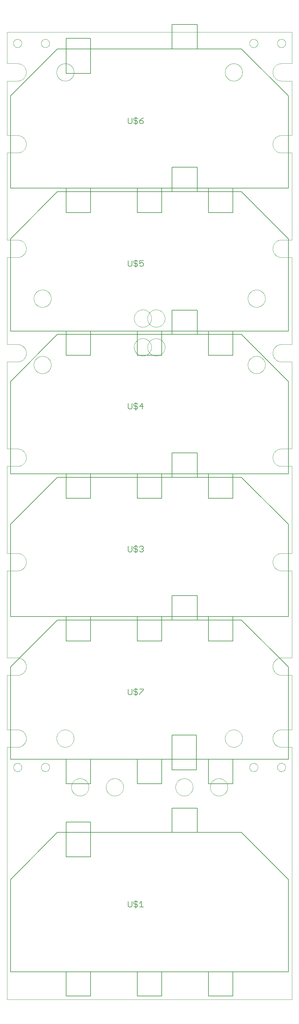
<source format=gto>
G75*
%MOIN*%
%OFA0B0*%
%FSLAX25Y25*%
%IPPOS*%
%LPD*%
%AMOC8*
5,1,8,0,0,1.08239X$1,22.5*
%
%ADD10C,0.00004*%
%ADD11C,0.00394*%
%ADD12C,0.00500*%
%ADD13C,0.00600*%
D10*
X0001063Y0001002D02*
X0323898Y0001002D01*
X0323898Y0286435D01*
X0312087Y0286435D01*
X0311847Y0286438D01*
X0311608Y0286447D01*
X0311369Y0286461D01*
X0311130Y0286482D01*
X0310891Y0286508D01*
X0310654Y0286540D01*
X0310417Y0286578D01*
X0310181Y0286621D01*
X0309947Y0286670D01*
X0309714Y0286725D01*
X0309482Y0286786D01*
X0309251Y0286852D01*
X0309023Y0286924D01*
X0308796Y0287002D01*
X0308571Y0287084D01*
X0308348Y0287173D01*
X0308127Y0287267D01*
X0307909Y0287366D01*
X0307693Y0287470D01*
X0307480Y0287580D01*
X0307270Y0287694D01*
X0307062Y0287814D01*
X0306857Y0287939D01*
X0306656Y0288069D01*
X0306458Y0288204D01*
X0306263Y0288343D01*
X0306071Y0288487D01*
X0305883Y0288636D01*
X0305699Y0288789D01*
X0305519Y0288947D01*
X0305342Y0289109D01*
X0305169Y0289276D01*
X0305001Y0289446D01*
X0304837Y0289621D01*
X0304677Y0289799D01*
X0304521Y0289982D01*
X0304370Y0290168D01*
X0304224Y0290358D01*
X0304082Y0290551D01*
X0303945Y0290747D01*
X0303812Y0290947D01*
X0303685Y0291150D01*
X0303563Y0291356D01*
X0303445Y0291566D01*
X0303333Y0291777D01*
X0303226Y0291992D01*
X0303124Y0292209D01*
X0303028Y0292428D01*
X0302937Y0292650D01*
X0302851Y0292874D01*
X0302771Y0293100D01*
X0302697Y0293328D01*
X0302628Y0293557D01*
X0302564Y0293788D01*
X0302506Y0294021D01*
X0302454Y0294255D01*
X0302408Y0294490D01*
X0302367Y0294726D01*
X0302332Y0294964D01*
X0302303Y0295201D01*
X0302280Y0295440D01*
X0302262Y0295679D01*
X0302251Y0295919D01*
X0302245Y0296158D01*
X0302245Y0296398D01*
X0302251Y0296637D01*
X0302262Y0296877D01*
X0302280Y0297116D01*
X0302303Y0297355D01*
X0302332Y0297592D01*
X0302367Y0297830D01*
X0302408Y0298066D01*
X0302454Y0298301D01*
X0302506Y0298535D01*
X0302564Y0298768D01*
X0302628Y0298999D01*
X0302697Y0299228D01*
X0302771Y0299456D01*
X0302851Y0299682D01*
X0302937Y0299906D01*
X0303028Y0300128D01*
X0303124Y0300347D01*
X0303226Y0300564D01*
X0303333Y0300779D01*
X0303445Y0300990D01*
X0303563Y0301200D01*
X0303685Y0301406D01*
X0303812Y0301609D01*
X0303945Y0301809D01*
X0304082Y0302005D01*
X0304224Y0302198D01*
X0304370Y0302388D01*
X0304521Y0302574D01*
X0304677Y0302757D01*
X0304837Y0302935D01*
X0305001Y0303110D01*
X0305169Y0303280D01*
X0305342Y0303447D01*
X0305519Y0303609D01*
X0305699Y0303767D01*
X0305883Y0303920D01*
X0306071Y0304069D01*
X0306263Y0304213D01*
X0306458Y0304352D01*
X0306656Y0304487D01*
X0306857Y0304617D01*
X0307062Y0304742D01*
X0307270Y0304862D01*
X0307480Y0304976D01*
X0307693Y0305086D01*
X0307909Y0305190D01*
X0308127Y0305289D01*
X0308348Y0305383D01*
X0308571Y0305472D01*
X0308796Y0305554D01*
X0309023Y0305632D01*
X0309251Y0305704D01*
X0309482Y0305770D01*
X0309714Y0305831D01*
X0309947Y0305886D01*
X0310181Y0305935D01*
X0310417Y0305978D01*
X0310654Y0306016D01*
X0310891Y0306048D01*
X0311130Y0306074D01*
X0311369Y0306095D01*
X0311608Y0306109D01*
X0311847Y0306118D01*
X0312087Y0306121D01*
X0312087Y0306120D02*
X0323898Y0306120D01*
X0323898Y0367734D01*
X0312087Y0367734D01*
X0311847Y0367737D01*
X0311608Y0367746D01*
X0311369Y0367760D01*
X0311130Y0367781D01*
X0310891Y0367807D01*
X0310654Y0367839D01*
X0310417Y0367877D01*
X0310181Y0367920D01*
X0309947Y0367969D01*
X0309714Y0368024D01*
X0309482Y0368085D01*
X0309251Y0368151D01*
X0309023Y0368223D01*
X0308796Y0368301D01*
X0308571Y0368383D01*
X0308348Y0368472D01*
X0308127Y0368566D01*
X0307909Y0368665D01*
X0307693Y0368769D01*
X0307480Y0368879D01*
X0307270Y0368993D01*
X0307062Y0369113D01*
X0306857Y0369238D01*
X0306656Y0369368D01*
X0306458Y0369503D01*
X0306263Y0369642D01*
X0306071Y0369786D01*
X0305883Y0369935D01*
X0305699Y0370088D01*
X0305519Y0370246D01*
X0305342Y0370408D01*
X0305169Y0370575D01*
X0305001Y0370745D01*
X0304837Y0370920D01*
X0304677Y0371098D01*
X0304521Y0371281D01*
X0304370Y0371467D01*
X0304224Y0371657D01*
X0304082Y0371850D01*
X0303945Y0372046D01*
X0303812Y0372246D01*
X0303685Y0372449D01*
X0303563Y0372655D01*
X0303445Y0372865D01*
X0303333Y0373076D01*
X0303226Y0373291D01*
X0303124Y0373508D01*
X0303028Y0373727D01*
X0302937Y0373949D01*
X0302851Y0374173D01*
X0302771Y0374399D01*
X0302697Y0374627D01*
X0302628Y0374856D01*
X0302564Y0375087D01*
X0302506Y0375320D01*
X0302454Y0375554D01*
X0302408Y0375789D01*
X0302367Y0376025D01*
X0302332Y0376263D01*
X0302303Y0376500D01*
X0302280Y0376739D01*
X0302262Y0376978D01*
X0302251Y0377218D01*
X0302245Y0377457D01*
X0302245Y0377697D01*
X0302251Y0377936D01*
X0302262Y0378176D01*
X0302280Y0378415D01*
X0302303Y0378654D01*
X0302332Y0378891D01*
X0302367Y0379129D01*
X0302408Y0379365D01*
X0302454Y0379600D01*
X0302506Y0379834D01*
X0302564Y0380067D01*
X0302628Y0380298D01*
X0302697Y0380527D01*
X0302771Y0380755D01*
X0302851Y0380981D01*
X0302937Y0381205D01*
X0303028Y0381427D01*
X0303124Y0381646D01*
X0303226Y0381863D01*
X0303333Y0382078D01*
X0303445Y0382289D01*
X0303563Y0382499D01*
X0303685Y0382705D01*
X0303812Y0382908D01*
X0303945Y0383108D01*
X0304082Y0383304D01*
X0304224Y0383497D01*
X0304370Y0383687D01*
X0304521Y0383873D01*
X0304677Y0384056D01*
X0304837Y0384234D01*
X0305001Y0384409D01*
X0305169Y0384579D01*
X0305342Y0384746D01*
X0305519Y0384908D01*
X0305699Y0385066D01*
X0305883Y0385219D01*
X0306071Y0385368D01*
X0306263Y0385512D01*
X0306458Y0385651D01*
X0306656Y0385786D01*
X0306857Y0385916D01*
X0307062Y0386041D01*
X0307270Y0386161D01*
X0307480Y0386275D01*
X0307693Y0386385D01*
X0307909Y0386489D01*
X0308127Y0386588D01*
X0308348Y0386682D01*
X0308571Y0386771D01*
X0308796Y0386853D01*
X0309023Y0386931D01*
X0309251Y0387003D01*
X0309482Y0387069D01*
X0309714Y0387130D01*
X0309947Y0387185D01*
X0310181Y0387234D01*
X0310417Y0387277D01*
X0310654Y0387315D01*
X0310891Y0387347D01*
X0311130Y0387373D01*
X0311369Y0387394D01*
X0311608Y0387408D01*
X0311847Y0387417D01*
X0312087Y0387420D01*
X0312087Y0387419D02*
X0323898Y0387419D01*
X0323898Y0485844D01*
X0312087Y0485844D01*
X0311847Y0485847D01*
X0311608Y0485856D01*
X0311369Y0485870D01*
X0311130Y0485891D01*
X0310891Y0485917D01*
X0310654Y0485949D01*
X0310417Y0485987D01*
X0310181Y0486030D01*
X0309947Y0486079D01*
X0309714Y0486134D01*
X0309482Y0486195D01*
X0309251Y0486261D01*
X0309023Y0486333D01*
X0308796Y0486411D01*
X0308571Y0486493D01*
X0308348Y0486582D01*
X0308127Y0486676D01*
X0307909Y0486775D01*
X0307693Y0486879D01*
X0307480Y0486989D01*
X0307270Y0487103D01*
X0307062Y0487223D01*
X0306857Y0487348D01*
X0306656Y0487478D01*
X0306458Y0487613D01*
X0306263Y0487752D01*
X0306071Y0487896D01*
X0305883Y0488045D01*
X0305699Y0488198D01*
X0305519Y0488356D01*
X0305342Y0488518D01*
X0305169Y0488685D01*
X0305001Y0488855D01*
X0304837Y0489030D01*
X0304677Y0489208D01*
X0304521Y0489391D01*
X0304370Y0489577D01*
X0304224Y0489767D01*
X0304082Y0489960D01*
X0303945Y0490156D01*
X0303812Y0490356D01*
X0303685Y0490559D01*
X0303563Y0490765D01*
X0303445Y0490975D01*
X0303333Y0491186D01*
X0303226Y0491401D01*
X0303124Y0491618D01*
X0303028Y0491837D01*
X0302937Y0492059D01*
X0302851Y0492283D01*
X0302771Y0492509D01*
X0302697Y0492737D01*
X0302628Y0492966D01*
X0302564Y0493197D01*
X0302506Y0493430D01*
X0302454Y0493664D01*
X0302408Y0493899D01*
X0302367Y0494135D01*
X0302332Y0494373D01*
X0302303Y0494610D01*
X0302280Y0494849D01*
X0302262Y0495088D01*
X0302251Y0495328D01*
X0302245Y0495567D01*
X0302245Y0495807D01*
X0302251Y0496046D01*
X0302262Y0496286D01*
X0302280Y0496525D01*
X0302303Y0496764D01*
X0302332Y0497001D01*
X0302367Y0497239D01*
X0302408Y0497475D01*
X0302454Y0497710D01*
X0302506Y0497944D01*
X0302564Y0498177D01*
X0302628Y0498408D01*
X0302697Y0498637D01*
X0302771Y0498865D01*
X0302851Y0499091D01*
X0302937Y0499315D01*
X0303028Y0499537D01*
X0303124Y0499756D01*
X0303226Y0499973D01*
X0303333Y0500188D01*
X0303445Y0500399D01*
X0303563Y0500609D01*
X0303685Y0500815D01*
X0303812Y0501018D01*
X0303945Y0501218D01*
X0304082Y0501414D01*
X0304224Y0501607D01*
X0304370Y0501797D01*
X0304521Y0501983D01*
X0304677Y0502166D01*
X0304837Y0502344D01*
X0305001Y0502519D01*
X0305169Y0502689D01*
X0305342Y0502856D01*
X0305519Y0503018D01*
X0305699Y0503176D01*
X0305883Y0503329D01*
X0306071Y0503478D01*
X0306263Y0503622D01*
X0306458Y0503761D01*
X0306656Y0503896D01*
X0306857Y0504026D01*
X0307062Y0504151D01*
X0307270Y0504271D01*
X0307480Y0504385D01*
X0307693Y0504495D01*
X0307909Y0504599D01*
X0308127Y0504698D01*
X0308348Y0504792D01*
X0308571Y0504881D01*
X0308796Y0504963D01*
X0309023Y0505041D01*
X0309251Y0505113D01*
X0309482Y0505179D01*
X0309714Y0505240D01*
X0309947Y0505295D01*
X0310181Y0505344D01*
X0310417Y0505387D01*
X0310654Y0505425D01*
X0310891Y0505457D01*
X0311130Y0505483D01*
X0311369Y0505504D01*
X0311608Y0505518D01*
X0311847Y0505527D01*
X0312087Y0505530D01*
X0323898Y0505530D01*
X0323898Y0603955D01*
X0312087Y0603955D01*
X0312087Y0603954D02*
X0311847Y0603957D01*
X0311608Y0603966D01*
X0311369Y0603980D01*
X0311130Y0604001D01*
X0310891Y0604027D01*
X0310654Y0604059D01*
X0310417Y0604097D01*
X0310181Y0604140D01*
X0309947Y0604189D01*
X0309714Y0604244D01*
X0309482Y0604305D01*
X0309251Y0604371D01*
X0309023Y0604443D01*
X0308796Y0604521D01*
X0308571Y0604603D01*
X0308348Y0604692D01*
X0308127Y0604786D01*
X0307909Y0604885D01*
X0307693Y0604989D01*
X0307480Y0605099D01*
X0307270Y0605213D01*
X0307062Y0605333D01*
X0306857Y0605458D01*
X0306656Y0605588D01*
X0306458Y0605723D01*
X0306263Y0605862D01*
X0306071Y0606006D01*
X0305883Y0606155D01*
X0305699Y0606308D01*
X0305519Y0606466D01*
X0305342Y0606628D01*
X0305169Y0606795D01*
X0305001Y0606965D01*
X0304837Y0607140D01*
X0304677Y0607318D01*
X0304521Y0607501D01*
X0304370Y0607687D01*
X0304224Y0607877D01*
X0304082Y0608070D01*
X0303945Y0608266D01*
X0303812Y0608466D01*
X0303685Y0608669D01*
X0303563Y0608876D01*
X0303445Y0609085D01*
X0303333Y0609296D01*
X0303226Y0609511D01*
X0303124Y0609728D01*
X0303028Y0609947D01*
X0302937Y0610169D01*
X0302851Y0610393D01*
X0302771Y0610619D01*
X0302697Y0610847D01*
X0302628Y0611076D01*
X0302564Y0611307D01*
X0302506Y0611540D01*
X0302454Y0611774D01*
X0302408Y0612009D01*
X0302367Y0612245D01*
X0302332Y0612483D01*
X0302303Y0612720D01*
X0302280Y0612959D01*
X0302262Y0613198D01*
X0302251Y0613438D01*
X0302245Y0613677D01*
X0302245Y0613917D01*
X0302251Y0614156D01*
X0302262Y0614396D01*
X0302280Y0614635D01*
X0302303Y0614874D01*
X0302332Y0615111D01*
X0302367Y0615349D01*
X0302408Y0615585D01*
X0302454Y0615820D01*
X0302506Y0616054D01*
X0302564Y0616287D01*
X0302628Y0616518D01*
X0302697Y0616747D01*
X0302771Y0616975D01*
X0302851Y0617201D01*
X0302937Y0617425D01*
X0303028Y0617647D01*
X0303124Y0617866D01*
X0303226Y0618083D01*
X0303333Y0618298D01*
X0303445Y0618509D01*
X0303563Y0618719D01*
X0303685Y0618925D01*
X0303812Y0619128D01*
X0303945Y0619328D01*
X0304082Y0619524D01*
X0304224Y0619717D01*
X0304370Y0619907D01*
X0304521Y0620093D01*
X0304677Y0620276D01*
X0304837Y0620454D01*
X0305001Y0620629D01*
X0305169Y0620799D01*
X0305342Y0620966D01*
X0305519Y0621128D01*
X0305699Y0621286D01*
X0305883Y0621439D01*
X0306071Y0621588D01*
X0306263Y0621732D01*
X0306458Y0621871D01*
X0306656Y0622006D01*
X0306857Y0622136D01*
X0307062Y0622261D01*
X0307270Y0622381D01*
X0307480Y0622495D01*
X0307693Y0622605D01*
X0307909Y0622709D01*
X0308127Y0622808D01*
X0308348Y0622902D01*
X0308571Y0622991D01*
X0308796Y0623073D01*
X0309023Y0623151D01*
X0309251Y0623223D01*
X0309482Y0623289D01*
X0309714Y0623350D01*
X0309947Y0623405D01*
X0310181Y0623454D01*
X0310417Y0623497D01*
X0310654Y0623535D01*
X0310891Y0623567D01*
X0311130Y0623593D01*
X0311369Y0623614D01*
X0311608Y0623628D01*
X0311847Y0623637D01*
X0312087Y0623640D01*
X0323898Y0623640D01*
X0323898Y0722065D01*
X0312087Y0722065D01*
X0312087Y0722064D02*
X0311847Y0722067D01*
X0311608Y0722076D01*
X0311369Y0722090D01*
X0311130Y0722111D01*
X0310891Y0722137D01*
X0310654Y0722169D01*
X0310417Y0722207D01*
X0310181Y0722250D01*
X0309947Y0722299D01*
X0309714Y0722354D01*
X0309482Y0722415D01*
X0309251Y0722481D01*
X0309023Y0722553D01*
X0308796Y0722631D01*
X0308571Y0722713D01*
X0308348Y0722802D01*
X0308127Y0722896D01*
X0307909Y0722995D01*
X0307693Y0723099D01*
X0307480Y0723209D01*
X0307270Y0723323D01*
X0307062Y0723443D01*
X0306857Y0723568D01*
X0306656Y0723698D01*
X0306458Y0723833D01*
X0306263Y0723972D01*
X0306071Y0724116D01*
X0305883Y0724265D01*
X0305699Y0724418D01*
X0305519Y0724576D01*
X0305342Y0724738D01*
X0305169Y0724905D01*
X0305001Y0725075D01*
X0304837Y0725250D01*
X0304677Y0725428D01*
X0304521Y0725611D01*
X0304370Y0725797D01*
X0304224Y0725987D01*
X0304082Y0726180D01*
X0303945Y0726376D01*
X0303812Y0726576D01*
X0303685Y0726779D01*
X0303563Y0726986D01*
X0303445Y0727195D01*
X0303333Y0727406D01*
X0303226Y0727621D01*
X0303124Y0727838D01*
X0303028Y0728057D01*
X0302937Y0728279D01*
X0302851Y0728503D01*
X0302771Y0728729D01*
X0302697Y0728957D01*
X0302628Y0729186D01*
X0302564Y0729417D01*
X0302506Y0729650D01*
X0302454Y0729884D01*
X0302408Y0730119D01*
X0302367Y0730355D01*
X0302332Y0730593D01*
X0302303Y0730830D01*
X0302280Y0731069D01*
X0302262Y0731308D01*
X0302251Y0731548D01*
X0302245Y0731787D01*
X0302245Y0732027D01*
X0302251Y0732266D01*
X0302262Y0732506D01*
X0302280Y0732745D01*
X0302303Y0732984D01*
X0302332Y0733221D01*
X0302367Y0733459D01*
X0302408Y0733695D01*
X0302454Y0733930D01*
X0302506Y0734164D01*
X0302564Y0734397D01*
X0302628Y0734628D01*
X0302697Y0734857D01*
X0302771Y0735085D01*
X0302851Y0735311D01*
X0302937Y0735535D01*
X0303028Y0735757D01*
X0303124Y0735976D01*
X0303226Y0736193D01*
X0303333Y0736408D01*
X0303445Y0736619D01*
X0303563Y0736829D01*
X0303685Y0737035D01*
X0303812Y0737238D01*
X0303945Y0737438D01*
X0304082Y0737634D01*
X0304224Y0737827D01*
X0304370Y0738017D01*
X0304521Y0738203D01*
X0304677Y0738386D01*
X0304837Y0738564D01*
X0305001Y0738739D01*
X0305169Y0738909D01*
X0305342Y0739076D01*
X0305519Y0739238D01*
X0305699Y0739396D01*
X0305883Y0739549D01*
X0306071Y0739698D01*
X0306263Y0739842D01*
X0306458Y0739981D01*
X0306656Y0740116D01*
X0306857Y0740246D01*
X0307062Y0740371D01*
X0307270Y0740491D01*
X0307480Y0740605D01*
X0307693Y0740715D01*
X0307909Y0740819D01*
X0308127Y0740918D01*
X0308348Y0741012D01*
X0308571Y0741101D01*
X0308796Y0741183D01*
X0309023Y0741261D01*
X0309251Y0741333D01*
X0309482Y0741399D01*
X0309714Y0741460D01*
X0309947Y0741515D01*
X0310181Y0741564D01*
X0310417Y0741607D01*
X0310654Y0741645D01*
X0310891Y0741677D01*
X0311130Y0741703D01*
X0311369Y0741724D01*
X0311608Y0741738D01*
X0311847Y0741747D01*
X0312087Y0741750D01*
X0323898Y0741750D01*
X0323898Y0840175D01*
X0312087Y0840175D01*
X0311847Y0840178D01*
X0311608Y0840187D01*
X0311369Y0840201D01*
X0311130Y0840222D01*
X0310891Y0840248D01*
X0310654Y0840280D01*
X0310417Y0840318D01*
X0310181Y0840361D01*
X0309947Y0840410D01*
X0309714Y0840465D01*
X0309482Y0840526D01*
X0309251Y0840592D01*
X0309023Y0840664D01*
X0308796Y0840742D01*
X0308571Y0840824D01*
X0308348Y0840913D01*
X0308127Y0841007D01*
X0307909Y0841106D01*
X0307693Y0841210D01*
X0307480Y0841320D01*
X0307270Y0841434D01*
X0307062Y0841554D01*
X0306857Y0841679D01*
X0306656Y0841809D01*
X0306458Y0841944D01*
X0306263Y0842083D01*
X0306071Y0842227D01*
X0305883Y0842376D01*
X0305699Y0842529D01*
X0305519Y0842687D01*
X0305342Y0842849D01*
X0305169Y0843016D01*
X0305001Y0843186D01*
X0304837Y0843361D01*
X0304677Y0843539D01*
X0304521Y0843722D01*
X0304370Y0843908D01*
X0304224Y0844098D01*
X0304082Y0844291D01*
X0303945Y0844487D01*
X0303812Y0844687D01*
X0303685Y0844890D01*
X0303563Y0845097D01*
X0303445Y0845306D01*
X0303333Y0845517D01*
X0303226Y0845732D01*
X0303124Y0845949D01*
X0303028Y0846168D01*
X0302937Y0846390D01*
X0302851Y0846614D01*
X0302771Y0846840D01*
X0302697Y0847068D01*
X0302628Y0847297D01*
X0302564Y0847528D01*
X0302506Y0847761D01*
X0302454Y0847995D01*
X0302408Y0848230D01*
X0302367Y0848466D01*
X0302332Y0848704D01*
X0302303Y0848941D01*
X0302280Y0849180D01*
X0302262Y0849419D01*
X0302251Y0849659D01*
X0302245Y0849898D01*
X0302245Y0850138D01*
X0302251Y0850377D01*
X0302262Y0850617D01*
X0302280Y0850856D01*
X0302303Y0851095D01*
X0302332Y0851332D01*
X0302367Y0851570D01*
X0302408Y0851806D01*
X0302454Y0852041D01*
X0302506Y0852275D01*
X0302564Y0852508D01*
X0302628Y0852739D01*
X0302697Y0852968D01*
X0302771Y0853196D01*
X0302851Y0853422D01*
X0302937Y0853646D01*
X0303028Y0853868D01*
X0303124Y0854087D01*
X0303226Y0854304D01*
X0303333Y0854519D01*
X0303445Y0854730D01*
X0303563Y0854940D01*
X0303685Y0855146D01*
X0303812Y0855349D01*
X0303945Y0855549D01*
X0304082Y0855745D01*
X0304224Y0855938D01*
X0304370Y0856128D01*
X0304521Y0856314D01*
X0304677Y0856497D01*
X0304837Y0856675D01*
X0305001Y0856850D01*
X0305169Y0857020D01*
X0305342Y0857187D01*
X0305519Y0857349D01*
X0305699Y0857507D01*
X0305883Y0857660D01*
X0306071Y0857809D01*
X0306263Y0857953D01*
X0306458Y0858092D01*
X0306656Y0858227D01*
X0306857Y0858357D01*
X0307062Y0858482D01*
X0307270Y0858602D01*
X0307480Y0858716D01*
X0307693Y0858826D01*
X0307909Y0858930D01*
X0308127Y0859029D01*
X0308348Y0859123D01*
X0308571Y0859212D01*
X0308796Y0859294D01*
X0309023Y0859372D01*
X0309251Y0859444D01*
X0309482Y0859510D01*
X0309714Y0859571D01*
X0309947Y0859626D01*
X0310181Y0859675D01*
X0310417Y0859718D01*
X0310654Y0859756D01*
X0310891Y0859788D01*
X0311130Y0859814D01*
X0311369Y0859835D01*
X0311608Y0859849D01*
X0311847Y0859858D01*
X0312087Y0859861D01*
X0312087Y0859860D02*
X0323898Y0859860D01*
X0323898Y0958285D01*
X0312087Y0958285D01*
X0311847Y0958288D01*
X0311608Y0958297D01*
X0311369Y0958311D01*
X0311130Y0958332D01*
X0310891Y0958358D01*
X0310654Y0958390D01*
X0310417Y0958428D01*
X0310181Y0958471D01*
X0309947Y0958520D01*
X0309714Y0958575D01*
X0309482Y0958636D01*
X0309251Y0958702D01*
X0309023Y0958774D01*
X0308796Y0958852D01*
X0308571Y0958934D01*
X0308348Y0959023D01*
X0308127Y0959117D01*
X0307909Y0959216D01*
X0307693Y0959320D01*
X0307480Y0959430D01*
X0307270Y0959544D01*
X0307062Y0959664D01*
X0306857Y0959789D01*
X0306656Y0959919D01*
X0306458Y0960054D01*
X0306263Y0960193D01*
X0306071Y0960337D01*
X0305883Y0960486D01*
X0305699Y0960639D01*
X0305519Y0960797D01*
X0305342Y0960959D01*
X0305169Y0961126D01*
X0305001Y0961296D01*
X0304837Y0961471D01*
X0304677Y0961649D01*
X0304521Y0961832D01*
X0304370Y0962018D01*
X0304224Y0962208D01*
X0304082Y0962401D01*
X0303945Y0962597D01*
X0303812Y0962797D01*
X0303685Y0963000D01*
X0303563Y0963207D01*
X0303445Y0963416D01*
X0303333Y0963627D01*
X0303226Y0963842D01*
X0303124Y0964059D01*
X0303028Y0964278D01*
X0302937Y0964500D01*
X0302851Y0964724D01*
X0302771Y0964950D01*
X0302697Y0965178D01*
X0302628Y0965407D01*
X0302564Y0965638D01*
X0302506Y0965871D01*
X0302454Y0966105D01*
X0302408Y0966340D01*
X0302367Y0966576D01*
X0302332Y0966814D01*
X0302303Y0967051D01*
X0302280Y0967290D01*
X0302262Y0967529D01*
X0302251Y0967769D01*
X0302245Y0968008D01*
X0302245Y0968248D01*
X0302251Y0968487D01*
X0302262Y0968727D01*
X0302280Y0968966D01*
X0302303Y0969205D01*
X0302332Y0969442D01*
X0302367Y0969680D01*
X0302408Y0969916D01*
X0302454Y0970151D01*
X0302506Y0970385D01*
X0302564Y0970618D01*
X0302628Y0970849D01*
X0302697Y0971078D01*
X0302771Y0971306D01*
X0302851Y0971532D01*
X0302937Y0971756D01*
X0303028Y0971978D01*
X0303124Y0972197D01*
X0303226Y0972414D01*
X0303333Y0972629D01*
X0303445Y0972840D01*
X0303563Y0973050D01*
X0303685Y0973256D01*
X0303812Y0973459D01*
X0303945Y0973659D01*
X0304082Y0973855D01*
X0304224Y0974048D01*
X0304370Y0974238D01*
X0304521Y0974424D01*
X0304677Y0974607D01*
X0304837Y0974785D01*
X0305001Y0974960D01*
X0305169Y0975130D01*
X0305342Y0975297D01*
X0305519Y0975459D01*
X0305699Y0975617D01*
X0305883Y0975770D01*
X0306071Y0975919D01*
X0306263Y0976063D01*
X0306458Y0976202D01*
X0306656Y0976337D01*
X0306857Y0976467D01*
X0307062Y0976592D01*
X0307270Y0976712D01*
X0307480Y0976826D01*
X0307693Y0976936D01*
X0307909Y0977040D01*
X0308127Y0977139D01*
X0308348Y0977233D01*
X0308571Y0977322D01*
X0308796Y0977404D01*
X0309023Y0977482D01*
X0309251Y0977554D01*
X0309482Y0977620D01*
X0309714Y0977681D01*
X0309947Y0977736D01*
X0310181Y0977785D01*
X0310417Y0977828D01*
X0310654Y0977866D01*
X0310891Y0977898D01*
X0311130Y0977924D01*
X0311369Y0977945D01*
X0311608Y0977959D01*
X0311847Y0977968D01*
X0312087Y0977971D01*
X0312087Y0977970D02*
X0323898Y0977970D01*
X0323898Y1039585D01*
X0312087Y1039585D01*
X0312087Y1039584D02*
X0311847Y1039587D01*
X0311608Y1039596D01*
X0311369Y1039610D01*
X0311130Y1039631D01*
X0310891Y1039657D01*
X0310654Y1039689D01*
X0310417Y1039727D01*
X0310181Y1039770D01*
X0309947Y1039819D01*
X0309714Y1039874D01*
X0309482Y1039935D01*
X0309251Y1040001D01*
X0309023Y1040073D01*
X0308796Y1040151D01*
X0308571Y1040233D01*
X0308348Y1040322D01*
X0308127Y1040416D01*
X0307909Y1040515D01*
X0307693Y1040619D01*
X0307480Y1040729D01*
X0307270Y1040843D01*
X0307062Y1040963D01*
X0306857Y1041088D01*
X0306656Y1041218D01*
X0306458Y1041353D01*
X0306263Y1041492D01*
X0306071Y1041636D01*
X0305883Y1041785D01*
X0305699Y1041938D01*
X0305519Y1042096D01*
X0305342Y1042258D01*
X0305169Y1042425D01*
X0305001Y1042595D01*
X0304837Y1042770D01*
X0304677Y1042948D01*
X0304521Y1043131D01*
X0304370Y1043317D01*
X0304224Y1043507D01*
X0304082Y1043700D01*
X0303945Y1043896D01*
X0303812Y1044096D01*
X0303685Y1044299D01*
X0303563Y1044506D01*
X0303445Y1044715D01*
X0303333Y1044926D01*
X0303226Y1045141D01*
X0303124Y1045358D01*
X0303028Y1045577D01*
X0302937Y1045799D01*
X0302851Y1046023D01*
X0302771Y1046249D01*
X0302697Y1046477D01*
X0302628Y1046706D01*
X0302564Y1046937D01*
X0302506Y1047170D01*
X0302454Y1047404D01*
X0302408Y1047639D01*
X0302367Y1047875D01*
X0302332Y1048113D01*
X0302303Y1048350D01*
X0302280Y1048589D01*
X0302262Y1048828D01*
X0302251Y1049068D01*
X0302245Y1049307D01*
X0302245Y1049547D01*
X0302251Y1049786D01*
X0302262Y1050026D01*
X0302280Y1050265D01*
X0302303Y1050504D01*
X0302332Y1050741D01*
X0302367Y1050979D01*
X0302408Y1051215D01*
X0302454Y1051450D01*
X0302506Y1051684D01*
X0302564Y1051917D01*
X0302628Y1052148D01*
X0302697Y1052377D01*
X0302771Y1052605D01*
X0302851Y1052831D01*
X0302937Y1053055D01*
X0303028Y1053277D01*
X0303124Y1053496D01*
X0303226Y1053713D01*
X0303333Y1053928D01*
X0303445Y1054139D01*
X0303563Y1054349D01*
X0303685Y1054555D01*
X0303812Y1054758D01*
X0303945Y1054958D01*
X0304082Y1055154D01*
X0304224Y1055347D01*
X0304370Y1055537D01*
X0304521Y1055723D01*
X0304677Y1055906D01*
X0304837Y1056084D01*
X0305001Y1056259D01*
X0305169Y1056429D01*
X0305342Y1056596D01*
X0305519Y1056758D01*
X0305699Y1056916D01*
X0305883Y1057069D01*
X0306071Y1057218D01*
X0306263Y1057362D01*
X0306458Y1057501D01*
X0306656Y1057636D01*
X0306857Y1057766D01*
X0307062Y1057891D01*
X0307270Y1058011D01*
X0307480Y1058125D01*
X0307693Y1058235D01*
X0307909Y1058339D01*
X0308127Y1058438D01*
X0308348Y1058532D01*
X0308571Y1058621D01*
X0308796Y1058703D01*
X0309023Y1058781D01*
X0309251Y1058853D01*
X0309482Y1058919D01*
X0309714Y1058980D01*
X0309947Y1059035D01*
X0310181Y1059084D01*
X0310417Y1059127D01*
X0310654Y1059165D01*
X0310891Y1059197D01*
X0311130Y1059223D01*
X0311369Y1059244D01*
X0311608Y1059258D01*
X0311847Y1059267D01*
X0312087Y1059270D01*
X0323898Y1059270D01*
X0323898Y1094703D01*
X0001063Y1094703D01*
X0001063Y1059270D01*
X0012874Y1059270D01*
X0013114Y1059267D01*
X0013353Y1059258D01*
X0013592Y1059244D01*
X0013831Y1059223D01*
X0014070Y1059197D01*
X0014307Y1059165D01*
X0014544Y1059127D01*
X0014780Y1059084D01*
X0015014Y1059035D01*
X0015247Y1058980D01*
X0015479Y1058919D01*
X0015710Y1058853D01*
X0015938Y1058781D01*
X0016165Y1058703D01*
X0016390Y1058621D01*
X0016613Y1058532D01*
X0016834Y1058438D01*
X0017052Y1058339D01*
X0017268Y1058235D01*
X0017481Y1058125D01*
X0017691Y1058011D01*
X0017899Y1057891D01*
X0018104Y1057766D01*
X0018305Y1057636D01*
X0018503Y1057501D01*
X0018698Y1057362D01*
X0018890Y1057218D01*
X0019078Y1057069D01*
X0019262Y1056916D01*
X0019442Y1056758D01*
X0019619Y1056596D01*
X0019792Y1056429D01*
X0019960Y1056259D01*
X0020124Y1056084D01*
X0020284Y1055906D01*
X0020440Y1055723D01*
X0020591Y1055537D01*
X0020737Y1055347D01*
X0020879Y1055154D01*
X0021016Y1054958D01*
X0021149Y1054758D01*
X0021276Y1054555D01*
X0021398Y1054349D01*
X0021516Y1054139D01*
X0021628Y1053928D01*
X0021735Y1053713D01*
X0021837Y1053496D01*
X0021933Y1053277D01*
X0022024Y1053055D01*
X0022110Y1052831D01*
X0022190Y1052605D01*
X0022264Y1052377D01*
X0022333Y1052148D01*
X0022397Y1051917D01*
X0022455Y1051684D01*
X0022507Y1051450D01*
X0022553Y1051215D01*
X0022594Y1050979D01*
X0022629Y1050741D01*
X0022658Y1050504D01*
X0022681Y1050265D01*
X0022699Y1050026D01*
X0022710Y1049786D01*
X0022716Y1049547D01*
X0022716Y1049307D01*
X0022710Y1049068D01*
X0022699Y1048828D01*
X0022681Y1048589D01*
X0022658Y1048350D01*
X0022629Y1048113D01*
X0022594Y1047875D01*
X0022553Y1047639D01*
X0022507Y1047404D01*
X0022455Y1047170D01*
X0022397Y1046937D01*
X0022333Y1046706D01*
X0022264Y1046477D01*
X0022190Y1046249D01*
X0022110Y1046023D01*
X0022024Y1045799D01*
X0021933Y1045577D01*
X0021837Y1045358D01*
X0021735Y1045141D01*
X0021628Y1044926D01*
X0021516Y1044715D01*
X0021398Y1044506D01*
X0021276Y1044299D01*
X0021149Y1044096D01*
X0021016Y1043896D01*
X0020879Y1043700D01*
X0020737Y1043507D01*
X0020591Y1043317D01*
X0020440Y1043131D01*
X0020284Y1042948D01*
X0020124Y1042770D01*
X0019960Y1042595D01*
X0019792Y1042425D01*
X0019619Y1042258D01*
X0019442Y1042096D01*
X0019262Y1041938D01*
X0019078Y1041785D01*
X0018890Y1041636D01*
X0018698Y1041492D01*
X0018503Y1041353D01*
X0018305Y1041218D01*
X0018104Y1041088D01*
X0017899Y1040963D01*
X0017691Y1040843D01*
X0017481Y1040729D01*
X0017268Y1040619D01*
X0017052Y1040515D01*
X0016834Y1040416D01*
X0016613Y1040322D01*
X0016390Y1040233D01*
X0016165Y1040151D01*
X0015938Y1040073D01*
X0015710Y1040001D01*
X0015479Y1039935D01*
X0015247Y1039874D01*
X0015014Y1039819D01*
X0014780Y1039770D01*
X0014544Y1039727D01*
X0014307Y1039689D01*
X0014070Y1039657D01*
X0013831Y1039631D01*
X0013592Y1039610D01*
X0013353Y1039596D01*
X0013114Y1039587D01*
X0012874Y1039584D01*
X0012874Y1039585D02*
X0001063Y1039585D01*
X0001063Y0977970D01*
X0012874Y0977970D01*
X0012874Y0977971D02*
X0013114Y0977968D01*
X0013353Y0977959D01*
X0013592Y0977945D01*
X0013831Y0977924D01*
X0014070Y0977898D01*
X0014307Y0977866D01*
X0014544Y0977828D01*
X0014780Y0977785D01*
X0015014Y0977736D01*
X0015247Y0977681D01*
X0015479Y0977620D01*
X0015710Y0977554D01*
X0015938Y0977482D01*
X0016165Y0977404D01*
X0016390Y0977322D01*
X0016613Y0977233D01*
X0016834Y0977139D01*
X0017052Y0977040D01*
X0017268Y0976936D01*
X0017481Y0976826D01*
X0017691Y0976712D01*
X0017899Y0976592D01*
X0018104Y0976467D01*
X0018305Y0976337D01*
X0018503Y0976202D01*
X0018698Y0976063D01*
X0018890Y0975919D01*
X0019078Y0975770D01*
X0019262Y0975617D01*
X0019442Y0975459D01*
X0019619Y0975297D01*
X0019792Y0975130D01*
X0019960Y0974960D01*
X0020124Y0974785D01*
X0020284Y0974607D01*
X0020440Y0974424D01*
X0020591Y0974238D01*
X0020737Y0974048D01*
X0020879Y0973855D01*
X0021016Y0973659D01*
X0021149Y0973459D01*
X0021276Y0973256D01*
X0021398Y0973050D01*
X0021516Y0972840D01*
X0021628Y0972629D01*
X0021735Y0972414D01*
X0021837Y0972197D01*
X0021933Y0971978D01*
X0022024Y0971756D01*
X0022110Y0971532D01*
X0022190Y0971306D01*
X0022264Y0971078D01*
X0022333Y0970849D01*
X0022397Y0970618D01*
X0022455Y0970385D01*
X0022507Y0970151D01*
X0022553Y0969916D01*
X0022594Y0969680D01*
X0022629Y0969442D01*
X0022658Y0969205D01*
X0022681Y0968966D01*
X0022699Y0968727D01*
X0022710Y0968487D01*
X0022716Y0968248D01*
X0022716Y0968008D01*
X0022710Y0967769D01*
X0022699Y0967529D01*
X0022681Y0967290D01*
X0022658Y0967051D01*
X0022629Y0966814D01*
X0022594Y0966576D01*
X0022553Y0966340D01*
X0022507Y0966105D01*
X0022455Y0965871D01*
X0022397Y0965638D01*
X0022333Y0965407D01*
X0022264Y0965178D01*
X0022190Y0964950D01*
X0022110Y0964724D01*
X0022024Y0964500D01*
X0021933Y0964278D01*
X0021837Y0964059D01*
X0021735Y0963842D01*
X0021628Y0963627D01*
X0021516Y0963416D01*
X0021398Y0963207D01*
X0021276Y0963000D01*
X0021149Y0962797D01*
X0021016Y0962597D01*
X0020879Y0962401D01*
X0020737Y0962208D01*
X0020591Y0962018D01*
X0020440Y0961832D01*
X0020284Y0961649D01*
X0020124Y0961471D01*
X0019960Y0961296D01*
X0019792Y0961126D01*
X0019619Y0960959D01*
X0019442Y0960797D01*
X0019262Y0960639D01*
X0019078Y0960486D01*
X0018890Y0960337D01*
X0018698Y0960193D01*
X0018503Y0960054D01*
X0018305Y0959919D01*
X0018104Y0959789D01*
X0017899Y0959664D01*
X0017691Y0959544D01*
X0017481Y0959430D01*
X0017268Y0959320D01*
X0017052Y0959216D01*
X0016834Y0959117D01*
X0016613Y0959023D01*
X0016390Y0958934D01*
X0016165Y0958852D01*
X0015938Y0958774D01*
X0015710Y0958702D01*
X0015479Y0958636D01*
X0015247Y0958575D01*
X0015014Y0958520D01*
X0014780Y0958471D01*
X0014544Y0958428D01*
X0014307Y0958390D01*
X0014070Y0958358D01*
X0013831Y0958332D01*
X0013592Y0958311D01*
X0013353Y0958297D01*
X0013114Y0958288D01*
X0012874Y0958285D01*
X0001063Y0958285D01*
X0001063Y0859860D01*
X0012874Y0859860D01*
X0012874Y0859861D02*
X0013114Y0859858D01*
X0013353Y0859849D01*
X0013592Y0859835D01*
X0013831Y0859814D01*
X0014070Y0859788D01*
X0014307Y0859756D01*
X0014544Y0859718D01*
X0014780Y0859675D01*
X0015014Y0859626D01*
X0015247Y0859571D01*
X0015479Y0859510D01*
X0015710Y0859444D01*
X0015938Y0859372D01*
X0016165Y0859294D01*
X0016390Y0859212D01*
X0016613Y0859123D01*
X0016834Y0859029D01*
X0017052Y0858930D01*
X0017268Y0858826D01*
X0017481Y0858716D01*
X0017691Y0858602D01*
X0017899Y0858482D01*
X0018104Y0858357D01*
X0018305Y0858227D01*
X0018503Y0858092D01*
X0018698Y0857953D01*
X0018890Y0857809D01*
X0019078Y0857660D01*
X0019262Y0857507D01*
X0019442Y0857349D01*
X0019619Y0857187D01*
X0019792Y0857020D01*
X0019960Y0856850D01*
X0020124Y0856675D01*
X0020284Y0856497D01*
X0020440Y0856314D01*
X0020591Y0856128D01*
X0020737Y0855938D01*
X0020879Y0855745D01*
X0021016Y0855549D01*
X0021149Y0855349D01*
X0021276Y0855146D01*
X0021398Y0854940D01*
X0021516Y0854730D01*
X0021628Y0854519D01*
X0021735Y0854304D01*
X0021837Y0854087D01*
X0021933Y0853868D01*
X0022024Y0853646D01*
X0022110Y0853422D01*
X0022190Y0853196D01*
X0022264Y0852968D01*
X0022333Y0852739D01*
X0022397Y0852508D01*
X0022455Y0852275D01*
X0022507Y0852041D01*
X0022553Y0851806D01*
X0022594Y0851570D01*
X0022629Y0851332D01*
X0022658Y0851095D01*
X0022681Y0850856D01*
X0022699Y0850617D01*
X0022710Y0850377D01*
X0022716Y0850138D01*
X0022716Y0849898D01*
X0022710Y0849659D01*
X0022699Y0849419D01*
X0022681Y0849180D01*
X0022658Y0848941D01*
X0022629Y0848704D01*
X0022594Y0848466D01*
X0022553Y0848230D01*
X0022507Y0847995D01*
X0022455Y0847761D01*
X0022397Y0847528D01*
X0022333Y0847297D01*
X0022264Y0847068D01*
X0022190Y0846840D01*
X0022110Y0846614D01*
X0022024Y0846390D01*
X0021933Y0846168D01*
X0021837Y0845949D01*
X0021735Y0845732D01*
X0021628Y0845517D01*
X0021516Y0845306D01*
X0021398Y0845097D01*
X0021276Y0844890D01*
X0021149Y0844687D01*
X0021016Y0844487D01*
X0020879Y0844291D01*
X0020737Y0844098D01*
X0020591Y0843908D01*
X0020440Y0843722D01*
X0020284Y0843539D01*
X0020124Y0843361D01*
X0019960Y0843186D01*
X0019792Y0843016D01*
X0019619Y0842849D01*
X0019442Y0842687D01*
X0019262Y0842529D01*
X0019078Y0842376D01*
X0018890Y0842227D01*
X0018698Y0842083D01*
X0018503Y0841944D01*
X0018305Y0841809D01*
X0018104Y0841679D01*
X0017899Y0841554D01*
X0017691Y0841434D01*
X0017481Y0841320D01*
X0017268Y0841210D01*
X0017052Y0841106D01*
X0016834Y0841007D01*
X0016613Y0840913D01*
X0016390Y0840824D01*
X0016165Y0840742D01*
X0015938Y0840664D01*
X0015710Y0840592D01*
X0015479Y0840526D01*
X0015247Y0840465D01*
X0015014Y0840410D01*
X0014780Y0840361D01*
X0014544Y0840318D01*
X0014307Y0840280D01*
X0014070Y0840248D01*
X0013831Y0840222D01*
X0013592Y0840201D01*
X0013353Y0840187D01*
X0013114Y0840178D01*
X0012874Y0840175D01*
X0001063Y0840175D01*
X0001063Y0741750D01*
X0012874Y0741750D01*
X0013114Y0741747D01*
X0013353Y0741738D01*
X0013592Y0741724D01*
X0013831Y0741703D01*
X0014070Y0741677D01*
X0014307Y0741645D01*
X0014544Y0741607D01*
X0014780Y0741564D01*
X0015014Y0741515D01*
X0015247Y0741460D01*
X0015479Y0741399D01*
X0015710Y0741333D01*
X0015938Y0741261D01*
X0016165Y0741183D01*
X0016390Y0741101D01*
X0016613Y0741012D01*
X0016834Y0740918D01*
X0017052Y0740819D01*
X0017268Y0740715D01*
X0017481Y0740605D01*
X0017691Y0740491D01*
X0017899Y0740371D01*
X0018104Y0740246D01*
X0018305Y0740116D01*
X0018503Y0739981D01*
X0018698Y0739842D01*
X0018890Y0739698D01*
X0019078Y0739549D01*
X0019262Y0739396D01*
X0019442Y0739238D01*
X0019619Y0739076D01*
X0019792Y0738909D01*
X0019960Y0738739D01*
X0020124Y0738564D01*
X0020284Y0738386D01*
X0020440Y0738203D01*
X0020591Y0738017D01*
X0020737Y0737827D01*
X0020879Y0737634D01*
X0021016Y0737438D01*
X0021149Y0737238D01*
X0021276Y0737035D01*
X0021398Y0736829D01*
X0021516Y0736619D01*
X0021628Y0736408D01*
X0021735Y0736193D01*
X0021837Y0735976D01*
X0021933Y0735757D01*
X0022024Y0735535D01*
X0022110Y0735311D01*
X0022190Y0735085D01*
X0022264Y0734857D01*
X0022333Y0734628D01*
X0022397Y0734397D01*
X0022455Y0734164D01*
X0022507Y0733930D01*
X0022553Y0733695D01*
X0022594Y0733459D01*
X0022629Y0733221D01*
X0022658Y0732984D01*
X0022681Y0732745D01*
X0022699Y0732506D01*
X0022710Y0732266D01*
X0022716Y0732027D01*
X0022716Y0731787D01*
X0022710Y0731548D01*
X0022699Y0731308D01*
X0022681Y0731069D01*
X0022658Y0730830D01*
X0022629Y0730593D01*
X0022594Y0730355D01*
X0022553Y0730119D01*
X0022507Y0729884D01*
X0022455Y0729650D01*
X0022397Y0729417D01*
X0022333Y0729186D01*
X0022264Y0728957D01*
X0022190Y0728729D01*
X0022110Y0728503D01*
X0022024Y0728279D01*
X0021933Y0728057D01*
X0021837Y0727838D01*
X0021735Y0727621D01*
X0021628Y0727406D01*
X0021516Y0727195D01*
X0021398Y0726986D01*
X0021276Y0726779D01*
X0021149Y0726576D01*
X0021016Y0726376D01*
X0020879Y0726180D01*
X0020737Y0725987D01*
X0020591Y0725797D01*
X0020440Y0725611D01*
X0020284Y0725428D01*
X0020124Y0725250D01*
X0019960Y0725075D01*
X0019792Y0724905D01*
X0019619Y0724738D01*
X0019442Y0724576D01*
X0019262Y0724418D01*
X0019078Y0724265D01*
X0018890Y0724116D01*
X0018698Y0723972D01*
X0018503Y0723833D01*
X0018305Y0723698D01*
X0018104Y0723568D01*
X0017899Y0723443D01*
X0017691Y0723323D01*
X0017481Y0723209D01*
X0017268Y0723099D01*
X0017052Y0722995D01*
X0016834Y0722896D01*
X0016613Y0722802D01*
X0016390Y0722713D01*
X0016165Y0722631D01*
X0015938Y0722553D01*
X0015710Y0722481D01*
X0015479Y0722415D01*
X0015247Y0722354D01*
X0015014Y0722299D01*
X0014780Y0722250D01*
X0014544Y0722207D01*
X0014307Y0722169D01*
X0014070Y0722137D01*
X0013831Y0722111D01*
X0013592Y0722090D01*
X0013353Y0722076D01*
X0013114Y0722067D01*
X0012874Y0722064D01*
X0012874Y0722065D02*
X0001063Y0722065D01*
X0001063Y0623640D01*
X0012874Y0623640D01*
X0013114Y0623637D01*
X0013353Y0623628D01*
X0013592Y0623614D01*
X0013831Y0623593D01*
X0014070Y0623567D01*
X0014307Y0623535D01*
X0014544Y0623497D01*
X0014780Y0623454D01*
X0015014Y0623405D01*
X0015247Y0623350D01*
X0015479Y0623289D01*
X0015710Y0623223D01*
X0015938Y0623151D01*
X0016165Y0623073D01*
X0016390Y0622991D01*
X0016613Y0622902D01*
X0016834Y0622808D01*
X0017052Y0622709D01*
X0017268Y0622605D01*
X0017481Y0622495D01*
X0017691Y0622381D01*
X0017899Y0622261D01*
X0018104Y0622136D01*
X0018305Y0622006D01*
X0018503Y0621871D01*
X0018698Y0621732D01*
X0018890Y0621588D01*
X0019078Y0621439D01*
X0019262Y0621286D01*
X0019442Y0621128D01*
X0019619Y0620966D01*
X0019792Y0620799D01*
X0019960Y0620629D01*
X0020124Y0620454D01*
X0020284Y0620276D01*
X0020440Y0620093D01*
X0020591Y0619907D01*
X0020737Y0619717D01*
X0020879Y0619524D01*
X0021016Y0619328D01*
X0021149Y0619128D01*
X0021276Y0618925D01*
X0021398Y0618719D01*
X0021516Y0618509D01*
X0021628Y0618298D01*
X0021735Y0618083D01*
X0021837Y0617866D01*
X0021933Y0617647D01*
X0022024Y0617425D01*
X0022110Y0617201D01*
X0022190Y0616975D01*
X0022264Y0616747D01*
X0022333Y0616518D01*
X0022397Y0616287D01*
X0022455Y0616054D01*
X0022507Y0615820D01*
X0022553Y0615585D01*
X0022594Y0615349D01*
X0022629Y0615111D01*
X0022658Y0614874D01*
X0022681Y0614635D01*
X0022699Y0614396D01*
X0022710Y0614156D01*
X0022716Y0613917D01*
X0022716Y0613677D01*
X0022710Y0613438D01*
X0022699Y0613198D01*
X0022681Y0612959D01*
X0022658Y0612720D01*
X0022629Y0612483D01*
X0022594Y0612245D01*
X0022553Y0612009D01*
X0022507Y0611774D01*
X0022455Y0611540D01*
X0022397Y0611307D01*
X0022333Y0611076D01*
X0022264Y0610847D01*
X0022190Y0610619D01*
X0022110Y0610393D01*
X0022024Y0610169D01*
X0021933Y0609947D01*
X0021837Y0609728D01*
X0021735Y0609511D01*
X0021628Y0609296D01*
X0021516Y0609085D01*
X0021398Y0608876D01*
X0021276Y0608669D01*
X0021149Y0608466D01*
X0021016Y0608266D01*
X0020879Y0608070D01*
X0020737Y0607877D01*
X0020591Y0607687D01*
X0020440Y0607501D01*
X0020284Y0607318D01*
X0020124Y0607140D01*
X0019960Y0606965D01*
X0019792Y0606795D01*
X0019619Y0606628D01*
X0019442Y0606466D01*
X0019262Y0606308D01*
X0019078Y0606155D01*
X0018890Y0606006D01*
X0018698Y0605862D01*
X0018503Y0605723D01*
X0018305Y0605588D01*
X0018104Y0605458D01*
X0017899Y0605333D01*
X0017691Y0605213D01*
X0017481Y0605099D01*
X0017268Y0604989D01*
X0017052Y0604885D01*
X0016834Y0604786D01*
X0016613Y0604692D01*
X0016390Y0604603D01*
X0016165Y0604521D01*
X0015938Y0604443D01*
X0015710Y0604371D01*
X0015479Y0604305D01*
X0015247Y0604244D01*
X0015014Y0604189D01*
X0014780Y0604140D01*
X0014544Y0604097D01*
X0014307Y0604059D01*
X0014070Y0604027D01*
X0013831Y0604001D01*
X0013592Y0603980D01*
X0013353Y0603966D01*
X0013114Y0603957D01*
X0012874Y0603954D01*
X0012874Y0603955D02*
X0001063Y0603955D01*
X0001063Y0505530D01*
X0012874Y0505530D01*
X0013114Y0505527D01*
X0013353Y0505518D01*
X0013592Y0505504D01*
X0013831Y0505483D01*
X0014070Y0505457D01*
X0014307Y0505425D01*
X0014544Y0505387D01*
X0014780Y0505344D01*
X0015014Y0505295D01*
X0015247Y0505240D01*
X0015479Y0505179D01*
X0015710Y0505113D01*
X0015938Y0505041D01*
X0016165Y0504963D01*
X0016390Y0504881D01*
X0016613Y0504792D01*
X0016834Y0504698D01*
X0017052Y0504599D01*
X0017268Y0504495D01*
X0017481Y0504385D01*
X0017691Y0504271D01*
X0017899Y0504151D01*
X0018104Y0504026D01*
X0018305Y0503896D01*
X0018503Y0503761D01*
X0018698Y0503622D01*
X0018890Y0503478D01*
X0019078Y0503329D01*
X0019262Y0503176D01*
X0019442Y0503018D01*
X0019619Y0502856D01*
X0019792Y0502689D01*
X0019960Y0502519D01*
X0020124Y0502344D01*
X0020284Y0502166D01*
X0020440Y0501983D01*
X0020591Y0501797D01*
X0020737Y0501607D01*
X0020879Y0501414D01*
X0021016Y0501218D01*
X0021149Y0501018D01*
X0021276Y0500815D01*
X0021398Y0500609D01*
X0021516Y0500399D01*
X0021628Y0500188D01*
X0021735Y0499973D01*
X0021837Y0499756D01*
X0021933Y0499537D01*
X0022024Y0499315D01*
X0022110Y0499091D01*
X0022190Y0498865D01*
X0022264Y0498637D01*
X0022333Y0498408D01*
X0022397Y0498177D01*
X0022455Y0497944D01*
X0022507Y0497710D01*
X0022553Y0497475D01*
X0022594Y0497239D01*
X0022629Y0497001D01*
X0022658Y0496764D01*
X0022681Y0496525D01*
X0022699Y0496286D01*
X0022710Y0496046D01*
X0022716Y0495807D01*
X0022716Y0495567D01*
X0022710Y0495328D01*
X0022699Y0495088D01*
X0022681Y0494849D01*
X0022658Y0494610D01*
X0022629Y0494373D01*
X0022594Y0494135D01*
X0022553Y0493899D01*
X0022507Y0493664D01*
X0022455Y0493430D01*
X0022397Y0493197D01*
X0022333Y0492966D01*
X0022264Y0492737D01*
X0022190Y0492509D01*
X0022110Y0492283D01*
X0022024Y0492059D01*
X0021933Y0491837D01*
X0021837Y0491618D01*
X0021735Y0491401D01*
X0021628Y0491186D01*
X0021516Y0490975D01*
X0021398Y0490766D01*
X0021276Y0490559D01*
X0021149Y0490356D01*
X0021016Y0490156D01*
X0020879Y0489960D01*
X0020737Y0489767D01*
X0020591Y0489577D01*
X0020440Y0489391D01*
X0020284Y0489208D01*
X0020124Y0489030D01*
X0019960Y0488855D01*
X0019792Y0488685D01*
X0019619Y0488518D01*
X0019442Y0488356D01*
X0019262Y0488198D01*
X0019078Y0488045D01*
X0018890Y0487896D01*
X0018698Y0487752D01*
X0018503Y0487613D01*
X0018305Y0487478D01*
X0018104Y0487348D01*
X0017899Y0487223D01*
X0017691Y0487103D01*
X0017481Y0486989D01*
X0017268Y0486879D01*
X0017052Y0486775D01*
X0016834Y0486676D01*
X0016613Y0486582D01*
X0016390Y0486493D01*
X0016165Y0486411D01*
X0015938Y0486333D01*
X0015710Y0486261D01*
X0015479Y0486195D01*
X0015247Y0486134D01*
X0015014Y0486079D01*
X0014780Y0486030D01*
X0014544Y0485987D01*
X0014307Y0485949D01*
X0014070Y0485917D01*
X0013831Y0485891D01*
X0013592Y0485870D01*
X0013353Y0485856D01*
X0013114Y0485847D01*
X0012874Y0485844D01*
X0001063Y0485844D01*
X0001063Y0387419D01*
X0012874Y0387419D01*
X0012874Y0387420D02*
X0013114Y0387417D01*
X0013353Y0387408D01*
X0013592Y0387394D01*
X0013831Y0387373D01*
X0014070Y0387347D01*
X0014307Y0387315D01*
X0014544Y0387277D01*
X0014780Y0387234D01*
X0015014Y0387185D01*
X0015247Y0387130D01*
X0015479Y0387069D01*
X0015710Y0387003D01*
X0015938Y0386931D01*
X0016165Y0386853D01*
X0016390Y0386771D01*
X0016613Y0386682D01*
X0016834Y0386588D01*
X0017052Y0386489D01*
X0017268Y0386385D01*
X0017481Y0386275D01*
X0017691Y0386161D01*
X0017899Y0386041D01*
X0018104Y0385916D01*
X0018305Y0385786D01*
X0018503Y0385651D01*
X0018698Y0385512D01*
X0018890Y0385368D01*
X0019078Y0385219D01*
X0019262Y0385066D01*
X0019442Y0384908D01*
X0019619Y0384746D01*
X0019792Y0384579D01*
X0019960Y0384409D01*
X0020124Y0384234D01*
X0020284Y0384056D01*
X0020440Y0383873D01*
X0020591Y0383687D01*
X0020737Y0383497D01*
X0020879Y0383304D01*
X0021016Y0383108D01*
X0021149Y0382908D01*
X0021276Y0382705D01*
X0021398Y0382499D01*
X0021516Y0382289D01*
X0021628Y0382078D01*
X0021735Y0381863D01*
X0021837Y0381646D01*
X0021933Y0381427D01*
X0022024Y0381205D01*
X0022110Y0380981D01*
X0022190Y0380755D01*
X0022264Y0380527D01*
X0022333Y0380298D01*
X0022397Y0380067D01*
X0022455Y0379834D01*
X0022507Y0379600D01*
X0022553Y0379365D01*
X0022594Y0379129D01*
X0022629Y0378891D01*
X0022658Y0378654D01*
X0022681Y0378415D01*
X0022699Y0378176D01*
X0022710Y0377936D01*
X0022716Y0377697D01*
X0022716Y0377457D01*
X0022710Y0377218D01*
X0022699Y0376978D01*
X0022681Y0376739D01*
X0022658Y0376500D01*
X0022629Y0376263D01*
X0022594Y0376025D01*
X0022553Y0375789D01*
X0022507Y0375554D01*
X0022455Y0375320D01*
X0022397Y0375087D01*
X0022333Y0374856D01*
X0022264Y0374627D01*
X0022190Y0374399D01*
X0022110Y0374173D01*
X0022024Y0373949D01*
X0021933Y0373727D01*
X0021837Y0373508D01*
X0021735Y0373291D01*
X0021628Y0373076D01*
X0021516Y0372865D01*
X0021398Y0372656D01*
X0021276Y0372449D01*
X0021149Y0372246D01*
X0021016Y0372046D01*
X0020879Y0371850D01*
X0020737Y0371657D01*
X0020591Y0371467D01*
X0020440Y0371281D01*
X0020284Y0371098D01*
X0020124Y0370920D01*
X0019960Y0370745D01*
X0019792Y0370575D01*
X0019619Y0370408D01*
X0019442Y0370246D01*
X0019262Y0370088D01*
X0019078Y0369935D01*
X0018890Y0369786D01*
X0018698Y0369642D01*
X0018503Y0369503D01*
X0018305Y0369368D01*
X0018104Y0369238D01*
X0017899Y0369113D01*
X0017691Y0368993D01*
X0017481Y0368879D01*
X0017268Y0368769D01*
X0017052Y0368665D01*
X0016834Y0368566D01*
X0016613Y0368472D01*
X0016390Y0368383D01*
X0016165Y0368301D01*
X0015938Y0368223D01*
X0015710Y0368151D01*
X0015479Y0368085D01*
X0015247Y0368024D01*
X0015014Y0367969D01*
X0014780Y0367920D01*
X0014544Y0367877D01*
X0014307Y0367839D01*
X0014070Y0367807D01*
X0013831Y0367781D01*
X0013592Y0367760D01*
X0013353Y0367746D01*
X0013114Y0367737D01*
X0012874Y0367734D01*
X0001063Y0367734D01*
X0001063Y0306120D01*
X0012874Y0306120D01*
X0012874Y0306121D02*
X0013114Y0306118D01*
X0013353Y0306109D01*
X0013592Y0306095D01*
X0013831Y0306074D01*
X0014070Y0306048D01*
X0014307Y0306016D01*
X0014544Y0305978D01*
X0014780Y0305935D01*
X0015014Y0305886D01*
X0015247Y0305831D01*
X0015479Y0305770D01*
X0015710Y0305704D01*
X0015938Y0305632D01*
X0016165Y0305554D01*
X0016390Y0305472D01*
X0016613Y0305383D01*
X0016834Y0305289D01*
X0017052Y0305190D01*
X0017268Y0305086D01*
X0017481Y0304976D01*
X0017691Y0304862D01*
X0017899Y0304742D01*
X0018104Y0304617D01*
X0018305Y0304487D01*
X0018503Y0304352D01*
X0018698Y0304213D01*
X0018890Y0304069D01*
X0019078Y0303920D01*
X0019262Y0303767D01*
X0019442Y0303609D01*
X0019619Y0303447D01*
X0019792Y0303280D01*
X0019960Y0303110D01*
X0020124Y0302935D01*
X0020284Y0302757D01*
X0020440Y0302574D01*
X0020591Y0302388D01*
X0020737Y0302198D01*
X0020879Y0302005D01*
X0021016Y0301809D01*
X0021149Y0301609D01*
X0021276Y0301406D01*
X0021398Y0301200D01*
X0021516Y0300990D01*
X0021628Y0300779D01*
X0021735Y0300564D01*
X0021837Y0300347D01*
X0021933Y0300128D01*
X0022024Y0299906D01*
X0022110Y0299682D01*
X0022190Y0299456D01*
X0022264Y0299228D01*
X0022333Y0298999D01*
X0022397Y0298768D01*
X0022455Y0298535D01*
X0022507Y0298301D01*
X0022553Y0298066D01*
X0022594Y0297830D01*
X0022629Y0297592D01*
X0022658Y0297355D01*
X0022681Y0297116D01*
X0022699Y0296877D01*
X0022710Y0296637D01*
X0022716Y0296398D01*
X0022716Y0296158D01*
X0022710Y0295919D01*
X0022699Y0295679D01*
X0022681Y0295440D01*
X0022658Y0295201D01*
X0022629Y0294964D01*
X0022594Y0294726D01*
X0022553Y0294490D01*
X0022507Y0294255D01*
X0022455Y0294021D01*
X0022397Y0293788D01*
X0022333Y0293557D01*
X0022264Y0293328D01*
X0022190Y0293100D01*
X0022110Y0292874D01*
X0022024Y0292650D01*
X0021933Y0292428D01*
X0021837Y0292209D01*
X0021735Y0291992D01*
X0021628Y0291777D01*
X0021516Y0291566D01*
X0021398Y0291357D01*
X0021276Y0291150D01*
X0021149Y0290947D01*
X0021016Y0290747D01*
X0020879Y0290551D01*
X0020737Y0290358D01*
X0020591Y0290168D01*
X0020440Y0289982D01*
X0020284Y0289799D01*
X0020124Y0289621D01*
X0019960Y0289446D01*
X0019792Y0289276D01*
X0019619Y0289109D01*
X0019442Y0288947D01*
X0019262Y0288789D01*
X0019078Y0288636D01*
X0018890Y0288487D01*
X0018698Y0288343D01*
X0018503Y0288204D01*
X0018305Y0288069D01*
X0018104Y0287939D01*
X0017899Y0287814D01*
X0017691Y0287694D01*
X0017481Y0287580D01*
X0017268Y0287470D01*
X0017052Y0287366D01*
X0016834Y0287267D01*
X0016613Y0287173D01*
X0016390Y0287084D01*
X0016165Y0287002D01*
X0015938Y0286924D01*
X0015710Y0286852D01*
X0015479Y0286786D01*
X0015247Y0286725D01*
X0015014Y0286670D01*
X0014780Y0286621D01*
X0014544Y0286578D01*
X0014307Y0286540D01*
X0014070Y0286508D01*
X0013831Y0286482D01*
X0013592Y0286461D01*
X0013353Y0286447D01*
X0013114Y0286438D01*
X0012874Y0286435D01*
X0001063Y0286435D01*
X0001063Y0001002D01*
X0008187Y0263600D02*
X0008189Y0263736D01*
X0008195Y0263873D01*
X0008205Y0264008D01*
X0008219Y0264144D01*
X0008236Y0264279D01*
X0008258Y0264414D01*
X0008284Y0264548D01*
X0008313Y0264681D01*
X0008347Y0264813D01*
X0008384Y0264944D01*
X0008425Y0265074D01*
X0008470Y0265203D01*
X0008518Y0265330D01*
X0008570Y0265456D01*
X0008626Y0265581D01*
X0008686Y0265704D01*
X0008748Y0265824D01*
X0008815Y0265943D01*
X0008885Y0266061D01*
X0008958Y0266176D01*
X0009035Y0266288D01*
X0009114Y0266399D01*
X0009197Y0266507D01*
X0009284Y0266613D01*
X0009373Y0266716D01*
X0009465Y0266816D01*
X0009560Y0266914D01*
X0009658Y0267009D01*
X0009758Y0267101D01*
X0009861Y0267190D01*
X0009967Y0267277D01*
X0010075Y0267360D01*
X0010186Y0267439D01*
X0010298Y0267516D01*
X0010413Y0267589D01*
X0010530Y0267659D01*
X0010650Y0267726D01*
X0010770Y0267788D01*
X0010893Y0267848D01*
X0011018Y0267904D01*
X0011144Y0267956D01*
X0011271Y0268004D01*
X0011400Y0268049D01*
X0011530Y0268090D01*
X0011661Y0268127D01*
X0011793Y0268161D01*
X0011926Y0268190D01*
X0012060Y0268216D01*
X0012195Y0268238D01*
X0012330Y0268255D01*
X0012466Y0268269D01*
X0012601Y0268279D01*
X0012738Y0268285D01*
X0012874Y0268287D01*
X0013010Y0268285D01*
X0013147Y0268279D01*
X0013282Y0268269D01*
X0013418Y0268255D01*
X0013553Y0268238D01*
X0013688Y0268216D01*
X0013822Y0268190D01*
X0013955Y0268161D01*
X0014087Y0268127D01*
X0014218Y0268090D01*
X0014348Y0268049D01*
X0014477Y0268004D01*
X0014604Y0267956D01*
X0014730Y0267904D01*
X0014855Y0267848D01*
X0014978Y0267788D01*
X0015098Y0267726D01*
X0015217Y0267659D01*
X0015335Y0267589D01*
X0015450Y0267516D01*
X0015562Y0267439D01*
X0015673Y0267360D01*
X0015781Y0267277D01*
X0015887Y0267190D01*
X0015990Y0267101D01*
X0016090Y0267009D01*
X0016188Y0266914D01*
X0016283Y0266816D01*
X0016375Y0266716D01*
X0016464Y0266613D01*
X0016551Y0266507D01*
X0016634Y0266399D01*
X0016713Y0266288D01*
X0016790Y0266176D01*
X0016863Y0266061D01*
X0016933Y0265943D01*
X0017000Y0265824D01*
X0017062Y0265704D01*
X0017122Y0265581D01*
X0017178Y0265456D01*
X0017230Y0265330D01*
X0017278Y0265203D01*
X0017323Y0265074D01*
X0017364Y0264944D01*
X0017401Y0264813D01*
X0017435Y0264681D01*
X0017464Y0264548D01*
X0017490Y0264414D01*
X0017512Y0264279D01*
X0017529Y0264144D01*
X0017543Y0264008D01*
X0017553Y0263873D01*
X0017559Y0263736D01*
X0017561Y0263600D01*
X0017559Y0263464D01*
X0017553Y0263327D01*
X0017543Y0263192D01*
X0017529Y0263056D01*
X0017512Y0262921D01*
X0017490Y0262786D01*
X0017464Y0262652D01*
X0017435Y0262519D01*
X0017401Y0262387D01*
X0017364Y0262256D01*
X0017323Y0262126D01*
X0017278Y0261997D01*
X0017230Y0261870D01*
X0017178Y0261744D01*
X0017122Y0261619D01*
X0017062Y0261496D01*
X0017000Y0261376D01*
X0016933Y0261256D01*
X0016863Y0261139D01*
X0016790Y0261024D01*
X0016713Y0260912D01*
X0016634Y0260801D01*
X0016551Y0260693D01*
X0016464Y0260587D01*
X0016375Y0260484D01*
X0016283Y0260384D01*
X0016188Y0260286D01*
X0016090Y0260191D01*
X0015990Y0260099D01*
X0015887Y0260010D01*
X0015781Y0259923D01*
X0015673Y0259840D01*
X0015562Y0259761D01*
X0015450Y0259684D01*
X0015335Y0259611D01*
X0015218Y0259541D01*
X0015098Y0259474D01*
X0014978Y0259412D01*
X0014855Y0259352D01*
X0014730Y0259296D01*
X0014604Y0259244D01*
X0014477Y0259196D01*
X0014348Y0259151D01*
X0014218Y0259110D01*
X0014087Y0259073D01*
X0013955Y0259039D01*
X0013822Y0259010D01*
X0013688Y0258984D01*
X0013553Y0258962D01*
X0013418Y0258945D01*
X0013282Y0258931D01*
X0013147Y0258921D01*
X0013010Y0258915D01*
X0012874Y0258913D01*
X0012738Y0258915D01*
X0012601Y0258921D01*
X0012466Y0258931D01*
X0012330Y0258945D01*
X0012195Y0258962D01*
X0012060Y0258984D01*
X0011926Y0259010D01*
X0011793Y0259039D01*
X0011661Y0259073D01*
X0011530Y0259110D01*
X0011400Y0259151D01*
X0011271Y0259196D01*
X0011144Y0259244D01*
X0011018Y0259296D01*
X0010893Y0259352D01*
X0010770Y0259412D01*
X0010650Y0259474D01*
X0010530Y0259541D01*
X0010413Y0259611D01*
X0010298Y0259684D01*
X0010186Y0259761D01*
X0010075Y0259840D01*
X0009967Y0259923D01*
X0009861Y0260010D01*
X0009758Y0260099D01*
X0009658Y0260191D01*
X0009560Y0260286D01*
X0009465Y0260384D01*
X0009373Y0260484D01*
X0009284Y0260587D01*
X0009197Y0260693D01*
X0009114Y0260801D01*
X0009035Y0260912D01*
X0008958Y0261024D01*
X0008885Y0261139D01*
X0008815Y0261256D01*
X0008748Y0261376D01*
X0008686Y0261496D01*
X0008626Y0261619D01*
X0008570Y0261744D01*
X0008518Y0261870D01*
X0008470Y0261997D01*
X0008425Y0262126D01*
X0008384Y0262256D01*
X0008347Y0262387D01*
X0008313Y0262519D01*
X0008284Y0262652D01*
X0008258Y0262786D01*
X0008236Y0262921D01*
X0008219Y0263056D01*
X0008205Y0263192D01*
X0008195Y0263327D01*
X0008189Y0263464D01*
X0008187Y0263600D01*
X0039683Y0263600D02*
X0039685Y0263736D01*
X0039691Y0263873D01*
X0039701Y0264008D01*
X0039715Y0264144D01*
X0039732Y0264279D01*
X0039754Y0264414D01*
X0039780Y0264548D01*
X0039809Y0264681D01*
X0039843Y0264813D01*
X0039880Y0264944D01*
X0039921Y0265074D01*
X0039966Y0265203D01*
X0040014Y0265330D01*
X0040066Y0265456D01*
X0040122Y0265581D01*
X0040182Y0265704D01*
X0040244Y0265824D01*
X0040311Y0265943D01*
X0040381Y0266061D01*
X0040454Y0266176D01*
X0040531Y0266288D01*
X0040610Y0266399D01*
X0040693Y0266507D01*
X0040780Y0266613D01*
X0040869Y0266716D01*
X0040961Y0266816D01*
X0041056Y0266914D01*
X0041154Y0267009D01*
X0041254Y0267101D01*
X0041357Y0267190D01*
X0041463Y0267277D01*
X0041571Y0267360D01*
X0041682Y0267439D01*
X0041794Y0267516D01*
X0041909Y0267589D01*
X0042026Y0267659D01*
X0042146Y0267726D01*
X0042266Y0267788D01*
X0042389Y0267848D01*
X0042514Y0267904D01*
X0042640Y0267956D01*
X0042767Y0268004D01*
X0042896Y0268049D01*
X0043026Y0268090D01*
X0043157Y0268127D01*
X0043289Y0268161D01*
X0043422Y0268190D01*
X0043556Y0268216D01*
X0043691Y0268238D01*
X0043826Y0268255D01*
X0043962Y0268269D01*
X0044097Y0268279D01*
X0044234Y0268285D01*
X0044370Y0268287D01*
X0044506Y0268285D01*
X0044643Y0268279D01*
X0044778Y0268269D01*
X0044914Y0268255D01*
X0045049Y0268238D01*
X0045184Y0268216D01*
X0045318Y0268190D01*
X0045451Y0268161D01*
X0045583Y0268127D01*
X0045714Y0268090D01*
X0045844Y0268049D01*
X0045973Y0268004D01*
X0046100Y0267956D01*
X0046226Y0267904D01*
X0046351Y0267848D01*
X0046474Y0267788D01*
X0046594Y0267726D01*
X0046713Y0267659D01*
X0046831Y0267589D01*
X0046946Y0267516D01*
X0047058Y0267439D01*
X0047169Y0267360D01*
X0047277Y0267277D01*
X0047383Y0267190D01*
X0047486Y0267101D01*
X0047586Y0267009D01*
X0047684Y0266914D01*
X0047779Y0266816D01*
X0047871Y0266716D01*
X0047960Y0266613D01*
X0048047Y0266507D01*
X0048130Y0266399D01*
X0048209Y0266288D01*
X0048286Y0266176D01*
X0048359Y0266061D01*
X0048429Y0265943D01*
X0048496Y0265824D01*
X0048558Y0265704D01*
X0048618Y0265581D01*
X0048674Y0265456D01*
X0048726Y0265330D01*
X0048774Y0265203D01*
X0048819Y0265074D01*
X0048860Y0264944D01*
X0048897Y0264813D01*
X0048931Y0264681D01*
X0048960Y0264548D01*
X0048986Y0264414D01*
X0049008Y0264279D01*
X0049025Y0264144D01*
X0049039Y0264008D01*
X0049049Y0263873D01*
X0049055Y0263736D01*
X0049057Y0263600D01*
X0049055Y0263464D01*
X0049049Y0263327D01*
X0049039Y0263192D01*
X0049025Y0263056D01*
X0049008Y0262921D01*
X0048986Y0262786D01*
X0048960Y0262652D01*
X0048931Y0262519D01*
X0048897Y0262387D01*
X0048860Y0262256D01*
X0048819Y0262126D01*
X0048774Y0261997D01*
X0048726Y0261870D01*
X0048674Y0261744D01*
X0048618Y0261619D01*
X0048558Y0261496D01*
X0048496Y0261376D01*
X0048429Y0261256D01*
X0048359Y0261139D01*
X0048286Y0261024D01*
X0048209Y0260912D01*
X0048130Y0260801D01*
X0048047Y0260693D01*
X0047960Y0260587D01*
X0047871Y0260484D01*
X0047779Y0260384D01*
X0047684Y0260286D01*
X0047586Y0260191D01*
X0047486Y0260099D01*
X0047383Y0260010D01*
X0047277Y0259923D01*
X0047169Y0259840D01*
X0047058Y0259761D01*
X0046946Y0259684D01*
X0046831Y0259611D01*
X0046714Y0259541D01*
X0046594Y0259474D01*
X0046474Y0259412D01*
X0046351Y0259352D01*
X0046226Y0259296D01*
X0046100Y0259244D01*
X0045973Y0259196D01*
X0045844Y0259151D01*
X0045714Y0259110D01*
X0045583Y0259073D01*
X0045451Y0259039D01*
X0045318Y0259010D01*
X0045184Y0258984D01*
X0045049Y0258962D01*
X0044914Y0258945D01*
X0044778Y0258931D01*
X0044643Y0258921D01*
X0044506Y0258915D01*
X0044370Y0258913D01*
X0044234Y0258915D01*
X0044097Y0258921D01*
X0043962Y0258931D01*
X0043826Y0258945D01*
X0043691Y0258962D01*
X0043556Y0258984D01*
X0043422Y0259010D01*
X0043289Y0259039D01*
X0043157Y0259073D01*
X0043026Y0259110D01*
X0042896Y0259151D01*
X0042767Y0259196D01*
X0042640Y0259244D01*
X0042514Y0259296D01*
X0042389Y0259352D01*
X0042266Y0259412D01*
X0042146Y0259474D01*
X0042026Y0259541D01*
X0041909Y0259611D01*
X0041794Y0259684D01*
X0041682Y0259761D01*
X0041571Y0259840D01*
X0041463Y0259923D01*
X0041357Y0260010D01*
X0041254Y0260099D01*
X0041154Y0260191D01*
X0041056Y0260286D01*
X0040961Y0260384D01*
X0040869Y0260484D01*
X0040780Y0260587D01*
X0040693Y0260693D01*
X0040610Y0260801D01*
X0040531Y0260912D01*
X0040454Y0261024D01*
X0040381Y0261139D01*
X0040311Y0261256D01*
X0040244Y0261376D01*
X0040182Y0261496D01*
X0040122Y0261619D01*
X0040066Y0261744D01*
X0040014Y0261870D01*
X0039966Y0261997D01*
X0039921Y0262126D01*
X0039880Y0262256D01*
X0039843Y0262387D01*
X0039809Y0262519D01*
X0039780Y0262652D01*
X0039754Y0262786D01*
X0039732Y0262921D01*
X0039715Y0263056D01*
X0039701Y0263192D01*
X0039691Y0263327D01*
X0039685Y0263464D01*
X0039683Y0263600D01*
X0057136Y0296278D02*
X0057139Y0296520D01*
X0057148Y0296761D01*
X0057163Y0297002D01*
X0057183Y0297243D01*
X0057210Y0297483D01*
X0057243Y0297722D01*
X0057281Y0297961D01*
X0057325Y0298198D01*
X0057375Y0298435D01*
X0057431Y0298670D01*
X0057493Y0298903D01*
X0057560Y0299135D01*
X0057633Y0299366D01*
X0057711Y0299594D01*
X0057796Y0299820D01*
X0057885Y0300045D01*
X0057980Y0300267D01*
X0058081Y0300486D01*
X0058187Y0300704D01*
X0058298Y0300918D01*
X0058415Y0301130D01*
X0058536Y0301338D01*
X0058663Y0301544D01*
X0058795Y0301746D01*
X0058932Y0301946D01*
X0059073Y0302141D01*
X0059219Y0302334D01*
X0059370Y0302522D01*
X0059526Y0302707D01*
X0059686Y0302888D01*
X0059850Y0303065D01*
X0060019Y0303238D01*
X0060192Y0303407D01*
X0060369Y0303571D01*
X0060550Y0303731D01*
X0060735Y0303887D01*
X0060923Y0304038D01*
X0061116Y0304184D01*
X0061311Y0304325D01*
X0061511Y0304462D01*
X0061713Y0304594D01*
X0061919Y0304721D01*
X0062127Y0304842D01*
X0062339Y0304959D01*
X0062553Y0305070D01*
X0062771Y0305176D01*
X0062990Y0305277D01*
X0063212Y0305372D01*
X0063437Y0305461D01*
X0063663Y0305546D01*
X0063891Y0305624D01*
X0064122Y0305697D01*
X0064354Y0305764D01*
X0064587Y0305826D01*
X0064822Y0305882D01*
X0065059Y0305932D01*
X0065296Y0305976D01*
X0065535Y0306014D01*
X0065774Y0306047D01*
X0066014Y0306074D01*
X0066255Y0306094D01*
X0066496Y0306109D01*
X0066737Y0306118D01*
X0066979Y0306121D01*
X0067221Y0306118D01*
X0067462Y0306109D01*
X0067703Y0306094D01*
X0067944Y0306074D01*
X0068184Y0306047D01*
X0068423Y0306014D01*
X0068662Y0305976D01*
X0068899Y0305932D01*
X0069136Y0305882D01*
X0069371Y0305826D01*
X0069604Y0305764D01*
X0069836Y0305697D01*
X0070067Y0305624D01*
X0070295Y0305546D01*
X0070521Y0305461D01*
X0070746Y0305372D01*
X0070968Y0305277D01*
X0071187Y0305176D01*
X0071405Y0305070D01*
X0071619Y0304959D01*
X0071831Y0304842D01*
X0072039Y0304721D01*
X0072245Y0304594D01*
X0072447Y0304462D01*
X0072647Y0304325D01*
X0072842Y0304184D01*
X0073035Y0304038D01*
X0073223Y0303887D01*
X0073408Y0303731D01*
X0073589Y0303571D01*
X0073766Y0303407D01*
X0073939Y0303238D01*
X0074108Y0303065D01*
X0074272Y0302888D01*
X0074432Y0302707D01*
X0074588Y0302522D01*
X0074739Y0302334D01*
X0074885Y0302141D01*
X0075026Y0301946D01*
X0075163Y0301746D01*
X0075295Y0301544D01*
X0075422Y0301338D01*
X0075543Y0301130D01*
X0075660Y0300918D01*
X0075771Y0300704D01*
X0075877Y0300486D01*
X0075978Y0300267D01*
X0076073Y0300045D01*
X0076162Y0299820D01*
X0076247Y0299594D01*
X0076325Y0299366D01*
X0076398Y0299135D01*
X0076465Y0298903D01*
X0076527Y0298670D01*
X0076583Y0298435D01*
X0076633Y0298198D01*
X0076677Y0297961D01*
X0076715Y0297722D01*
X0076748Y0297483D01*
X0076775Y0297243D01*
X0076795Y0297002D01*
X0076810Y0296761D01*
X0076819Y0296520D01*
X0076822Y0296278D01*
X0076819Y0296036D01*
X0076810Y0295795D01*
X0076795Y0295554D01*
X0076775Y0295313D01*
X0076748Y0295073D01*
X0076715Y0294834D01*
X0076677Y0294595D01*
X0076633Y0294358D01*
X0076583Y0294121D01*
X0076527Y0293886D01*
X0076465Y0293653D01*
X0076398Y0293421D01*
X0076325Y0293190D01*
X0076247Y0292962D01*
X0076162Y0292736D01*
X0076073Y0292511D01*
X0075978Y0292289D01*
X0075877Y0292070D01*
X0075771Y0291852D01*
X0075660Y0291638D01*
X0075543Y0291426D01*
X0075422Y0291218D01*
X0075295Y0291012D01*
X0075163Y0290810D01*
X0075026Y0290610D01*
X0074885Y0290415D01*
X0074739Y0290222D01*
X0074588Y0290034D01*
X0074432Y0289849D01*
X0074272Y0289668D01*
X0074108Y0289491D01*
X0073939Y0289318D01*
X0073766Y0289149D01*
X0073589Y0288985D01*
X0073408Y0288825D01*
X0073223Y0288669D01*
X0073035Y0288518D01*
X0072842Y0288372D01*
X0072647Y0288231D01*
X0072447Y0288094D01*
X0072245Y0287962D01*
X0072039Y0287835D01*
X0071831Y0287714D01*
X0071619Y0287597D01*
X0071405Y0287486D01*
X0071187Y0287380D01*
X0070968Y0287279D01*
X0070746Y0287184D01*
X0070521Y0287095D01*
X0070295Y0287010D01*
X0070067Y0286932D01*
X0069836Y0286859D01*
X0069604Y0286792D01*
X0069371Y0286730D01*
X0069136Y0286674D01*
X0068899Y0286624D01*
X0068662Y0286580D01*
X0068423Y0286542D01*
X0068184Y0286509D01*
X0067944Y0286482D01*
X0067703Y0286462D01*
X0067462Y0286447D01*
X0067221Y0286438D01*
X0066979Y0286435D01*
X0066737Y0286438D01*
X0066496Y0286447D01*
X0066255Y0286462D01*
X0066014Y0286482D01*
X0065774Y0286509D01*
X0065535Y0286542D01*
X0065296Y0286580D01*
X0065059Y0286624D01*
X0064822Y0286674D01*
X0064587Y0286730D01*
X0064354Y0286792D01*
X0064122Y0286859D01*
X0063891Y0286932D01*
X0063663Y0287010D01*
X0063437Y0287095D01*
X0063212Y0287184D01*
X0062990Y0287279D01*
X0062771Y0287380D01*
X0062553Y0287486D01*
X0062339Y0287597D01*
X0062127Y0287714D01*
X0061919Y0287835D01*
X0061713Y0287962D01*
X0061511Y0288094D01*
X0061311Y0288231D01*
X0061116Y0288372D01*
X0060923Y0288518D01*
X0060735Y0288669D01*
X0060550Y0288825D01*
X0060369Y0288985D01*
X0060192Y0289149D01*
X0060019Y0289318D01*
X0059850Y0289491D01*
X0059686Y0289668D01*
X0059526Y0289849D01*
X0059370Y0290034D01*
X0059219Y0290222D01*
X0059073Y0290415D01*
X0058932Y0290610D01*
X0058795Y0290810D01*
X0058663Y0291012D01*
X0058536Y0291218D01*
X0058415Y0291426D01*
X0058298Y0291638D01*
X0058187Y0291852D01*
X0058081Y0292070D01*
X0057980Y0292289D01*
X0057885Y0292511D01*
X0057796Y0292736D01*
X0057711Y0292962D01*
X0057633Y0293190D01*
X0057560Y0293421D01*
X0057493Y0293653D01*
X0057431Y0293886D01*
X0057375Y0294121D01*
X0057325Y0294358D01*
X0057281Y0294595D01*
X0057243Y0294834D01*
X0057210Y0295073D01*
X0057183Y0295313D01*
X0057163Y0295554D01*
X0057148Y0295795D01*
X0057139Y0296036D01*
X0057136Y0296278D01*
X0073897Y0241159D02*
X0073900Y0241401D01*
X0073909Y0241642D01*
X0073924Y0241883D01*
X0073944Y0242124D01*
X0073971Y0242364D01*
X0074004Y0242603D01*
X0074042Y0242842D01*
X0074086Y0243079D01*
X0074136Y0243316D01*
X0074192Y0243551D01*
X0074254Y0243784D01*
X0074321Y0244016D01*
X0074394Y0244247D01*
X0074472Y0244475D01*
X0074557Y0244701D01*
X0074646Y0244926D01*
X0074741Y0245148D01*
X0074842Y0245367D01*
X0074948Y0245585D01*
X0075059Y0245799D01*
X0075176Y0246011D01*
X0075297Y0246219D01*
X0075424Y0246425D01*
X0075556Y0246627D01*
X0075693Y0246827D01*
X0075834Y0247022D01*
X0075980Y0247215D01*
X0076131Y0247403D01*
X0076287Y0247588D01*
X0076447Y0247769D01*
X0076611Y0247946D01*
X0076780Y0248119D01*
X0076953Y0248288D01*
X0077130Y0248452D01*
X0077311Y0248612D01*
X0077496Y0248768D01*
X0077684Y0248919D01*
X0077877Y0249065D01*
X0078072Y0249206D01*
X0078272Y0249343D01*
X0078474Y0249475D01*
X0078680Y0249602D01*
X0078888Y0249723D01*
X0079100Y0249840D01*
X0079314Y0249951D01*
X0079532Y0250057D01*
X0079751Y0250158D01*
X0079973Y0250253D01*
X0080198Y0250342D01*
X0080424Y0250427D01*
X0080652Y0250505D01*
X0080883Y0250578D01*
X0081115Y0250645D01*
X0081348Y0250707D01*
X0081583Y0250763D01*
X0081820Y0250813D01*
X0082057Y0250857D01*
X0082296Y0250895D01*
X0082535Y0250928D01*
X0082775Y0250955D01*
X0083016Y0250975D01*
X0083257Y0250990D01*
X0083498Y0250999D01*
X0083740Y0251002D01*
X0083982Y0250999D01*
X0084223Y0250990D01*
X0084464Y0250975D01*
X0084705Y0250955D01*
X0084945Y0250928D01*
X0085184Y0250895D01*
X0085423Y0250857D01*
X0085660Y0250813D01*
X0085897Y0250763D01*
X0086132Y0250707D01*
X0086365Y0250645D01*
X0086597Y0250578D01*
X0086828Y0250505D01*
X0087056Y0250427D01*
X0087282Y0250342D01*
X0087507Y0250253D01*
X0087729Y0250158D01*
X0087948Y0250057D01*
X0088166Y0249951D01*
X0088380Y0249840D01*
X0088592Y0249723D01*
X0088800Y0249602D01*
X0089006Y0249475D01*
X0089208Y0249343D01*
X0089408Y0249206D01*
X0089603Y0249065D01*
X0089796Y0248919D01*
X0089984Y0248768D01*
X0090169Y0248612D01*
X0090350Y0248452D01*
X0090527Y0248288D01*
X0090700Y0248119D01*
X0090869Y0247946D01*
X0091033Y0247769D01*
X0091193Y0247588D01*
X0091349Y0247403D01*
X0091500Y0247215D01*
X0091646Y0247022D01*
X0091787Y0246827D01*
X0091924Y0246627D01*
X0092056Y0246425D01*
X0092183Y0246219D01*
X0092304Y0246011D01*
X0092421Y0245799D01*
X0092532Y0245585D01*
X0092638Y0245367D01*
X0092739Y0245148D01*
X0092834Y0244926D01*
X0092923Y0244701D01*
X0093008Y0244475D01*
X0093086Y0244247D01*
X0093159Y0244016D01*
X0093226Y0243784D01*
X0093288Y0243551D01*
X0093344Y0243316D01*
X0093394Y0243079D01*
X0093438Y0242842D01*
X0093476Y0242603D01*
X0093509Y0242364D01*
X0093536Y0242124D01*
X0093556Y0241883D01*
X0093571Y0241642D01*
X0093580Y0241401D01*
X0093583Y0241159D01*
X0093580Y0240917D01*
X0093571Y0240676D01*
X0093556Y0240435D01*
X0093536Y0240194D01*
X0093509Y0239954D01*
X0093476Y0239715D01*
X0093438Y0239476D01*
X0093394Y0239239D01*
X0093344Y0239002D01*
X0093288Y0238767D01*
X0093226Y0238534D01*
X0093159Y0238302D01*
X0093086Y0238071D01*
X0093008Y0237843D01*
X0092923Y0237617D01*
X0092834Y0237392D01*
X0092739Y0237170D01*
X0092638Y0236951D01*
X0092532Y0236733D01*
X0092421Y0236519D01*
X0092304Y0236307D01*
X0092183Y0236099D01*
X0092056Y0235893D01*
X0091924Y0235691D01*
X0091787Y0235491D01*
X0091646Y0235296D01*
X0091500Y0235103D01*
X0091349Y0234915D01*
X0091193Y0234730D01*
X0091033Y0234549D01*
X0090869Y0234372D01*
X0090700Y0234199D01*
X0090527Y0234030D01*
X0090350Y0233866D01*
X0090169Y0233706D01*
X0089984Y0233550D01*
X0089796Y0233399D01*
X0089603Y0233253D01*
X0089408Y0233112D01*
X0089208Y0232975D01*
X0089006Y0232843D01*
X0088800Y0232716D01*
X0088592Y0232595D01*
X0088380Y0232478D01*
X0088166Y0232367D01*
X0087948Y0232261D01*
X0087729Y0232160D01*
X0087507Y0232065D01*
X0087282Y0231976D01*
X0087056Y0231891D01*
X0086828Y0231813D01*
X0086597Y0231740D01*
X0086365Y0231673D01*
X0086132Y0231611D01*
X0085897Y0231555D01*
X0085660Y0231505D01*
X0085423Y0231461D01*
X0085184Y0231423D01*
X0084945Y0231390D01*
X0084705Y0231363D01*
X0084464Y0231343D01*
X0084223Y0231328D01*
X0083982Y0231319D01*
X0083740Y0231316D01*
X0083498Y0231319D01*
X0083257Y0231328D01*
X0083016Y0231343D01*
X0082775Y0231363D01*
X0082535Y0231390D01*
X0082296Y0231423D01*
X0082057Y0231461D01*
X0081820Y0231505D01*
X0081583Y0231555D01*
X0081348Y0231611D01*
X0081115Y0231673D01*
X0080883Y0231740D01*
X0080652Y0231813D01*
X0080424Y0231891D01*
X0080198Y0231976D01*
X0079973Y0232065D01*
X0079751Y0232160D01*
X0079532Y0232261D01*
X0079314Y0232367D01*
X0079100Y0232478D01*
X0078888Y0232595D01*
X0078680Y0232716D01*
X0078474Y0232843D01*
X0078272Y0232975D01*
X0078072Y0233112D01*
X0077877Y0233253D01*
X0077684Y0233399D01*
X0077496Y0233550D01*
X0077311Y0233706D01*
X0077130Y0233866D01*
X0076953Y0234030D01*
X0076780Y0234199D01*
X0076611Y0234372D01*
X0076447Y0234549D01*
X0076287Y0234730D01*
X0076131Y0234915D01*
X0075980Y0235103D01*
X0075834Y0235296D01*
X0075693Y0235491D01*
X0075556Y0235691D01*
X0075424Y0235893D01*
X0075297Y0236099D01*
X0075176Y0236307D01*
X0075059Y0236519D01*
X0074948Y0236733D01*
X0074842Y0236951D01*
X0074741Y0237170D01*
X0074646Y0237392D01*
X0074557Y0237617D01*
X0074472Y0237843D01*
X0074394Y0238071D01*
X0074321Y0238302D01*
X0074254Y0238534D01*
X0074192Y0238767D01*
X0074136Y0239002D01*
X0074086Y0239239D01*
X0074042Y0239476D01*
X0074004Y0239715D01*
X0073971Y0239954D01*
X0073944Y0240194D01*
X0073924Y0240435D01*
X0073909Y0240676D01*
X0073900Y0240917D01*
X0073897Y0241159D01*
X0113267Y0241159D02*
X0113270Y0241401D01*
X0113279Y0241642D01*
X0113294Y0241883D01*
X0113314Y0242124D01*
X0113341Y0242364D01*
X0113374Y0242603D01*
X0113412Y0242842D01*
X0113456Y0243079D01*
X0113506Y0243316D01*
X0113562Y0243551D01*
X0113624Y0243784D01*
X0113691Y0244016D01*
X0113764Y0244247D01*
X0113842Y0244475D01*
X0113927Y0244701D01*
X0114016Y0244926D01*
X0114111Y0245148D01*
X0114212Y0245367D01*
X0114318Y0245585D01*
X0114429Y0245799D01*
X0114546Y0246011D01*
X0114667Y0246219D01*
X0114794Y0246425D01*
X0114926Y0246627D01*
X0115063Y0246827D01*
X0115204Y0247022D01*
X0115350Y0247215D01*
X0115501Y0247403D01*
X0115657Y0247588D01*
X0115817Y0247769D01*
X0115981Y0247946D01*
X0116150Y0248119D01*
X0116323Y0248288D01*
X0116500Y0248452D01*
X0116681Y0248612D01*
X0116866Y0248768D01*
X0117054Y0248919D01*
X0117247Y0249065D01*
X0117442Y0249206D01*
X0117642Y0249343D01*
X0117844Y0249475D01*
X0118050Y0249602D01*
X0118258Y0249723D01*
X0118470Y0249840D01*
X0118684Y0249951D01*
X0118902Y0250057D01*
X0119121Y0250158D01*
X0119343Y0250253D01*
X0119568Y0250342D01*
X0119794Y0250427D01*
X0120022Y0250505D01*
X0120253Y0250578D01*
X0120485Y0250645D01*
X0120718Y0250707D01*
X0120953Y0250763D01*
X0121190Y0250813D01*
X0121427Y0250857D01*
X0121666Y0250895D01*
X0121905Y0250928D01*
X0122145Y0250955D01*
X0122386Y0250975D01*
X0122627Y0250990D01*
X0122868Y0250999D01*
X0123110Y0251002D01*
X0123352Y0250999D01*
X0123593Y0250990D01*
X0123834Y0250975D01*
X0124075Y0250955D01*
X0124315Y0250928D01*
X0124554Y0250895D01*
X0124793Y0250857D01*
X0125030Y0250813D01*
X0125267Y0250763D01*
X0125502Y0250707D01*
X0125735Y0250645D01*
X0125967Y0250578D01*
X0126198Y0250505D01*
X0126426Y0250427D01*
X0126652Y0250342D01*
X0126877Y0250253D01*
X0127099Y0250158D01*
X0127318Y0250057D01*
X0127536Y0249951D01*
X0127750Y0249840D01*
X0127962Y0249723D01*
X0128170Y0249602D01*
X0128376Y0249475D01*
X0128578Y0249343D01*
X0128778Y0249206D01*
X0128973Y0249065D01*
X0129166Y0248919D01*
X0129354Y0248768D01*
X0129539Y0248612D01*
X0129720Y0248452D01*
X0129897Y0248288D01*
X0130070Y0248119D01*
X0130239Y0247946D01*
X0130403Y0247769D01*
X0130563Y0247588D01*
X0130719Y0247403D01*
X0130870Y0247215D01*
X0131016Y0247022D01*
X0131157Y0246827D01*
X0131294Y0246627D01*
X0131426Y0246425D01*
X0131553Y0246219D01*
X0131674Y0246011D01*
X0131791Y0245799D01*
X0131902Y0245585D01*
X0132008Y0245367D01*
X0132109Y0245148D01*
X0132204Y0244926D01*
X0132293Y0244701D01*
X0132378Y0244475D01*
X0132456Y0244247D01*
X0132529Y0244016D01*
X0132596Y0243784D01*
X0132658Y0243551D01*
X0132714Y0243316D01*
X0132764Y0243079D01*
X0132808Y0242842D01*
X0132846Y0242603D01*
X0132879Y0242364D01*
X0132906Y0242124D01*
X0132926Y0241883D01*
X0132941Y0241642D01*
X0132950Y0241401D01*
X0132953Y0241159D01*
X0132950Y0240917D01*
X0132941Y0240676D01*
X0132926Y0240435D01*
X0132906Y0240194D01*
X0132879Y0239954D01*
X0132846Y0239715D01*
X0132808Y0239476D01*
X0132764Y0239239D01*
X0132714Y0239002D01*
X0132658Y0238767D01*
X0132596Y0238534D01*
X0132529Y0238302D01*
X0132456Y0238071D01*
X0132378Y0237843D01*
X0132293Y0237617D01*
X0132204Y0237392D01*
X0132109Y0237170D01*
X0132008Y0236951D01*
X0131902Y0236733D01*
X0131791Y0236519D01*
X0131674Y0236307D01*
X0131553Y0236099D01*
X0131426Y0235893D01*
X0131294Y0235691D01*
X0131157Y0235491D01*
X0131016Y0235296D01*
X0130870Y0235103D01*
X0130719Y0234915D01*
X0130563Y0234730D01*
X0130403Y0234549D01*
X0130239Y0234372D01*
X0130070Y0234199D01*
X0129897Y0234030D01*
X0129720Y0233866D01*
X0129539Y0233706D01*
X0129354Y0233550D01*
X0129166Y0233399D01*
X0128973Y0233253D01*
X0128778Y0233112D01*
X0128578Y0232975D01*
X0128376Y0232843D01*
X0128170Y0232716D01*
X0127962Y0232595D01*
X0127750Y0232478D01*
X0127536Y0232367D01*
X0127318Y0232261D01*
X0127099Y0232160D01*
X0126877Y0232065D01*
X0126652Y0231976D01*
X0126426Y0231891D01*
X0126198Y0231813D01*
X0125967Y0231740D01*
X0125735Y0231673D01*
X0125502Y0231611D01*
X0125267Y0231555D01*
X0125030Y0231505D01*
X0124793Y0231461D01*
X0124554Y0231423D01*
X0124315Y0231390D01*
X0124075Y0231363D01*
X0123834Y0231343D01*
X0123593Y0231328D01*
X0123352Y0231319D01*
X0123110Y0231316D01*
X0122868Y0231319D01*
X0122627Y0231328D01*
X0122386Y0231343D01*
X0122145Y0231363D01*
X0121905Y0231390D01*
X0121666Y0231423D01*
X0121427Y0231461D01*
X0121190Y0231505D01*
X0120953Y0231555D01*
X0120718Y0231611D01*
X0120485Y0231673D01*
X0120253Y0231740D01*
X0120022Y0231813D01*
X0119794Y0231891D01*
X0119568Y0231976D01*
X0119343Y0232065D01*
X0119121Y0232160D01*
X0118902Y0232261D01*
X0118684Y0232367D01*
X0118470Y0232478D01*
X0118258Y0232595D01*
X0118050Y0232716D01*
X0117844Y0232843D01*
X0117642Y0232975D01*
X0117442Y0233112D01*
X0117247Y0233253D01*
X0117054Y0233399D01*
X0116866Y0233550D01*
X0116681Y0233706D01*
X0116500Y0233866D01*
X0116323Y0234030D01*
X0116150Y0234199D01*
X0115981Y0234372D01*
X0115817Y0234549D01*
X0115657Y0234730D01*
X0115501Y0234915D01*
X0115350Y0235103D01*
X0115204Y0235296D01*
X0115063Y0235491D01*
X0114926Y0235691D01*
X0114794Y0235893D01*
X0114667Y0236099D01*
X0114546Y0236307D01*
X0114429Y0236519D01*
X0114318Y0236733D01*
X0114212Y0236951D01*
X0114111Y0237170D01*
X0114016Y0237392D01*
X0113927Y0237617D01*
X0113842Y0237843D01*
X0113764Y0238071D01*
X0113691Y0238302D01*
X0113624Y0238534D01*
X0113562Y0238767D01*
X0113506Y0239002D01*
X0113456Y0239239D01*
X0113412Y0239476D01*
X0113374Y0239715D01*
X0113341Y0239954D01*
X0113314Y0240194D01*
X0113294Y0240435D01*
X0113279Y0240676D01*
X0113270Y0240917D01*
X0113267Y0241159D01*
X0192007Y0241159D02*
X0192010Y0241401D01*
X0192019Y0241642D01*
X0192034Y0241883D01*
X0192054Y0242124D01*
X0192081Y0242364D01*
X0192114Y0242603D01*
X0192152Y0242842D01*
X0192196Y0243079D01*
X0192246Y0243316D01*
X0192302Y0243551D01*
X0192364Y0243784D01*
X0192431Y0244016D01*
X0192504Y0244247D01*
X0192582Y0244475D01*
X0192667Y0244701D01*
X0192756Y0244926D01*
X0192851Y0245148D01*
X0192952Y0245367D01*
X0193058Y0245585D01*
X0193169Y0245799D01*
X0193286Y0246011D01*
X0193407Y0246219D01*
X0193534Y0246425D01*
X0193666Y0246627D01*
X0193803Y0246827D01*
X0193944Y0247022D01*
X0194090Y0247215D01*
X0194241Y0247403D01*
X0194397Y0247588D01*
X0194557Y0247769D01*
X0194721Y0247946D01*
X0194890Y0248119D01*
X0195063Y0248288D01*
X0195240Y0248452D01*
X0195421Y0248612D01*
X0195606Y0248768D01*
X0195794Y0248919D01*
X0195987Y0249065D01*
X0196182Y0249206D01*
X0196382Y0249343D01*
X0196584Y0249475D01*
X0196790Y0249602D01*
X0196998Y0249723D01*
X0197210Y0249840D01*
X0197424Y0249951D01*
X0197642Y0250057D01*
X0197861Y0250158D01*
X0198083Y0250253D01*
X0198308Y0250342D01*
X0198534Y0250427D01*
X0198762Y0250505D01*
X0198993Y0250578D01*
X0199225Y0250645D01*
X0199458Y0250707D01*
X0199693Y0250763D01*
X0199930Y0250813D01*
X0200167Y0250857D01*
X0200406Y0250895D01*
X0200645Y0250928D01*
X0200885Y0250955D01*
X0201126Y0250975D01*
X0201367Y0250990D01*
X0201608Y0250999D01*
X0201850Y0251002D01*
X0202092Y0250999D01*
X0202333Y0250990D01*
X0202574Y0250975D01*
X0202815Y0250955D01*
X0203055Y0250928D01*
X0203294Y0250895D01*
X0203533Y0250857D01*
X0203770Y0250813D01*
X0204007Y0250763D01*
X0204242Y0250707D01*
X0204475Y0250645D01*
X0204707Y0250578D01*
X0204938Y0250505D01*
X0205166Y0250427D01*
X0205392Y0250342D01*
X0205617Y0250253D01*
X0205839Y0250158D01*
X0206058Y0250057D01*
X0206276Y0249951D01*
X0206490Y0249840D01*
X0206702Y0249723D01*
X0206910Y0249602D01*
X0207116Y0249475D01*
X0207318Y0249343D01*
X0207518Y0249206D01*
X0207713Y0249065D01*
X0207906Y0248919D01*
X0208094Y0248768D01*
X0208279Y0248612D01*
X0208460Y0248452D01*
X0208637Y0248288D01*
X0208810Y0248119D01*
X0208979Y0247946D01*
X0209143Y0247769D01*
X0209303Y0247588D01*
X0209459Y0247403D01*
X0209610Y0247215D01*
X0209756Y0247022D01*
X0209897Y0246827D01*
X0210034Y0246627D01*
X0210166Y0246425D01*
X0210293Y0246219D01*
X0210414Y0246011D01*
X0210531Y0245799D01*
X0210642Y0245585D01*
X0210748Y0245367D01*
X0210849Y0245148D01*
X0210944Y0244926D01*
X0211033Y0244701D01*
X0211118Y0244475D01*
X0211196Y0244247D01*
X0211269Y0244016D01*
X0211336Y0243784D01*
X0211398Y0243551D01*
X0211454Y0243316D01*
X0211504Y0243079D01*
X0211548Y0242842D01*
X0211586Y0242603D01*
X0211619Y0242364D01*
X0211646Y0242124D01*
X0211666Y0241883D01*
X0211681Y0241642D01*
X0211690Y0241401D01*
X0211693Y0241159D01*
X0211690Y0240917D01*
X0211681Y0240676D01*
X0211666Y0240435D01*
X0211646Y0240194D01*
X0211619Y0239954D01*
X0211586Y0239715D01*
X0211548Y0239476D01*
X0211504Y0239239D01*
X0211454Y0239002D01*
X0211398Y0238767D01*
X0211336Y0238534D01*
X0211269Y0238302D01*
X0211196Y0238071D01*
X0211118Y0237843D01*
X0211033Y0237617D01*
X0210944Y0237392D01*
X0210849Y0237170D01*
X0210748Y0236951D01*
X0210642Y0236733D01*
X0210531Y0236519D01*
X0210414Y0236307D01*
X0210293Y0236099D01*
X0210166Y0235893D01*
X0210034Y0235691D01*
X0209897Y0235491D01*
X0209756Y0235296D01*
X0209610Y0235103D01*
X0209459Y0234915D01*
X0209303Y0234730D01*
X0209143Y0234549D01*
X0208979Y0234372D01*
X0208810Y0234199D01*
X0208637Y0234030D01*
X0208460Y0233866D01*
X0208279Y0233706D01*
X0208094Y0233550D01*
X0207906Y0233399D01*
X0207713Y0233253D01*
X0207518Y0233112D01*
X0207318Y0232975D01*
X0207116Y0232843D01*
X0206910Y0232716D01*
X0206702Y0232595D01*
X0206490Y0232478D01*
X0206276Y0232367D01*
X0206058Y0232261D01*
X0205839Y0232160D01*
X0205617Y0232065D01*
X0205392Y0231976D01*
X0205166Y0231891D01*
X0204938Y0231813D01*
X0204707Y0231740D01*
X0204475Y0231673D01*
X0204242Y0231611D01*
X0204007Y0231555D01*
X0203770Y0231505D01*
X0203533Y0231461D01*
X0203294Y0231423D01*
X0203055Y0231390D01*
X0202815Y0231363D01*
X0202574Y0231343D01*
X0202333Y0231328D01*
X0202092Y0231319D01*
X0201850Y0231316D01*
X0201608Y0231319D01*
X0201367Y0231328D01*
X0201126Y0231343D01*
X0200885Y0231363D01*
X0200645Y0231390D01*
X0200406Y0231423D01*
X0200167Y0231461D01*
X0199930Y0231505D01*
X0199693Y0231555D01*
X0199458Y0231611D01*
X0199225Y0231673D01*
X0198993Y0231740D01*
X0198762Y0231813D01*
X0198534Y0231891D01*
X0198308Y0231976D01*
X0198083Y0232065D01*
X0197861Y0232160D01*
X0197642Y0232261D01*
X0197424Y0232367D01*
X0197210Y0232478D01*
X0196998Y0232595D01*
X0196790Y0232716D01*
X0196584Y0232843D01*
X0196382Y0232975D01*
X0196182Y0233112D01*
X0195987Y0233253D01*
X0195794Y0233399D01*
X0195606Y0233550D01*
X0195421Y0233706D01*
X0195240Y0233866D01*
X0195063Y0234030D01*
X0194890Y0234199D01*
X0194721Y0234372D01*
X0194557Y0234549D01*
X0194397Y0234730D01*
X0194241Y0234915D01*
X0194090Y0235103D01*
X0193944Y0235296D01*
X0193803Y0235491D01*
X0193666Y0235691D01*
X0193534Y0235893D01*
X0193407Y0236099D01*
X0193286Y0236307D01*
X0193169Y0236519D01*
X0193058Y0236733D01*
X0192952Y0236951D01*
X0192851Y0237170D01*
X0192756Y0237392D01*
X0192667Y0237617D01*
X0192582Y0237843D01*
X0192504Y0238071D01*
X0192431Y0238302D01*
X0192364Y0238534D01*
X0192302Y0238767D01*
X0192246Y0239002D01*
X0192196Y0239239D01*
X0192152Y0239476D01*
X0192114Y0239715D01*
X0192081Y0239954D01*
X0192054Y0240194D01*
X0192034Y0240435D01*
X0192019Y0240676D01*
X0192010Y0240917D01*
X0192007Y0241159D01*
X0231377Y0241159D02*
X0231380Y0241401D01*
X0231389Y0241642D01*
X0231404Y0241883D01*
X0231424Y0242124D01*
X0231451Y0242364D01*
X0231484Y0242603D01*
X0231522Y0242842D01*
X0231566Y0243079D01*
X0231616Y0243316D01*
X0231672Y0243551D01*
X0231734Y0243784D01*
X0231801Y0244016D01*
X0231874Y0244247D01*
X0231952Y0244475D01*
X0232037Y0244701D01*
X0232126Y0244926D01*
X0232221Y0245148D01*
X0232322Y0245367D01*
X0232428Y0245585D01*
X0232539Y0245799D01*
X0232656Y0246011D01*
X0232777Y0246219D01*
X0232904Y0246425D01*
X0233036Y0246627D01*
X0233173Y0246827D01*
X0233314Y0247022D01*
X0233460Y0247215D01*
X0233611Y0247403D01*
X0233767Y0247588D01*
X0233927Y0247769D01*
X0234091Y0247946D01*
X0234260Y0248119D01*
X0234433Y0248288D01*
X0234610Y0248452D01*
X0234791Y0248612D01*
X0234976Y0248768D01*
X0235164Y0248919D01*
X0235357Y0249065D01*
X0235552Y0249206D01*
X0235752Y0249343D01*
X0235954Y0249475D01*
X0236160Y0249602D01*
X0236368Y0249723D01*
X0236580Y0249840D01*
X0236794Y0249951D01*
X0237012Y0250057D01*
X0237231Y0250158D01*
X0237453Y0250253D01*
X0237678Y0250342D01*
X0237904Y0250427D01*
X0238132Y0250505D01*
X0238363Y0250578D01*
X0238595Y0250645D01*
X0238828Y0250707D01*
X0239063Y0250763D01*
X0239300Y0250813D01*
X0239537Y0250857D01*
X0239776Y0250895D01*
X0240015Y0250928D01*
X0240255Y0250955D01*
X0240496Y0250975D01*
X0240737Y0250990D01*
X0240978Y0250999D01*
X0241220Y0251002D01*
X0241462Y0250999D01*
X0241703Y0250990D01*
X0241944Y0250975D01*
X0242185Y0250955D01*
X0242425Y0250928D01*
X0242664Y0250895D01*
X0242903Y0250857D01*
X0243140Y0250813D01*
X0243377Y0250763D01*
X0243612Y0250707D01*
X0243845Y0250645D01*
X0244077Y0250578D01*
X0244308Y0250505D01*
X0244536Y0250427D01*
X0244762Y0250342D01*
X0244987Y0250253D01*
X0245209Y0250158D01*
X0245428Y0250057D01*
X0245646Y0249951D01*
X0245860Y0249840D01*
X0246072Y0249723D01*
X0246280Y0249602D01*
X0246486Y0249475D01*
X0246688Y0249343D01*
X0246888Y0249206D01*
X0247083Y0249065D01*
X0247276Y0248919D01*
X0247464Y0248768D01*
X0247649Y0248612D01*
X0247830Y0248452D01*
X0248007Y0248288D01*
X0248180Y0248119D01*
X0248349Y0247946D01*
X0248513Y0247769D01*
X0248673Y0247588D01*
X0248829Y0247403D01*
X0248980Y0247215D01*
X0249126Y0247022D01*
X0249267Y0246827D01*
X0249404Y0246627D01*
X0249536Y0246425D01*
X0249663Y0246219D01*
X0249784Y0246011D01*
X0249901Y0245799D01*
X0250012Y0245585D01*
X0250118Y0245367D01*
X0250219Y0245148D01*
X0250314Y0244926D01*
X0250403Y0244701D01*
X0250488Y0244475D01*
X0250566Y0244247D01*
X0250639Y0244016D01*
X0250706Y0243784D01*
X0250768Y0243551D01*
X0250824Y0243316D01*
X0250874Y0243079D01*
X0250918Y0242842D01*
X0250956Y0242603D01*
X0250989Y0242364D01*
X0251016Y0242124D01*
X0251036Y0241883D01*
X0251051Y0241642D01*
X0251060Y0241401D01*
X0251063Y0241159D01*
X0251060Y0240917D01*
X0251051Y0240676D01*
X0251036Y0240435D01*
X0251016Y0240194D01*
X0250989Y0239954D01*
X0250956Y0239715D01*
X0250918Y0239476D01*
X0250874Y0239239D01*
X0250824Y0239002D01*
X0250768Y0238767D01*
X0250706Y0238534D01*
X0250639Y0238302D01*
X0250566Y0238071D01*
X0250488Y0237843D01*
X0250403Y0237617D01*
X0250314Y0237392D01*
X0250219Y0237170D01*
X0250118Y0236951D01*
X0250012Y0236733D01*
X0249901Y0236519D01*
X0249784Y0236307D01*
X0249663Y0236099D01*
X0249536Y0235893D01*
X0249404Y0235691D01*
X0249267Y0235491D01*
X0249126Y0235296D01*
X0248980Y0235103D01*
X0248829Y0234915D01*
X0248673Y0234730D01*
X0248513Y0234549D01*
X0248349Y0234372D01*
X0248180Y0234199D01*
X0248007Y0234030D01*
X0247830Y0233866D01*
X0247649Y0233706D01*
X0247464Y0233550D01*
X0247276Y0233399D01*
X0247083Y0233253D01*
X0246888Y0233112D01*
X0246688Y0232975D01*
X0246486Y0232843D01*
X0246280Y0232716D01*
X0246072Y0232595D01*
X0245860Y0232478D01*
X0245646Y0232367D01*
X0245428Y0232261D01*
X0245209Y0232160D01*
X0244987Y0232065D01*
X0244762Y0231976D01*
X0244536Y0231891D01*
X0244308Y0231813D01*
X0244077Y0231740D01*
X0243845Y0231673D01*
X0243612Y0231611D01*
X0243377Y0231555D01*
X0243140Y0231505D01*
X0242903Y0231461D01*
X0242664Y0231423D01*
X0242425Y0231390D01*
X0242185Y0231363D01*
X0241944Y0231343D01*
X0241703Y0231328D01*
X0241462Y0231319D01*
X0241220Y0231316D01*
X0240978Y0231319D01*
X0240737Y0231328D01*
X0240496Y0231343D01*
X0240255Y0231363D01*
X0240015Y0231390D01*
X0239776Y0231423D01*
X0239537Y0231461D01*
X0239300Y0231505D01*
X0239063Y0231555D01*
X0238828Y0231611D01*
X0238595Y0231673D01*
X0238363Y0231740D01*
X0238132Y0231813D01*
X0237904Y0231891D01*
X0237678Y0231976D01*
X0237453Y0232065D01*
X0237231Y0232160D01*
X0237012Y0232261D01*
X0236794Y0232367D01*
X0236580Y0232478D01*
X0236368Y0232595D01*
X0236160Y0232716D01*
X0235954Y0232843D01*
X0235752Y0232975D01*
X0235552Y0233112D01*
X0235357Y0233253D01*
X0235164Y0233399D01*
X0234976Y0233550D01*
X0234791Y0233706D01*
X0234610Y0233866D01*
X0234433Y0234030D01*
X0234260Y0234199D01*
X0234091Y0234372D01*
X0233927Y0234549D01*
X0233767Y0234730D01*
X0233611Y0234915D01*
X0233460Y0235103D01*
X0233314Y0235296D01*
X0233173Y0235491D01*
X0233036Y0235691D01*
X0232904Y0235893D01*
X0232777Y0236099D01*
X0232656Y0236307D01*
X0232539Y0236519D01*
X0232428Y0236733D01*
X0232322Y0236951D01*
X0232221Y0237170D01*
X0232126Y0237392D01*
X0232037Y0237617D01*
X0231952Y0237843D01*
X0231874Y0238071D01*
X0231801Y0238302D01*
X0231734Y0238534D01*
X0231672Y0238767D01*
X0231616Y0239002D01*
X0231566Y0239239D01*
X0231522Y0239476D01*
X0231484Y0239715D01*
X0231451Y0239954D01*
X0231424Y0240194D01*
X0231404Y0240435D01*
X0231389Y0240676D01*
X0231380Y0240917D01*
X0231377Y0241159D01*
X0248139Y0296278D02*
X0248142Y0296520D01*
X0248151Y0296761D01*
X0248166Y0297002D01*
X0248186Y0297243D01*
X0248213Y0297483D01*
X0248246Y0297722D01*
X0248284Y0297961D01*
X0248328Y0298198D01*
X0248378Y0298435D01*
X0248434Y0298670D01*
X0248496Y0298903D01*
X0248563Y0299135D01*
X0248636Y0299366D01*
X0248714Y0299594D01*
X0248799Y0299820D01*
X0248888Y0300045D01*
X0248983Y0300267D01*
X0249084Y0300486D01*
X0249190Y0300704D01*
X0249301Y0300918D01*
X0249418Y0301130D01*
X0249539Y0301338D01*
X0249666Y0301544D01*
X0249798Y0301746D01*
X0249935Y0301946D01*
X0250076Y0302141D01*
X0250222Y0302334D01*
X0250373Y0302522D01*
X0250529Y0302707D01*
X0250689Y0302888D01*
X0250853Y0303065D01*
X0251022Y0303238D01*
X0251195Y0303407D01*
X0251372Y0303571D01*
X0251553Y0303731D01*
X0251738Y0303887D01*
X0251926Y0304038D01*
X0252119Y0304184D01*
X0252314Y0304325D01*
X0252514Y0304462D01*
X0252716Y0304594D01*
X0252922Y0304721D01*
X0253130Y0304842D01*
X0253342Y0304959D01*
X0253556Y0305070D01*
X0253774Y0305176D01*
X0253993Y0305277D01*
X0254215Y0305372D01*
X0254440Y0305461D01*
X0254666Y0305546D01*
X0254894Y0305624D01*
X0255125Y0305697D01*
X0255357Y0305764D01*
X0255590Y0305826D01*
X0255825Y0305882D01*
X0256062Y0305932D01*
X0256299Y0305976D01*
X0256538Y0306014D01*
X0256777Y0306047D01*
X0257017Y0306074D01*
X0257258Y0306094D01*
X0257499Y0306109D01*
X0257740Y0306118D01*
X0257982Y0306121D01*
X0258224Y0306118D01*
X0258465Y0306109D01*
X0258706Y0306094D01*
X0258947Y0306074D01*
X0259187Y0306047D01*
X0259426Y0306014D01*
X0259665Y0305976D01*
X0259902Y0305932D01*
X0260139Y0305882D01*
X0260374Y0305826D01*
X0260607Y0305764D01*
X0260839Y0305697D01*
X0261070Y0305624D01*
X0261298Y0305546D01*
X0261524Y0305461D01*
X0261749Y0305372D01*
X0261971Y0305277D01*
X0262190Y0305176D01*
X0262408Y0305070D01*
X0262622Y0304959D01*
X0262834Y0304842D01*
X0263042Y0304721D01*
X0263248Y0304594D01*
X0263450Y0304462D01*
X0263650Y0304325D01*
X0263845Y0304184D01*
X0264038Y0304038D01*
X0264226Y0303887D01*
X0264411Y0303731D01*
X0264592Y0303571D01*
X0264769Y0303407D01*
X0264942Y0303238D01*
X0265111Y0303065D01*
X0265275Y0302888D01*
X0265435Y0302707D01*
X0265591Y0302522D01*
X0265742Y0302334D01*
X0265888Y0302141D01*
X0266029Y0301946D01*
X0266166Y0301746D01*
X0266298Y0301544D01*
X0266425Y0301338D01*
X0266546Y0301130D01*
X0266663Y0300918D01*
X0266774Y0300704D01*
X0266880Y0300486D01*
X0266981Y0300267D01*
X0267076Y0300045D01*
X0267165Y0299820D01*
X0267250Y0299594D01*
X0267328Y0299366D01*
X0267401Y0299135D01*
X0267468Y0298903D01*
X0267530Y0298670D01*
X0267586Y0298435D01*
X0267636Y0298198D01*
X0267680Y0297961D01*
X0267718Y0297722D01*
X0267751Y0297483D01*
X0267778Y0297243D01*
X0267798Y0297002D01*
X0267813Y0296761D01*
X0267822Y0296520D01*
X0267825Y0296278D01*
X0267822Y0296036D01*
X0267813Y0295795D01*
X0267798Y0295554D01*
X0267778Y0295313D01*
X0267751Y0295073D01*
X0267718Y0294834D01*
X0267680Y0294595D01*
X0267636Y0294358D01*
X0267586Y0294121D01*
X0267530Y0293886D01*
X0267468Y0293653D01*
X0267401Y0293421D01*
X0267328Y0293190D01*
X0267250Y0292962D01*
X0267165Y0292736D01*
X0267076Y0292511D01*
X0266981Y0292289D01*
X0266880Y0292070D01*
X0266774Y0291852D01*
X0266663Y0291638D01*
X0266546Y0291426D01*
X0266425Y0291218D01*
X0266298Y0291012D01*
X0266166Y0290810D01*
X0266029Y0290610D01*
X0265888Y0290415D01*
X0265742Y0290222D01*
X0265591Y0290034D01*
X0265435Y0289849D01*
X0265275Y0289668D01*
X0265111Y0289491D01*
X0264942Y0289318D01*
X0264769Y0289149D01*
X0264592Y0288985D01*
X0264411Y0288825D01*
X0264226Y0288669D01*
X0264038Y0288518D01*
X0263845Y0288372D01*
X0263650Y0288231D01*
X0263450Y0288094D01*
X0263248Y0287962D01*
X0263042Y0287835D01*
X0262834Y0287714D01*
X0262622Y0287597D01*
X0262408Y0287486D01*
X0262190Y0287380D01*
X0261971Y0287279D01*
X0261749Y0287184D01*
X0261524Y0287095D01*
X0261298Y0287010D01*
X0261070Y0286932D01*
X0260839Y0286859D01*
X0260607Y0286792D01*
X0260374Y0286730D01*
X0260139Y0286674D01*
X0259902Y0286624D01*
X0259665Y0286580D01*
X0259426Y0286542D01*
X0259187Y0286509D01*
X0258947Y0286482D01*
X0258706Y0286462D01*
X0258465Y0286447D01*
X0258224Y0286438D01*
X0257982Y0286435D01*
X0257740Y0286438D01*
X0257499Y0286447D01*
X0257258Y0286462D01*
X0257017Y0286482D01*
X0256777Y0286509D01*
X0256538Y0286542D01*
X0256299Y0286580D01*
X0256062Y0286624D01*
X0255825Y0286674D01*
X0255590Y0286730D01*
X0255357Y0286792D01*
X0255125Y0286859D01*
X0254894Y0286932D01*
X0254666Y0287010D01*
X0254440Y0287095D01*
X0254215Y0287184D01*
X0253993Y0287279D01*
X0253774Y0287380D01*
X0253556Y0287486D01*
X0253342Y0287597D01*
X0253130Y0287714D01*
X0252922Y0287835D01*
X0252716Y0287962D01*
X0252514Y0288094D01*
X0252314Y0288231D01*
X0252119Y0288372D01*
X0251926Y0288518D01*
X0251738Y0288669D01*
X0251553Y0288825D01*
X0251372Y0288985D01*
X0251195Y0289149D01*
X0251022Y0289318D01*
X0250853Y0289491D01*
X0250689Y0289668D01*
X0250529Y0289849D01*
X0250373Y0290034D01*
X0250222Y0290222D01*
X0250076Y0290415D01*
X0249935Y0290610D01*
X0249798Y0290810D01*
X0249666Y0291012D01*
X0249539Y0291218D01*
X0249418Y0291426D01*
X0249301Y0291638D01*
X0249190Y0291852D01*
X0249084Y0292070D01*
X0248983Y0292289D01*
X0248888Y0292511D01*
X0248799Y0292736D01*
X0248714Y0292962D01*
X0248636Y0293190D01*
X0248563Y0293421D01*
X0248496Y0293653D01*
X0248434Y0293886D01*
X0248378Y0294121D01*
X0248328Y0294358D01*
X0248284Y0294595D01*
X0248246Y0294834D01*
X0248213Y0295073D01*
X0248186Y0295313D01*
X0248166Y0295554D01*
X0248151Y0295795D01*
X0248142Y0296036D01*
X0248139Y0296278D01*
X0275904Y0263600D02*
X0275906Y0263736D01*
X0275912Y0263873D01*
X0275922Y0264008D01*
X0275936Y0264144D01*
X0275953Y0264279D01*
X0275975Y0264414D01*
X0276001Y0264548D01*
X0276030Y0264681D01*
X0276064Y0264813D01*
X0276101Y0264944D01*
X0276142Y0265074D01*
X0276187Y0265203D01*
X0276235Y0265330D01*
X0276287Y0265456D01*
X0276343Y0265581D01*
X0276403Y0265704D01*
X0276465Y0265824D01*
X0276532Y0265943D01*
X0276602Y0266061D01*
X0276675Y0266176D01*
X0276752Y0266288D01*
X0276831Y0266399D01*
X0276914Y0266507D01*
X0277001Y0266613D01*
X0277090Y0266716D01*
X0277182Y0266816D01*
X0277277Y0266914D01*
X0277375Y0267009D01*
X0277475Y0267101D01*
X0277578Y0267190D01*
X0277684Y0267277D01*
X0277792Y0267360D01*
X0277903Y0267439D01*
X0278015Y0267516D01*
X0278130Y0267589D01*
X0278247Y0267659D01*
X0278367Y0267726D01*
X0278487Y0267788D01*
X0278610Y0267848D01*
X0278735Y0267904D01*
X0278861Y0267956D01*
X0278988Y0268004D01*
X0279117Y0268049D01*
X0279247Y0268090D01*
X0279378Y0268127D01*
X0279510Y0268161D01*
X0279643Y0268190D01*
X0279777Y0268216D01*
X0279912Y0268238D01*
X0280047Y0268255D01*
X0280183Y0268269D01*
X0280318Y0268279D01*
X0280455Y0268285D01*
X0280591Y0268287D01*
X0280727Y0268285D01*
X0280864Y0268279D01*
X0280999Y0268269D01*
X0281135Y0268255D01*
X0281270Y0268238D01*
X0281405Y0268216D01*
X0281539Y0268190D01*
X0281672Y0268161D01*
X0281804Y0268127D01*
X0281935Y0268090D01*
X0282065Y0268049D01*
X0282194Y0268004D01*
X0282321Y0267956D01*
X0282447Y0267904D01*
X0282572Y0267848D01*
X0282695Y0267788D01*
X0282815Y0267726D01*
X0282934Y0267659D01*
X0283052Y0267589D01*
X0283167Y0267516D01*
X0283279Y0267439D01*
X0283390Y0267360D01*
X0283498Y0267277D01*
X0283604Y0267190D01*
X0283707Y0267101D01*
X0283807Y0267009D01*
X0283905Y0266914D01*
X0284000Y0266816D01*
X0284092Y0266716D01*
X0284181Y0266613D01*
X0284268Y0266507D01*
X0284351Y0266399D01*
X0284430Y0266288D01*
X0284507Y0266176D01*
X0284580Y0266061D01*
X0284650Y0265943D01*
X0284717Y0265824D01*
X0284779Y0265704D01*
X0284839Y0265581D01*
X0284895Y0265456D01*
X0284947Y0265330D01*
X0284995Y0265203D01*
X0285040Y0265074D01*
X0285081Y0264944D01*
X0285118Y0264813D01*
X0285152Y0264681D01*
X0285181Y0264548D01*
X0285207Y0264414D01*
X0285229Y0264279D01*
X0285246Y0264144D01*
X0285260Y0264008D01*
X0285270Y0263873D01*
X0285276Y0263736D01*
X0285278Y0263600D01*
X0285276Y0263464D01*
X0285270Y0263327D01*
X0285260Y0263192D01*
X0285246Y0263056D01*
X0285229Y0262921D01*
X0285207Y0262786D01*
X0285181Y0262652D01*
X0285152Y0262519D01*
X0285118Y0262387D01*
X0285081Y0262256D01*
X0285040Y0262126D01*
X0284995Y0261997D01*
X0284947Y0261870D01*
X0284895Y0261744D01*
X0284839Y0261619D01*
X0284779Y0261496D01*
X0284717Y0261376D01*
X0284650Y0261256D01*
X0284580Y0261139D01*
X0284507Y0261024D01*
X0284430Y0260912D01*
X0284351Y0260801D01*
X0284268Y0260693D01*
X0284181Y0260587D01*
X0284092Y0260484D01*
X0284000Y0260384D01*
X0283905Y0260286D01*
X0283807Y0260191D01*
X0283707Y0260099D01*
X0283604Y0260010D01*
X0283498Y0259923D01*
X0283390Y0259840D01*
X0283279Y0259761D01*
X0283167Y0259684D01*
X0283052Y0259611D01*
X0282935Y0259541D01*
X0282815Y0259474D01*
X0282695Y0259412D01*
X0282572Y0259352D01*
X0282447Y0259296D01*
X0282321Y0259244D01*
X0282194Y0259196D01*
X0282065Y0259151D01*
X0281935Y0259110D01*
X0281804Y0259073D01*
X0281672Y0259039D01*
X0281539Y0259010D01*
X0281405Y0258984D01*
X0281270Y0258962D01*
X0281135Y0258945D01*
X0280999Y0258931D01*
X0280864Y0258921D01*
X0280727Y0258915D01*
X0280591Y0258913D01*
X0280455Y0258915D01*
X0280318Y0258921D01*
X0280183Y0258931D01*
X0280047Y0258945D01*
X0279912Y0258962D01*
X0279777Y0258984D01*
X0279643Y0259010D01*
X0279510Y0259039D01*
X0279378Y0259073D01*
X0279247Y0259110D01*
X0279117Y0259151D01*
X0278988Y0259196D01*
X0278861Y0259244D01*
X0278735Y0259296D01*
X0278610Y0259352D01*
X0278487Y0259412D01*
X0278367Y0259474D01*
X0278247Y0259541D01*
X0278130Y0259611D01*
X0278015Y0259684D01*
X0277903Y0259761D01*
X0277792Y0259840D01*
X0277684Y0259923D01*
X0277578Y0260010D01*
X0277475Y0260099D01*
X0277375Y0260191D01*
X0277277Y0260286D01*
X0277182Y0260384D01*
X0277090Y0260484D01*
X0277001Y0260587D01*
X0276914Y0260693D01*
X0276831Y0260801D01*
X0276752Y0260912D01*
X0276675Y0261024D01*
X0276602Y0261139D01*
X0276532Y0261256D01*
X0276465Y0261376D01*
X0276403Y0261496D01*
X0276343Y0261619D01*
X0276287Y0261744D01*
X0276235Y0261870D01*
X0276187Y0261997D01*
X0276142Y0262126D01*
X0276101Y0262256D01*
X0276064Y0262387D01*
X0276030Y0262519D01*
X0276001Y0262652D01*
X0275975Y0262786D01*
X0275953Y0262921D01*
X0275936Y0263056D01*
X0275922Y0263192D01*
X0275912Y0263327D01*
X0275906Y0263464D01*
X0275904Y0263600D01*
X0307400Y0263600D02*
X0307402Y0263736D01*
X0307408Y0263873D01*
X0307418Y0264008D01*
X0307432Y0264144D01*
X0307449Y0264279D01*
X0307471Y0264414D01*
X0307497Y0264548D01*
X0307526Y0264681D01*
X0307560Y0264813D01*
X0307597Y0264944D01*
X0307638Y0265074D01*
X0307683Y0265203D01*
X0307731Y0265330D01*
X0307783Y0265456D01*
X0307839Y0265581D01*
X0307899Y0265704D01*
X0307961Y0265824D01*
X0308028Y0265943D01*
X0308098Y0266061D01*
X0308171Y0266176D01*
X0308248Y0266288D01*
X0308327Y0266399D01*
X0308410Y0266507D01*
X0308497Y0266613D01*
X0308586Y0266716D01*
X0308678Y0266816D01*
X0308773Y0266914D01*
X0308871Y0267009D01*
X0308971Y0267101D01*
X0309074Y0267190D01*
X0309180Y0267277D01*
X0309288Y0267360D01*
X0309399Y0267439D01*
X0309511Y0267516D01*
X0309626Y0267589D01*
X0309743Y0267659D01*
X0309863Y0267726D01*
X0309983Y0267788D01*
X0310106Y0267848D01*
X0310231Y0267904D01*
X0310357Y0267956D01*
X0310484Y0268004D01*
X0310613Y0268049D01*
X0310743Y0268090D01*
X0310874Y0268127D01*
X0311006Y0268161D01*
X0311139Y0268190D01*
X0311273Y0268216D01*
X0311408Y0268238D01*
X0311543Y0268255D01*
X0311679Y0268269D01*
X0311814Y0268279D01*
X0311951Y0268285D01*
X0312087Y0268287D01*
X0312223Y0268285D01*
X0312360Y0268279D01*
X0312495Y0268269D01*
X0312631Y0268255D01*
X0312766Y0268238D01*
X0312901Y0268216D01*
X0313035Y0268190D01*
X0313168Y0268161D01*
X0313300Y0268127D01*
X0313431Y0268090D01*
X0313561Y0268049D01*
X0313690Y0268004D01*
X0313817Y0267956D01*
X0313943Y0267904D01*
X0314068Y0267848D01*
X0314191Y0267788D01*
X0314311Y0267726D01*
X0314430Y0267659D01*
X0314548Y0267589D01*
X0314663Y0267516D01*
X0314775Y0267439D01*
X0314886Y0267360D01*
X0314994Y0267277D01*
X0315100Y0267190D01*
X0315203Y0267101D01*
X0315303Y0267009D01*
X0315401Y0266914D01*
X0315496Y0266816D01*
X0315588Y0266716D01*
X0315677Y0266613D01*
X0315764Y0266507D01*
X0315847Y0266399D01*
X0315926Y0266288D01*
X0316003Y0266176D01*
X0316076Y0266061D01*
X0316146Y0265943D01*
X0316213Y0265824D01*
X0316275Y0265704D01*
X0316335Y0265581D01*
X0316391Y0265456D01*
X0316443Y0265330D01*
X0316491Y0265203D01*
X0316536Y0265074D01*
X0316577Y0264944D01*
X0316614Y0264813D01*
X0316648Y0264681D01*
X0316677Y0264548D01*
X0316703Y0264414D01*
X0316725Y0264279D01*
X0316742Y0264144D01*
X0316756Y0264008D01*
X0316766Y0263873D01*
X0316772Y0263736D01*
X0316774Y0263600D01*
X0316772Y0263464D01*
X0316766Y0263327D01*
X0316756Y0263192D01*
X0316742Y0263056D01*
X0316725Y0262921D01*
X0316703Y0262786D01*
X0316677Y0262652D01*
X0316648Y0262519D01*
X0316614Y0262387D01*
X0316577Y0262256D01*
X0316536Y0262126D01*
X0316491Y0261997D01*
X0316443Y0261870D01*
X0316391Y0261744D01*
X0316335Y0261619D01*
X0316275Y0261496D01*
X0316213Y0261376D01*
X0316146Y0261256D01*
X0316076Y0261139D01*
X0316003Y0261024D01*
X0315926Y0260912D01*
X0315847Y0260801D01*
X0315764Y0260693D01*
X0315677Y0260587D01*
X0315588Y0260484D01*
X0315496Y0260384D01*
X0315401Y0260286D01*
X0315303Y0260191D01*
X0315203Y0260099D01*
X0315100Y0260010D01*
X0314994Y0259923D01*
X0314886Y0259840D01*
X0314775Y0259761D01*
X0314663Y0259684D01*
X0314548Y0259611D01*
X0314431Y0259541D01*
X0314311Y0259474D01*
X0314191Y0259412D01*
X0314068Y0259352D01*
X0313943Y0259296D01*
X0313817Y0259244D01*
X0313690Y0259196D01*
X0313561Y0259151D01*
X0313431Y0259110D01*
X0313300Y0259073D01*
X0313168Y0259039D01*
X0313035Y0259010D01*
X0312901Y0258984D01*
X0312766Y0258962D01*
X0312631Y0258945D01*
X0312495Y0258931D01*
X0312360Y0258921D01*
X0312223Y0258915D01*
X0312087Y0258913D01*
X0311951Y0258915D01*
X0311814Y0258921D01*
X0311679Y0258931D01*
X0311543Y0258945D01*
X0311408Y0258962D01*
X0311273Y0258984D01*
X0311139Y0259010D01*
X0311006Y0259039D01*
X0310874Y0259073D01*
X0310743Y0259110D01*
X0310613Y0259151D01*
X0310484Y0259196D01*
X0310357Y0259244D01*
X0310231Y0259296D01*
X0310106Y0259352D01*
X0309983Y0259412D01*
X0309863Y0259474D01*
X0309743Y0259541D01*
X0309626Y0259611D01*
X0309511Y0259684D01*
X0309399Y0259761D01*
X0309288Y0259840D01*
X0309180Y0259923D01*
X0309074Y0260010D01*
X0308971Y0260099D01*
X0308871Y0260191D01*
X0308773Y0260286D01*
X0308678Y0260384D01*
X0308586Y0260484D01*
X0308497Y0260587D01*
X0308410Y0260693D01*
X0308327Y0260801D01*
X0308248Y0260912D01*
X0308171Y0261024D01*
X0308098Y0261139D01*
X0308028Y0261256D01*
X0307961Y0261376D01*
X0307899Y0261496D01*
X0307839Y0261619D01*
X0307783Y0261744D01*
X0307731Y0261870D01*
X0307683Y0261997D01*
X0307638Y0262126D01*
X0307597Y0262256D01*
X0307560Y0262387D01*
X0307526Y0262519D01*
X0307497Y0262652D01*
X0307471Y0262786D01*
X0307449Y0262921D01*
X0307432Y0263056D01*
X0307418Y0263192D01*
X0307408Y0263327D01*
X0307402Y0263464D01*
X0307400Y0263600D01*
X0248139Y1049427D02*
X0248142Y1049669D01*
X0248151Y1049910D01*
X0248166Y1050151D01*
X0248186Y1050392D01*
X0248213Y1050632D01*
X0248246Y1050871D01*
X0248284Y1051110D01*
X0248328Y1051347D01*
X0248378Y1051584D01*
X0248434Y1051819D01*
X0248496Y1052052D01*
X0248563Y1052284D01*
X0248636Y1052515D01*
X0248714Y1052743D01*
X0248799Y1052969D01*
X0248888Y1053194D01*
X0248983Y1053416D01*
X0249084Y1053635D01*
X0249190Y1053853D01*
X0249301Y1054067D01*
X0249418Y1054279D01*
X0249539Y1054487D01*
X0249666Y1054693D01*
X0249798Y1054895D01*
X0249935Y1055095D01*
X0250076Y1055290D01*
X0250222Y1055483D01*
X0250373Y1055671D01*
X0250529Y1055856D01*
X0250689Y1056037D01*
X0250853Y1056214D01*
X0251022Y1056387D01*
X0251195Y1056556D01*
X0251372Y1056720D01*
X0251553Y1056880D01*
X0251738Y1057036D01*
X0251926Y1057187D01*
X0252119Y1057333D01*
X0252314Y1057474D01*
X0252514Y1057611D01*
X0252716Y1057743D01*
X0252922Y1057870D01*
X0253130Y1057991D01*
X0253342Y1058108D01*
X0253556Y1058219D01*
X0253774Y1058325D01*
X0253993Y1058426D01*
X0254215Y1058521D01*
X0254440Y1058610D01*
X0254666Y1058695D01*
X0254894Y1058773D01*
X0255125Y1058846D01*
X0255357Y1058913D01*
X0255590Y1058975D01*
X0255825Y1059031D01*
X0256062Y1059081D01*
X0256299Y1059125D01*
X0256538Y1059163D01*
X0256777Y1059196D01*
X0257017Y1059223D01*
X0257258Y1059243D01*
X0257499Y1059258D01*
X0257740Y1059267D01*
X0257982Y1059270D01*
X0258224Y1059267D01*
X0258465Y1059258D01*
X0258706Y1059243D01*
X0258947Y1059223D01*
X0259187Y1059196D01*
X0259426Y1059163D01*
X0259665Y1059125D01*
X0259902Y1059081D01*
X0260139Y1059031D01*
X0260374Y1058975D01*
X0260607Y1058913D01*
X0260839Y1058846D01*
X0261070Y1058773D01*
X0261298Y1058695D01*
X0261524Y1058610D01*
X0261749Y1058521D01*
X0261971Y1058426D01*
X0262190Y1058325D01*
X0262408Y1058219D01*
X0262622Y1058108D01*
X0262834Y1057991D01*
X0263042Y1057870D01*
X0263248Y1057743D01*
X0263450Y1057611D01*
X0263650Y1057474D01*
X0263845Y1057333D01*
X0264038Y1057187D01*
X0264226Y1057036D01*
X0264411Y1056880D01*
X0264592Y1056720D01*
X0264769Y1056556D01*
X0264942Y1056387D01*
X0265111Y1056214D01*
X0265275Y1056037D01*
X0265435Y1055856D01*
X0265591Y1055671D01*
X0265742Y1055483D01*
X0265888Y1055290D01*
X0266029Y1055095D01*
X0266166Y1054895D01*
X0266298Y1054693D01*
X0266425Y1054487D01*
X0266546Y1054279D01*
X0266663Y1054067D01*
X0266774Y1053853D01*
X0266880Y1053635D01*
X0266981Y1053416D01*
X0267076Y1053194D01*
X0267165Y1052969D01*
X0267250Y1052743D01*
X0267328Y1052515D01*
X0267401Y1052284D01*
X0267468Y1052052D01*
X0267530Y1051819D01*
X0267586Y1051584D01*
X0267636Y1051347D01*
X0267680Y1051110D01*
X0267718Y1050871D01*
X0267751Y1050632D01*
X0267778Y1050392D01*
X0267798Y1050151D01*
X0267813Y1049910D01*
X0267822Y1049669D01*
X0267825Y1049427D01*
X0267822Y1049185D01*
X0267813Y1048944D01*
X0267798Y1048703D01*
X0267778Y1048462D01*
X0267751Y1048222D01*
X0267718Y1047983D01*
X0267680Y1047744D01*
X0267636Y1047507D01*
X0267586Y1047270D01*
X0267530Y1047035D01*
X0267468Y1046802D01*
X0267401Y1046570D01*
X0267328Y1046339D01*
X0267250Y1046111D01*
X0267165Y1045885D01*
X0267076Y1045660D01*
X0266981Y1045438D01*
X0266880Y1045219D01*
X0266774Y1045001D01*
X0266663Y1044787D01*
X0266546Y1044575D01*
X0266425Y1044367D01*
X0266298Y1044161D01*
X0266166Y1043959D01*
X0266029Y1043759D01*
X0265888Y1043564D01*
X0265742Y1043371D01*
X0265591Y1043183D01*
X0265435Y1042998D01*
X0265275Y1042817D01*
X0265111Y1042640D01*
X0264942Y1042467D01*
X0264769Y1042298D01*
X0264592Y1042134D01*
X0264411Y1041974D01*
X0264226Y1041818D01*
X0264038Y1041667D01*
X0263845Y1041521D01*
X0263650Y1041380D01*
X0263450Y1041243D01*
X0263248Y1041111D01*
X0263042Y1040984D01*
X0262834Y1040863D01*
X0262622Y1040746D01*
X0262408Y1040635D01*
X0262190Y1040529D01*
X0261971Y1040428D01*
X0261749Y1040333D01*
X0261524Y1040244D01*
X0261298Y1040159D01*
X0261070Y1040081D01*
X0260839Y1040008D01*
X0260607Y1039941D01*
X0260374Y1039879D01*
X0260139Y1039823D01*
X0259902Y1039773D01*
X0259665Y1039729D01*
X0259426Y1039691D01*
X0259187Y1039658D01*
X0258947Y1039631D01*
X0258706Y1039611D01*
X0258465Y1039596D01*
X0258224Y1039587D01*
X0257982Y1039584D01*
X0257740Y1039587D01*
X0257499Y1039596D01*
X0257258Y1039611D01*
X0257017Y1039631D01*
X0256777Y1039658D01*
X0256538Y1039691D01*
X0256299Y1039729D01*
X0256062Y1039773D01*
X0255825Y1039823D01*
X0255590Y1039879D01*
X0255357Y1039941D01*
X0255125Y1040008D01*
X0254894Y1040081D01*
X0254666Y1040159D01*
X0254440Y1040244D01*
X0254215Y1040333D01*
X0253993Y1040428D01*
X0253774Y1040529D01*
X0253556Y1040635D01*
X0253342Y1040746D01*
X0253130Y1040863D01*
X0252922Y1040984D01*
X0252716Y1041111D01*
X0252514Y1041243D01*
X0252314Y1041380D01*
X0252119Y1041521D01*
X0251926Y1041667D01*
X0251738Y1041818D01*
X0251553Y1041974D01*
X0251372Y1042134D01*
X0251195Y1042298D01*
X0251022Y1042467D01*
X0250853Y1042640D01*
X0250689Y1042817D01*
X0250529Y1042998D01*
X0250373Y1043183D01*
X0250222Y1043371D01*
X0250076Y1043564D01*
X0249935Y1043759D01*
X0249798Y1043959D01*
X0249666Y1044161D01*
X0249539Y1044367D01*
X0249418Y1044575D01*
X0249301Y1044787D01*
X0249190Y1045001D01*
X0249084Y1045219D01*
X0248983Y1045438D01*
X0248888Y1045660D01*
X0248799Y1045885D01*
X0248714Y1046111D01*
X0248636Y1046339D01*
X0248563Y1046570D01*
X0248496Y1046802D01*
X0248434Y1047035D01*
X0248378Y1047270D01*
X0248328Y1047507D01*
X0248284Y1047744D01*
X0248246Y1047983D01*
X0248213Y1048222D01*
X0248186Y1048462D01*
X0248166Y1048703D01*
X0248151Y1048944D01*
X0248142Y1049185D01*
X0248139Y1049427D01*
X0275904Y1082104D02*
X0275906Y1082240D01*
X0275912Y1082377D01*
X0275922Y1082512D01*
X0275936Y1082648D01*
X0275953Y1082783D01*
X0275975Y1082918D01*
X0276001Y1083052D01*
X0276030Y1083185D01*
X0276064Y1083317D01*
X0276101Y1083448D01*
X0276142Y1083578D01*
X0276187Y1083707D01*
X0276235Y1083834D01*
X0276287Y1083960D01*
X0276343Y1084085D01*
X0276403Y1084208D01*
X0276465Y1084328D01*
X0276532Y1084447D01*
X0276602Y1084565D01*
X0276675Y1084680D01*
X0276752Y1084792D01*
X0276831Y1084903D01*
X0276914Y1085011D01*
X0277001Y1085117D01*
X0277090Y1085220D01*
X0277182Y1085320D01*
X0277277Y1085418D01*
X0277375Y1085513D01*
X0277475Y1085605D01*
X0277578Y1085694D01*
X0277684Y1085781D01*
X0277792Y1085864D01*
X0277903Y1085943D01*
X0278015Y1086020D01*
X0278130Y1086093D01*
X0278247Y1086163D01*
X0278367Y1086230D01*
X0278487Y1086292D01*
X0278610Y1086352D01*
X0278735Y1086408D01*
X0278861Y1086460D01*
X0278988Y1086508D01*
X0279117Y1086553D01*
X0279247Y1086594D01*
X0279378Y1086631D01*
X0279510Y1086665D01*
X0279643Y1086694D01*
X0279777Y1086720D01*
X0279912Y1086742D01*
X0280047Y1086759D01*
X0280183Y1086773D01*
X0280318Y1086783D01*
X0280455Y1086789D01*
X0280591Y1086791D01*
X0280727Y1086789D01*
X0280864Y1086783D01*
X0280999Y1086773D01*
X0281135Y1086759D01*
X0281270Y1086742D01*
X0281405Y1086720D01*
X0281539Y1086694D01*
X0281672Y1086665D01*
X0281804Y1086631D01*
X0281935Y1086594D01*
X0282065Y1086553D01*
X0282194Y1086508D01*
X0282321Y1086460D01*
X0282447Y1086408D01*
X0282572Y1086352D01*
X0282695Y1086292D01*
X0282815Y1086230D01*
X0282934Y1086163D01*
X0283052Y1086093D01*
X0283167Y1086020D01*
X0283279Y1085943D01*
X0283390Y1085864D01*
X0283498Y1085781D01*
X0283604Y1085694D01*
X0283707Y1085605D01*
X0283807Y1085513D01*
X0283905Y1085418D01*
X0284000Y1085320D01*
X0284092Y1085220D01*
X0284181Y1085117D01*
X0284268Y1085011D01*
X0284351Y1084903D01*
X0284430Y1084792D01*
X0284507Y1084680D01*
X0284580Y1084565D01*
X0284650Y1084447D01*
X0284717Y1084328D01*
X0284779Y1084208D01*
X0284839Y1084085D01*
X0284895Y1083960D01*
X0284947Y1083834D01*
X0284995Y1083707D01*
X0285040Y1083578D01*
X0285081Y1083448D01*
X0285118Y1083317D01*
X0285152Y1083185D01*
X0285181Y1083052D01*
X0285207Y1082918D01*
X0285229Y1082783D01*
X0285246Y1082648D01*
X0285260Y1082512D01*
X0285270Y1082377D01*
X0285276Y1082240D01*
X0285278Y1082104D01*
X0285276Y1081968D01*
X0285270Y1081831D01*
X0285260Y1081696D01*
X0285246Y1081560D01*
X0285229Y1081425D01*
X0285207Y1081290D01*
X0285181Y1081156D01*
X0285152Y1081023D01*
X0285118Y1080891D01*
X0285081Y1080760D01*
X0285040Y1080630D01*
X0284995Y1080501D01*
X0284947Y1080374D01*
X0284895Y1080248D01*
X0284839Y1080123D01*
X0284779Y1080000D01*
X0284717Y1079880D01*
X0284650Y1079760D01*
X0284580Y1079643D01*
X0284507Y1079528D01*
X0284430Y1079416D01*
X0284351Y1079305D01*
X0284268Y1079197D01*
X0284181Y1079091D01*
X0284092Y1078988D01*
X0284000Y1078888D01*
X0283905Y1078790D01*
X0283807Y1078695D01*
X0283707Y1078603D01*
X0283604Y1078514D01*
X0283498Y1078427D01*
X0283390Y1078344D01*
X0283279Y1078265D01*
X0283167Y1078188D01*
X0283052Y1078115D01*
X0282935Y1078045D01*
X0282815Y1077978D01*
X0282695Y1077916D01*
X0282572Y1077856D01*
X0282447Y1077800D01*
X0282321Y1077748D01*
X0282194Y1077700D01*
X0282065Y1077655D01*
X0281935Y1077614D01*
X0281804Y1077577D01*
X0281672Y1077543D01*
X0281539Y1077514D01*
X0281405Y1077488D01*
X0281270Y1077466D01*
X0281135Y1077449D01*
X0280999Y1077435D01*
X0280864Y1077425D01*
X0280727Y1077419D01*
X0280591Y1077417D01*
X0280455Y1077419D01*
X0280318Y1077425D01*
X0280183Y1077435D01*
X0280047Y1077449D01*
X0279912Y1077466D01*
X0279777Y1077488D01*
X0279643Y1077514D01*
X0279510Y1077543D01*
X0279378Y1077577D01*
X0279247Y1077614D01*
X0279117Y1077655D01*
X0278988Y1077700D01*
X0278861Y1077748D01*
X0278735Y1077800D01*
X0278610Y1077856D01*
X0278487Y1077916D01*
X0278367Y1077978D01*
X0278247Y1078045D01*
X0278130Y1078115D01*
X0278015Y1078188D01*
X0277903Y1078265D01*
X0277792Y1078344D01*
X0277684Y1078427D01*
X0277578Y1078514D01*
X0277475Y1078603D01*
X0277375Y1078695D01*
X0277277Y1078790D01*
X0277182Y1078888D01*
X0277090Y1078988D01*
X0277001Y1079091D01*
X0276914Y1079197D01*
X0276831Y1079305D01*
X0276752Y1079416D01*
X0276675Y1079528D01*
X0276602Y1079643D01*
X0276532Y1079760D01*
X0276465Y1079880D01*
X0276403Y1080000D01*
X0276343Y1080123D01*
X0276287Y1080248D01*
X0276235Y1080374D01*
X0276187Y1080501D01*
X0276142Y1080630D01*
X0276101Y1080760D01*
X0276064Y1080891D01*
X0276030Y1081023D01*
X0276001Y1081156D01*
X0275975Y1081290D01*
X0275953Y1081425D01*
X0275936Y1081560D01*
X0275922Y1081696D01*
X0275912Y1081831D01*
X0275906Y1081968D01*
X0275904Y1082104D01*
X0307400Y1082104D02*
X0307402Y1082240D01*
X0307408Y1082377D01*
X0307418Y1082512D01*
X0307432Y1082648D01*
X0307449Y1082783D01*
X0307471Y1082918D01*
X0307497Y1083052D01*
X0307526Y1083185D01*
X0307560Y1083317D01*
X0307597Y1083448D01*
X0307638Y1083578D01*
X0307683Y1083707D01*
X0307731Y1083834D01*
X0307783Y1083960D01*
X0307839Y1084085D01*
X0307899Y1084208D01*
X0307961Y1084328D01*
X0308028Y1084447D01*
X0308098Y1084565D01*
X0308171Y1084680D01*
X0308248Y1084792D01*
X0308327Y1084903D01*
X0308410Y1085011D01*
X0308497Y1085117D01*
X0308586Y1085220D01*
X0308678Y1085320D01*
X0308773Y1085418D01*
X0308871Y1085513D01*
X0308971Y1085605D01*
X0309074Y1085694D01*
X0309180Y1085781D01*
X0309288Y1085864D01*
X0309399Y1085943D01*
X0309511Y1086020D01*
X0309626Y1086093D01*
X0309743Y1086163D01*
X0309863Y1086230D01*
X0309983Y1086292D01*
X0310106Y1086352D01*
X0310231Y1086408D01*
X0310357Y1086460D01*
X0310484Y1086508D01*
X0310613Y1086553D01*
X0310743Y1086594D01*
X0310874Y1086631D01*
X0311006Y1086665D01*
X0311139Y1086694D01*
X0311273Y1086720D01*
X0311408Y1086742D01*
X0311543Y1086759D01*
X0311679Y1086773D01*
X0311814Y1086783D01*
X0311951Y1086789D01*
X0312087Y1086791D01*
X0312223Y1086789D01*
X0312360Y1086783D01*
X0312495Y1086773D01*
X0312631Y1086759D01*
X0312766Y1086742D01*
X0312901Y1086720D01*
X0313035Y1086694D01*
X0313168Y1086665D01*
X0313300Y1086631D01*
X0313431Y1086594D01*
X0313561Y1086553D01*
X0313690Y1086508D01*
X0313817Y1086460D01*
X0313943Y1086408D01*
X0314068Y1086352D01*
X0314191Y1086292D01*
X0314311Y1086230D01*
X0314430Y1086163D01*
X0314548Y1086093D01*
X0314663Y1086020D01*
X0314775Y1085943D01*
X0314886Y1085864D01*
X0314994Y1085781D01*
X0315100Y1085694D01*
X0315203Y1085605D01*
X0315303Y1085513D01*
X0315401Y1085418D01*
X0315496Y1085320D01*
X0315588Y1085220D01*
X0315677Y1085117D01*
X0315764Y1085011D01*
X0315847Y1084903D01*
X0315926Y1084792D01*
X0316003Y1084680D01*
X0316076Y1084565D01*
X0316146Y1084447D01*
X0316213Y1084328D01*
X0316275Y1084208D01*
X0316335Y1084085D01*
X0316391Y1083960D01*
X0316443Y1083834D01*
X0316491Y1083707D01*
X0316536Y1083578D01*
X0316577Y1083448D01*
X0316614Y1083317D01*
X0316648Y1083185D01*
X0316677Y1083052D01*
X0316703Y1082918D01*
X0316725Y1082783D01*
X0316742Y1082648D01*
X0316756Y1082512D01*
X0316766Y1082377D01*
X0316772Y1082240D01*
X0316774Y1082104D01*
X0316772Y1081968D01*
X0316766Y1081831D01*
X0316756Y1081696D01*
X0316742Y1081560D01*
X0316725Y1081425D01*
X0316703Y1081290D01*
X0316677Y1081156D01*
X0316648Y1081023D01*
X0316614Y1080891D01*
X0316577Y1080760D01*
X0316536Y1080630D01*
X0316491Y1080501D01*
X0316443Y1080374D01*
X0316391Y1080248D01*
X0316335Y1080123D01*
X0316275Y1080000D01*
X0316213Y1079880D01*
X0316146Y1079760D01*
X0316076Y1079643D01*
X0316003Y1079528D01*
X0315926Y1079416D01*
X0315847Y1079305D01*
X0315764Y1079197D01*
X0315677Y1079091D01*
X0315588Y1078988D01*
X0315496Y1078888D01*
X0315401Y1078790D01*
X0315303Y1078695D01*
X0315203Y1078603D01*
X0315100Y1078514D01*
X0314994Y1078427D01*
X0314886Y1078344D01*
X0314775Y1078265D01*
X0314663Y1078188D01*
X0314548Y1078115D01*
X0314431Y1078045D01*
X0314311Y1077978D01*
X0314191Y1077916D01*
X0314068Y1077856D01*
X0313943Y1077800D01*
X0313817Y1077748D01*
X0313690Y1077700D01*
X0313561Y1077655D01*
X0313431Y1077614D01*
X0313300Y1077577D01*
X0313168Y1077543D01*
X0313035Y1077514D01*
X0312901Y1077488D01*
X0312766Y1077466D01*
X0312631Y1077449D01*
X0312495Y1077435D01*
X0312360Y1077425D01*
X0312223Y1077419D01*
X0312087Y1077417D01*
X0311951Y1077419D01*
X0311814Y1077425D01*
X0311679Y1077435D01*
X0311543Y1077449D01*
X0311408Y1077466D01*
X0311273Y1077488D01*
X0311139Y1077514D01*
X0311006Y1077543D01*
X0310874Y1077577D01*
X0310743Y1077614D01*
X0310613Y1077655D01*
X0310484Y1077700D01*
X0310357Y1077748D01*
X0310231Y1077800D01*
X0310106Y1077856D01*
X0309983Y1077916D01*
X0309863Y1077978D01*
X0309743Y1078045D01*
X0309626Y1078115D01*
X0309511Y1078188D01*
X0309399Y1078265D01*
X0309288Y1078344D01*
X0309180Y1078427D01*
X0309074Y1078514D01*
X0308971Y1078603D01*
X0308871Y1078695D01*
X0308773Y1078790D01*
X0308678Y1078888D01*
X0308586Y1078988D01*
X0308497Y1079091D01*
X0308410Y1079197D01*
X0308327Y1079305D01*
X0308248Y1079416D01*
X0308171Y1079528D01*
X0308098Y1079643D01*
X0308028Y1079760D01*
X0307961Y1079880D01*
X0307899Y1080000D01*
X0307839Y1080123D01*
X0307783Y1080248D01*
X0307731Y1080374D01*
X0307683Y1080501D01*
X0307638Y1080630D01*
X0307597Y1080760D01*
X0307560Y1080891D01*
X0307526Y1081023D01*
X0307497Y1081156D01*
X0307471Y1081290D01*
X0307449Y1081425D01*
X0307432Y1081560D01*
X0307418Y1081696D01*
X0307408Y1081831D01*
X0307402Y1081968D01*
X0307400Y1082104D01*
X0057136Y1049427D02*
X0057139Y1049669D01*
X0057148Y1049910D01*
X0057163Y1050151D01*
X0057183Y1050392D01*
X0057210Y1050632D01*
X0057243Y1050871D01*
X0057281Y1051110D01*
X0057325Y1051347D01*
X0057375Y1051584D01*
X0057431Y1051819D01*
X0057493Y1052052D01*
X0057560Y1052284D01*
X0057633Y1052515D01*
X0057711Y1052743D01*
X0057796Y1052969D01*
X0057885Y1053194D01*
X0057980Y1053416D01*
X0058081Y1053635D01*
X0058187Y1053853D01*
X0058298Y1054067D01*
X0058415Y1054279D01*
X0058536Y1054487D01*
X0058663Y1054693D01*
X0058795Y1054895D01*
X0058932Y1055095D01*
X0059073Y1055290D01*
X0059219Y1055483D01*
X0059370Y1055671D01*
X0059526Y1055856D01*
X0059686Y1056037D01*
X0059850Y1056214D01*
X0060019Y1056387D01*
X0060192Y1056556D01*
X0060369Y1056720D01*
X0060550Y1056880D01*
X0060735Y1057036D01*
X0060923Y1057187D01*
X0061116Y1057333D01*
X0061311Y1057474D01*
X0061511Y1057611D01*
X0061713Y1057743D01*
X0061919Y1057870D01*
X0062127Y1057991D01*
X0062339Y1058108D01*
X0062553Y1058219D01*
X0062771Y1058325D01*
X0062990Y1058426D01*
X0063212Y1058521D01*
X0063437Y1058610D01*
X0063663Y1058695D01*
X0063891Y1058773D01*
X0064122Y1058846D01*
X0064354Y1058913D01*
X0064587Y1058975D01*
X0064822Y1059031D01*
X0065059Y1059081D01*
X0065296Y1059125D01*
X0065535Y1059163D01*
X0065774Y1059196D01*
X0066014Y1059223D01*
X0066255Y1059243D01*
X0066496Y1059258D01*
X0066737Y1059267D01*
X0066979Y1059270D01*
X0067221Y1059267D01*
X0067462Y1059258D01*
X0067703Y1059243D01*
X0067944Y1059223D01*
X0068184Y1059196D01*
X0068423Y1059163D01*
X0068662Y1059125D01*
X0068899Y1059081D01*
X0069136Y1059031D01*
X0069371Y1058975D01*
X0069604Y1058913D01*
X0069836Y1058846D01*
X0070067Y1058773D01*
X0070295Y1058695D01*
X0070521Y1058610D01*
X0070746Y1058521D01*
X0070968Y1058426D01*
X0071187Y1058325D01*
X0071405Y1058219D01*
X0071619Y1058108D01*
X0071831Y1057991D01*
X0072039Y1057870D01*
X0072245Y1057743D01*
X0072447Y1057611D01*
X0072647Y1057474D01*
X0072842Y1057333D01*
X0073035Y1057187D01*
X0073223Y1057036D01*
X0073408Y1056880D01*
X0073589Y1056720D01*
X0073766Y1056556D01*
X0073939Y1056387D01*
X0074108Y1056214D01*
X0074272Y1056037D01*
X0074432Y1055856D01*
X0074588Y1055671D01*
X0074739Y1055483D01*
X0074885Y1055290D01*
X0075026Y1055095D01*
X0075163Y1054895D01*
X0075295Y1054693D01*
X0075422Y1054487D01*
X0075543Y1054279D01*
X0075660Y1054067D01*
X0075771Y1053853D01*
X0075877Y1053635D01*
X0075978Y1053416D01*
X0076073Y1053194D01*
X0076162Y1052969D01*
X0076247Y1052743D01*
X0076325Y1052515D01*
X0076398Y1052284D01*
X0076465Y1052052D01*
X0076527Y1051819D01*
X0076583Y1051584D01*
X0076633Y1051347D01*
X0076677Y1051110D01*
X0076715Y1050871D01*
X0076748Y1050632D01*
X0076775Y1050392D01*
X0076795Y1050151D01*
X0076810Y1049910D01*
X0076819Y1049669D01*
X0076822Y1049427D01*
X0076819Y1049185D01*
X0076810Y1048944D01*
X0076795Y1048703D01*
X0076775Y1048462D01*
X0076748Y1048222D01*
X0076715Y1047983D01*
X0076677Y1047744D01*
X0076633Y1047507D01*
X0076583Y1047270D01*
X0076527Y1047035D01*
X0076465Y1046802D01*
X0076398Y1046570D01*
X0076325Y1046339D01*
X0076247Y1046111D01*
X0076162Y1045885D01*
X0076073Y1045660D01*
X0075978Y1045438D01*
X0075877Y1045219D01*
X0075771Y1045001D01*
X0075660Y1044787D01*
X0075543Y1044575D01*
X0075422Y1044367D01*
X0075295Y1044161D01*
X0075163Y1043959D01*
X0075026Y1043759D01*
X0074885Y1043564D01*
X0074739Y1043371D01*
X0074588Y1043183D01*
X0074432Y1042998D01*
X0074272Y1042817D01*
X0074108Y1042640D01*
X0073939Y1042467D01*
X0073766Y1042298D01*
X0073589Y1042134D01*
X0073408Y1041974D01*
X0073223Y1041818D01*
X0073035Y1041667D01*
X0072842Y1041521D01*
X0072647Y1041380D01*
X0072447Y1041243D01*
X0072245Y1041111D01*
X0072039Y1040984D01*
X0071831Y1040863D01*
X0071619Y1040746D01*
X0071405Y1040635D01*
X0071187Y1040529D01*
X0070968Y1040428D01*
X0070746Y1040333D01*
X0070521Y1040244D01*
X0070295Y1040159D01*
X0070067Y1040081D01*
X0069836Y1040008D01*
X0069604Y1039941D01*
X0069371Y1039879D01*
X0069136Y1039823D01*
X0068899Y1039773D01*
X0068662Y1039729D01*
X0068423Y1039691D01*
X0068184Y1039658D01*
X0067944Y1039631D01*
X0067703Y1039611D01*
X0067462Y1039596D01*
X0067221Y1039587D01*
X0066979Y1039584D01*
X0066737Y1039587D01*
X0066496Y1039596D01*
X0066255Y1039611D01*
X0066014Y1039631D01*
X0065774Y1039658D01*
X0065535Y1039691D01*
X0065296Y1039729D01*
X0065059Y1039773D01*
X0064822Y1039823D01*
X0064587Y1039879D01*
X0064354Y1039941D01*
X0064122Y1040008D01*
X0063891Y1040081D01*
X0063663Y1040159D01*
X0063437Y1040244D01*
X0063212Y1040333D01*
X0062990Y1040428D01*
X0062771Y1040529D01*
X0062553Y1040635D01*
X0062339Y1040746D01*
X0062127Y1040863D01*
X0061919Y1040984D01*
X0061713Y1041111D01*
X0061511Y1041243D01*
X0061311Y1041380D01*
X0061116Y1041521D01*
X0060923Y1041667D01*
X0060735Y1041818D01*
X0060550Y1041974D01*
X0060369Y1042134D01*
X0060192Y1042298D01*
X0060019Y1042467D01*
X0059850Y1042640D01*
X0059686Y1042817D01*
X0059526Y1042998D01*
X0059370Y1043183D01*
X0059219Y1043371D01*
X0059073Y1043564D01*
X0058932Y1043759D01*
X0058795Y1043959D01*
X0058663Y1044161D01*
X0058536Y1044367D01*
X0058415Y1044575D01*
X0058298Y1044787D01*
X0058187Y1045001D01*
X0058081Y1045219D01*
X0057980Y1045438D01*
X0057885Y1045660D01*
X0057796Y1045885D01*
X0057711Y1046111D01*
X0057633Y1046339D01*
X0057560Y1046570D01*
X0057493Y1046802D01*
X0057431Y1047035D01*
X0057375Y1047270D01*
X0057325Y1047507D01*
X0057281Y1047744D01*
X0057243Y1047983D01*
X0057210Y1048222D01*
X0057183Y1048462D01*
X0057163Y1048703D01*
X0057148Y1048944D01*
X0057139Y1049185D01*
X0057136Y1049427D01*
X0039683Y1082104D02*
X0039685Y1082240D01*
X0039691Y1082377D01*
X0039701Y1082512D01*
X0039715Y1082648D01*
X0039732Y1082783D01*
X0039754Y1082918D01*
X0039780Y1083052D01*
X0039809Y1083185D01*
X0039843Y1083317D01*
X0039880Y1083448D01*
X0039921Y1083578D01*
X0039966Y1083707D01*
X0040014Y1083834D01*
X0040066Y1083960D01*
X0040122Y1084085D01*
X0040182Y1084208D01*
X0040244Y1084328D01*
X0040311Y1084447D01*
X0040381Y1084565D01*
X0040454Y1084680D01*
X0040531Y1084792D01*
X0040610Y1084903D01*
X0040693Y1085011D01*
X0040780Y1085117D01*
X0040869Y1085220D01*
X0040961Y1085320D01*
X0041056Y1085418D01*
X0041154Y1085513D01*
X0041254Y1085605D01*
X0041357Y1085694D01*
X0041463Y1085781D01*
X0041571Y1085864D01*
X0041682Y1085943D01*
X0041794Y1086020D01*
X0041909Y1086093D01*
X0042026Y1086163D01*
X0042146Y1086230D01*
X0042266Y1086292D01*
X0042389Y1086352D01*
X0042514Y1086408D01*
X0042640Y1086460D01*
X0042767Y1086508D01*
X0042896Y1086553D01*
X0043026Y1086594D01*
X0043157Y1086631D01*
X0043289Y1086665D01*
X0043422Y1086694D01*
X0043556Y1086720D01*
X0043691Y1086742D01*
X0043826Y1086759D01*
X0043962Y1086773D01*
X0044097Y1086783D01*
X0044234Y1086789D01*
X0044370Y1086791D01*
X0044506Y1086789D01*
X0044643Y1086783D01*
X0044778Y1086773D01*
X0044914Y1086759D01*
X0045049Y1086742D01*
X0045184Y1086720D01*
X0045318Y1086694D01*
X0045451Y1086665D01*
X0045583Y1086631D01*
X0045714Y1086594D01*
X0045844Y1086553D01*
X0045973Y1086508D01*
X0046100Y1086460D01*
X0046226Y1086408D01*
X0046351Y1086352D01*
X0046474Y1086292D01*
X0046594Y1086230D01*
X0046713Y1086163D01*
X0046831Y1086093D01*
X0046946Y1086020D01*
X0047058Y1085943D01*
X0047169Y1085864D01*
X0047277Y1085781D01*
X0047383Y1085694D01*
X0047486Y1085605D01*
X0047586Y1085513D01*
X0047684Y1085418D01*
X0047779Y1085320D01*
X0047871Y1085220D01*
X0047960Y1085117D01*
X0048047Y1085011D01*
X0048130Y1084903D01*
X0048209Y1084792D01*
X0048286Y1084680D01*
X0048359Y1084565D01*
X0048429Y1084447D01*
X0048496Y1084328D01*
X0048558Y1084208D01*
X0048618Y1084085D01*
X0048674Y1083960D01*
X0048726Y1083834D01*
X0048774Y1083707D01*
X0048819Y1083578D01*
X0048860Y1083448D01*
X0048897Y1083317D01*
X0048931Y1083185D01*
X0048960Y1083052D01*
X0048986Y1082918D01*
X0049008Y1082783D01*
X0049025Y1082648D01*
X0049039Y1082512D01*
X0049049Y1082377D01*
X0049055Y1082240D01*
X0049057Y1082104D01*
X0049055Y1081968D01*
X0049049Y1081831D01*
X0049039Y1081696D01*
X0049025Y1081560D01*
X0049008Y1081425D01*
X0048986Y1081290D01*
X0048960Y1081156D01*
X0048931Y1081023D01*
X0048897Y1080891D01*
X0048860Y1080760D01*
X0048819Y1080630D01*
X0048774Y1080501D01*
X0048726Y1080374D01*
X0048674Y1080248D01*
X0048618Y1080123D01*
X0048558Y1080000D01*
X0048496Y1079880D01*
X0048429Y1079760D01*
X0048359Y1079643D01*
X0048286Y1079528D01*
X0048209Y1079416D01*
X0048130Y1079305D01*
X0048047Y1079197D01*
X0047960Y1079091D01*
X0047871Y1078988D01*
X0047779Y1078888D01*
X0047684Y1078790D01*
X0047586Y1078695D01*
X0047486Y1078603D01*
X0047383Y1078514D01*
X0047277Y1078427D01*
X0047169Y1078344D01*
X0047058Y1078265D01*
X0046946Y1078188D01*
X0046831Y1078115D01*
X0046714Y1078045D01*
X0046594Y1077978D01*
X0046474Y1077916D01*
X0046351Y1077856D01*
X0046226Y1077800D01*
X0046100Y1077748D01*
X0045973Y1077700D01*
X0045844Y1077655D01*
X0045714Y1077614D01*
X0045583Y1077577D01*
X0045451Y1077543D01*
X0045318Y1077514D01*
X0045184Y1077488D01*
X0045049Y1077466D01*
X0044914Y1077449D01*
X0044778Y1077435D01*
X0044643Y1077425D01*
X0044506Y1077419D01*
X0044370Y1077417D01*
X0044234Y1077419D01*
X0044097Y1077425D01*
X0043962Y1077435D01*
X0043826Y1077449D01*
X0043691Y1077466D01*
X0043556Y1077488D01*
X0043422Y1077514D01*
X0043289Y1077543D01*
X0043157Y1077577D01*
X0043026Y1077614D01*
X0042896Y1077655D01*
X0042767Y1077700D01*
X0042640Y1077748D01*
X0042514Y1077800D01*
X0042389Y1077856D01*
X0042266Y1077916D01*
X0042146Y1077978D01*
X0042026Y1078045D01*
X0041909Y1078115D01*
X0041794Y1078188D01*
X0041682Y1078265D01*
X0041571Y1078344D01*
X0041463Y1078427D01*
X0041357Y1078514D01*
X0041254Y1078603D01*
X0041154Y1078695D01*
X0041056Y1078790D01*
X0040961Y1078888D01*
X0040869Y1078988D01*
X0040780Y1079091D01*
X0040693Y1079197D01*
X0040610Y1079305D01*
X0040531Y1079416D01*
X0040454Y1079528D01*
X0040381Y1079643D01*
X0040311Y1079760D01*
X0040244Y1079880D01*
X0040182Y1080000D01*
X0040122Y1080123D01*
X0040066Y1080248D01*
X0040014Y1080374D01*
X0039966Y1080501D01*
X0039921Y1080630D01*
X0039880Y1080760D01*
X0039843Y1080891D01*
X0039809Y1081023D01*
X0039780Y1081156D01*
X0039754Y1081290D01*
X0039732Y1081425D01*
X0039715Y1081560D01*
X0039701Y1081696D01*
X0039691Y1081831D01*
X0039685Y1081968D01*
X0039683Y1082104D01*
X0008187Y1082104D02*
X0008189Y1082240D01*
X0008195Y1082377D01*
X0008205Y1082512D01*
X0008219Y1082648D01*
X0008236Y1082783D01*
X0008258Y1082918D01*
X0008284Y1083052D01*
X0008313Y1083185D01*
X0008347Y1083317D01*
X0008384Y1083448D01*
X0008425Y1083578D01*
X0008470Y1083707D01*
X0008518Y1083834D01*
X0008570Y1083960D01*
X0008626Y1084085D01*
X0008686Y1084208D01*
X0008748Y1084328D01*
X0008815Y1084447D01*
X0008885Y1084565D01*
X0008958Y1084680D01*
X0009035Y1084792D01*
X0009114Y1084903D01*
X0009197Y1085011D01*
X0009284Y1085117D01*
X0009373Y1085220D01*
X0009465Y1085320D01*
X0009560Y1085418D01*
X0009658Y1085513D01*
X0009758Y1085605D01*
X0009861Y1085694D01*
X0009967Y1085781D01*
X0010075Y1085864D01*
X0010186Y1085943D01*
X0010298Y1086020D01*
X0010413Y1086093D01*
X0010530Y1086163D01*
X0010650Y1086230D01*
X0010770Y1086292D01*
X0010893Y1086352D01*
X0011018Y1086408D01*
X0011144Y1086460D01*
X0011271Y1086508D01*
X0011400Y1086553D01*
X0011530Y1086594D01*
X0011661Y1086631D01*
X0011793Y1086665D01*
X0011926Y1086694D01*
X0012060Y1086720D01*
X0012195Y1086742D01*
X0012330Y1086759D01*
X0012466Y1086773D01*
X0012601Y1086783D01*
X0012738Y1086789D01*
X0012874Y1086791D01*
X0013010Y1086789D01*
X0013147Y1086783D01*
X0013282Y1086773D01*
X0013418Y1086759D01*
X0013553Y1086742D01*
X0013688Y1086720D01*
X0013822Y1086694D01*
X0013955Y1086665D01*
X0014087Y1086631D01*
X0014218Y1086594D01*
X0014348Y1086553D01*
X0014477Y1086508D01*
X0014604Y1086460D01*
X0014730Y1086408D01*
X0014855Y1086352D01*
X0014978Y1086292D01*
X0015098Y1086230D01*
X0015217Y1086163D01*
X0015335Y1086093D01*
X0015450Y1086020D01*
X0015562Y1085943D01*
X0015673Y1085864D01*
X0015781Y1085781D01*
X0015887Y1085694D01*
X0015990Y1085605D01*
X0016090Y1085513D01*
X0016188Y1085418D01*
X0016283Y1085320D01*
X0016375Y1085220D01*
X0016464Y1085117D01*
X0016551Y1085011D01*
X0016634Y1084903D01*
X0016713Y1084792D01*
X0016790Y1084680D01*
X0016863Y1084565D01*
X0016933Y1084447D01*
X0017000Y1084328D01*
X0017062Y1084208D01*
X0017122Y1084085D01*
X0017178Y1083960D01*
X0017230Y1083834D01*
X0017278Y1083707D01*
X0017323Y1083578D01*
X0017364Y1083448D01*
X0017401Y1083317D01*
X0017435Y1083185D01*
X0017464Y1083052D01*
X0017490Y1082918D01*
X0017512Y1082783D01*
X0017529Y1082648D01*
X0017543Y1082512D01*
X0017553Y1082377D01*
X0017559Y1082240D01*
X0017561Y1082104D01*
X0017559Y1081968D01*
X0017553Y1081831D01*
X0017543Y1081696D01*
X0017529Y1081560D01*
X0017512Y1081425D01*
X0017490Y1081290D01*
X0017464Y1081156D01*
X0017435Y1081023D01*
X0017401Y1080891D01*
X0017364Y1080760D01*
X0017323Y1080630D01*
X0017278Y1080501D01*
X0017230Y1080374D01*
X0017178Y1080248D01*
X0017122Y1080123D01*
X0017062Y1080000D01*
X0017000Y1079880D01*
X0016933Y1079760D01*
X0016863Y1079643D01*
X0016790Y1079528D01*
X0016713Y1079416D01*
X0016634Y1079305D01*
X0016551Y1079197D01*
X0016464Y1079091D01*
X0016375Y1078988D01*
X0016283Y1078888D01*
X0016188Y1078790D01*
X0016090Y1078695D01*
X0015990Y1078603D01*
X0015887Y1078514D01*
X0015781Y1078427D01*
X0015673Y1078344D01*
X0015562Y1078265D01*
X0015450Y1078188D01*
X0015335Y1078115D01*
X0015218Y1078045D01*
X0015098Y1077978D01*
X0014978Y1077916D01*
X0014855Y1077856D01*
X0014730Y1077800D01*
X0014604Y1077748D01*
X0014477Y1077700D01*
X0014348Y1077655D01*
X0014218Y1077614D01*
X0014087Y1077577D01*
X0013955Y1077543D01*
X0013822Y1077514D01*
X0013688Y1077488D01*
X0013553Y1077466D01*
X0013418Y1077449D01*
X0013282Y1077435D01*
X0013147Y1077425D01*
X0013010Y1077419D01*
X0012874Y1077417D01*
X0012738Y1077419D01*
X0012601Y1077425D01*
X0012466Y1077435D01*
X0012330Y1077449D01*
X0012195Y1077466D01*
X0012060Y1077488D01*
X0011926Y1077514D01*
X0011793Y1077543D01*
X0011661Y1077577D01*
X0011530Y1077614D01*
X0011400Y1077655D01*
X0011271Y1077700D01*
X0011144Y1077748D01*
X0011018Y1077800D01*
X0010893Y1077856D01*
X0010770Y1077916D01*
X0010650Y1077978D01*
X0010530Y1078045D01*
X0010413Y1078115D01*
X0010298Y1078188D01*
X0010186Y1078265D01*
X0010075Y1078344D01*
X0009967Y1078427D01*
X0009861Y1078514D01*
X0009758Y1078603D01*
X0009658Y1078695D01*
X0009560Y1078790D01*
X0009465Y1078888D01*
X0009373Y1078988D01*
X0009284Y1079091D01*
X0009197Y1079197D01*
X0009114Y1079305D01*
X0009035Y1079416D01*
X0008958Y1079528D01*
X0008885Y1079643D01*
X0008815Y1079760D01*
X0008748Y1079880D01*
X0008686Y1080000D01*
X0008626Y1080123D01*
X0008570Y1080248D01*
X0008518Y1080374D01*
X0008470Y1080501D01*
X0008425Y1080630D01*
X0008384Y1080760D01*
X0008347Y1080891D01*
X0008313Y1081023D01*
X0008284Y1081156D01*
X0008258Y1081290D01*
X0008236Y1081425D01*
X0008219Y1081560D01*
X0008205Y1081696D01*
X0008195Y1081831D01*
X0008189Y1081968D01*
X0008187Y1082104D01*
D11*
X0031279Y0793620D02*
X0031282Y0793862D01*
X0031291Y0794103D01*
X0031306Y0794344D01*
X0031326Y0794585D01*
X0031353Y0794825D01*
X0031386Y0795064D01*
X0031424Y0795303D01*
X0031468Y0795540D01*
X0031518Y0795777D01*
X0031574Y0796012D01*
X0031636Y0796245D01*
X0031703Y0796477D01*
X0031776Y0796708D01*
X0031854Y0796936D01*
X0031939Y0797162D01*
X0032028Y0797387D01*
X0032123Y0797609D01*
X0032224Y0797828D01*
X0032330Y0798046D01*
X0032441Y0798260D01*
X0032558Y0798472D01*
X0032679Y0798680D01*
X0032806Y0798886D01*
X0032938Y0799088D01*
X0033075Y0799288D01*
X0033216Y0799483D01*
X0033362Y0799676D01*
X0033513Y0799864D01*
X0033669Y0800049D01*
X0033829Y0800230D01*
X0033993Y0800407D01*
X0034162Y0800580D01*
X0034335Y0800749D01*
X0034512Y0800913D01*
X0034693Y0801073D01*
X0034878Y0801229D01*
X0035066Y0801380D01*
X0035259Y0801526D01*
X0035454Y0801667D01*
X0035654Y0801804D01*
X0035856Y0801936D01*
X0036062Y0802063D01*
X0036270Y0802184D01*
X0036482Y0802301D01*
X0036696Y0802412D01*
X0036914Y0802518D01*
X0037133Y0802619D01*
X0037355Y0802714D01*
X0037580Y0802803D01*
X0037806Y0802888D01*
X0038034Y0802966D01*
X0038265Y0803039D01*
X0038497Y0803106D01*
X0038730Y0803168D01*
X0038965Y0803224D01*
X0039202Y0803274D01*
X0039439Y0803318D01*
X0039678Y0803356D01*
X0039917Y0803389D01*
X0040157Y0803416D01*
X0040398Y0803436D01*
X0040639Y0803451D01*
X0040880Y0803460D01*
X0041122Y0803463D01*
X0041364Y0803460D01*
X0041605Y0803451D01*
X0041846Y0803436D01*
X0042087Y0803416D01*
X0042327Y0803389D01*
X0042566Y0803356D01*
X0042805Y0803318D01*
X0043042Y0803274D01*
X0043279Y0803224D01*
X0043514Y0803168D01*
X0043747Y0803106D01*
X0043979Y0803039D01*
X0044210Y0802966D01*
X0044438Y0802888D01*
X0044664Y0802803D01*
X0044889Y0802714D01*
X0045111Y0802619D01*
X0045330Y0802518D01*
X0045548Y0802412D01*
X0045762Y0802301D01*
X0045974Y0802184D01*
X0046182Y0802063D01*
X0046388Y0801936D01*
X0046590Y0801804D01*
X0046790Y0801667D01*
X0046985Y0801526D01*
X0047178Y0801380D01*
X0047366Y0801229D01*
X0047551Y0801073D01*
X0047732Y0800913D01*
X0047909Y0800749D01*
X0048082Y0800580D01*
X0048251Y0800407D01*
X0048415Y0800230D01*
X0048575Y0800049D01*
X0048731Y0799864D01*
X0048882Y0799676D01*
X0049028Y0799483D01*
X0049169Y0799288D01*
X0049306Y0799088D01*
X0049438Y0798886D01*
X0049565Y0798680D01*
X0049686Y0798472D01*
X0049803Y0798260D01*
X0049914Y0798046D01*
X0050020Y0797828D01*
X0050121Y0797609D01*
X0050216Y0797387D01*
X0050305Y0797162D01*
X0050390Y0796936D01*
X0050468Y0796708D01*
X0050541Y0796477D01*
X0050608Y0796245D01*
X0050670Y0796012D01*
X0050726Y0795777D01*
X0050776Y0795540D01*
X0050820Y0795303D01*
X0050858Y0795064D01*
X0050891Y0794825D01*
X0050918Y0794585D01*
X0050938Y0794344D01*
X0050953Y0794103D01*
X0050962Y0793862D01*
X0050965Y0793620D01*
X0050962Y0793378D01*
X0050953Y0793137D01*
X0050938Y0792896D01*
X0050918Y0792655D01*
X0050891Y0792415D01*
X0050858Y0792176D01*
X0050820Y0791937D01*
X0050776Y0791700D01*
X0050726Y0791463D01*
X0050670Y0791228D01*
X0050608Y0790995D01*
X0050541Y0790763D01*
X0050468Y0790532D01*
X0050390Y0790304D01*
X0050305Y0790078D01*
X0050216Y0789853D01*
X0050121Y0789631D01*
X0050020Y0789412D01*
X0049914Y0789194D01*
X0049803Y0788980D01*
X0049686Y0788768D01*
X0049565Y0788560D01*
X0049438Y0788354D01*
X0049306Y0788152D01*
X0049169Y0787952D01*
X0049028Y0787757D01*
X0048882Y0787564D01*
X0048731Y0787376D01*
X0048575Y0787191D01*
X0048415Y0787010D01*
X0048251Y0786833D01*
X0048082Y0786660D01*
X0047909Y0786491D01*
X0047732Y0786327D01*
X0047551Y0786167D01*
X0047366Y0786011D01*
X0047178Y0785860D01*
X0046985Y0785714D01*
X0046790Y0785573D01*
X0046590Y0785436D01*
X0046388Y0785304D01*
X0046182Y0785177D01*
X0045974Y0785056D01*
X0045762Y0784939D01*
X0045548Y0784828D01*
X0045330Y0784722D01*
X0045111Y0784621D01*
X0044889Y0784526D01*
X0044664Y0784437D01*
X0044438Y0784352D01*
X0044210Y0784274D01*
X0043979Y0784201D01*
X0043747Y0784134D01*
X0043514Y0784072D01*
X0043279Y0784016D01*
X0043042Y0783966D01*
X0042805Y0783922D01*
X0042566Y0783884D01*
X0042327Y0783851D01*
X0042087Y0783824D01*
X0041846Y0783804D01*
X0041605Y0783789D01*
X0041364Y0783780D01*
X0041122Y0783777D01*
X0040880Y0783780D01*
X0040639Y0783789D01*
X0040398Y0783804D01*
X0040157Y0783824D01*
X0039917Y0783851D01*
X0039678Y0783884D01*
X0039439Y0783922D01*
X0039202Y0783966D01*
X0038965Y0784016D01*
X0038730Y0784072D01*
X0038497Y0784134D01*
X0038265Y0784201D01*
X0038034Y0784274D01*
X0037806Y0784352D01*
X0037580Y0784437D01*
X0037355Y0784526D01*
X0037133Y0784621D01*
X0036914Y0784722D01*
X0036696Y0784828D01*
X0036482Y0784939D01*
X0036270Y0785056D01*
X0036062Y0785177D01*
X0035856Y0785304D01*
X0035654Y0785436D01*
X0035454Y0785573D01*
X0035259Y0785714D01*
X0035066Y0785860D01*
X0034878Y0786011D01*
X0034693Y0786167D01*
X0034512Y0786327D01*
X0034335Y0786491D01*
X0034162Y0786660D01*
X0033993Y0786833D01*
X0033829Y0787010D01*
X0033669Y0787191D01*
X0033513Y0787376D01*
X0033362Y0787564D01*
X0033216Y0787757D01*
X0033075Y0787952D01*
X0032938Y0788152D01*
X0032806Y0788354D01*
X0032679Y0788560D01*
X0032558Y0788768D01*
X0032441Y0788980D01*
X0032330Y0789194D01*
X0032224Y0789412D01*
X0032123Y0789631D01*
X0032028Y0789853D01*
X0031939Y0790078D01*
X0031854Y0790304D01*
X0031776Y0790532D01*
X0031703Y0790763D01*
X0031636Y0790995D01*
X0031574Y0791228D01*
X0031518Y0791463D01*
X0031468Y0791700D01*
X0031424Y0791937D01*
X0031386Y0792176D01*
X0031353Y0792415D01*
X0031326Y0792655D01*
X0031306Y0792896D01*
X0031291Y0793137D01*
X0031282Y0793378D01*
X0031279Y0793620D01*
X0031279Y0718620D02*
X0031282Y0718862D01*
X0031291Y0719103D01*
X0031306Y0719344D01*
X0031326Y0719585D01*
X0031353Y0719825D01*
X0031386Y0720064D01*
X0031424Y0720303D01*
X0031468Y0720540D01*
X0031518Y0720777D01*
X0031574Y0721012D01*
X0031636Y0721245D01*
X0031703Y0721477D01*
X0031776Y0721708D01*
X0031854Y0721936D01*
X0031939Y0722162D01*
X0032028Y0722387D01*
X0032123Y0722609D01*
X0032224Y0722828D01*
X0032330Y0723046D01*
X0032441Y0723260D01*
X0032558Y0723472D01*
X0032679Y0723680D01*
X0032806Y0723886D01*
X0032938Y0724088D01*
X0033075Y0724288D01*
X0033216Y0724483D01*
X0033362Y0724676D01*
X0033513Y0724864D01*
X0033669Y0725049D01*
X0033829Y0725230D01*
X0033993Y0725407D01*
X0034162Y0725580D01*
X0034335Y0725749D01*
X0034512Y0725913D01*
X0034693Y0726073D01*
X0034878Y0726229D01*
X0035066Y0726380D01*
X0035259Y0726526D01*
X0035454Y0726667D01*
X0035654Y0726804D01*
X0035856Y0726936D01*
X0036062Y0727063D01*
X0036270Y0727184D01*
X0036482Y0727301D01*
X0036696Y0727412D01*
X0036914Y0727518D01*
X0037133Y0727619D01*
X0037355Y0727714D01*
X0037580Y0727803D01*
X0037806Y0727888D01*
X0038034Y0727966D01*
X0038265Y0728039D01*
X0038497Y0728106D01*
X0038730Y0728168D01*
X0038965Y0728224D01*
X0039202Y0728274D01*
X0039439Y0728318D01*
X0039678Y0728356D01*
X0039917Y0728389D01*
X0040157Y0728416D01*
X0040398Y0728436D01*
X0040639Y0728451D01*
X0040880Y0728460D01*
X0041122Y0728463D01*
X0041364Y0728460D01*
X0041605Y0728451D01*
X0041846Y0728436D01*
X0042087Y0728416D01*
X0042327Y0728389D01*
X0042566Y0728356D01*
X0042805Y0728318D01*
X0043042Y0728274D01*
X0043279Y0728224D01*
X0043514Y0728168D01*
X0043747Y0728106D01*
X0043979Y0728039D01*
X0044210Y0727966D01*
X0044438Y0727888D01*
X0044664Y0727803D01*
X0044889Y0727714D01*
X0045111Y0727619D01*
X0045330Y0727518D01*
X0045548Y0727412D01*
X0045762Y0727301D01*
X0045974Y0727184D01*
X0046182Y0727063D01*
X0046388Y0726936D01*
X0046590Y0726804D01*
X0046790Y0726667D01*
X0046985Y0726526D01*
X0047178Y0726380D01*
X0047366Y0726229D01*
X0047551Y0726073D01*
X0047732Y0725913D01*
X0047909Y0725749D01*
X0048082Y0725580D01*
X0048251Y0725407D01*
X0048415Y0725230D01*
X0048575Y0725049D01*
X0048731Y0724864D01*
X0048882Y0724676D01*
X0049028Y0724483D01*
X0049169Y0724288D01*
X0049306Y0724088D01*
X0049438Y0723886D01*
X0049565Y0723680D01*
X0049686Y0723472D01*
X0049803Y0723260D01*
X0049914Y0723046D01*
X0050020Y0722828D01*
X0050121Y0722609D01*
X0050216Y0722387D01*
X0050305Y0722162D01*
X0050390Y0721936D01*
X0050468Y0721708D01*
X0050541Y0721477D01*
X0050608Y0721245D01*
X0050670Y0721012D01*
X0050726Y0720777D01*
X0050776Y0720540D01*
X0050820Y0720303D01*
X0050858Y0720064D01*
X0050891Y0719825D01*
X0050918Y0719585D01*
X0050938Y0719344D01*
X0050953Y0719103D01*
X0050962Y0718862D01*
X0050965Y0718620D01*
X0050962Y0718378D01*
X0050953Y0718137D01*
X0050938Y0717896D01*
X0050918Y0717655D01*
X0050891Y0717415D01*
X0050858Y0717176D01*
X0050820Y0716937D01*
X0050776Y0716700D01*
X0050726Y0716463D01*
X0050670Y0716228D01*
X0050608Y0715995D01*
X0050541Y0715763D01*
X0050468Y0715532D01*
X0050390Y0715304D01*
X0050305Y0715078D01*
X0050216Y0714853D01*
X0050121Y0714631D01*
X0050020Y0714412D01*
X0049914Y0714194D01*
X0049803Y0713980D01*
X0049686Y0713768D01*
X0049565Y0713560D01*
X0049438Y0713354D01*
X0049306Y0713152D01*
X0049169Y0712952D01*
X0049028Y0712757D01*
X0048882Y0712564D01*
X0048731Y0712376D01*
X0048575Y0712191D01*
X0048415Y0712010D01*
X0048251Y0711833D01*
X0048082Y0711660D01*
X0047909Y0711491D01*
X0047732Y0711327D01*
X0047551Y0711167D01*
X0047366Y0711011D01*
X0047178Y0710860D01*
X0046985Y0710714D01*
X0046790Y0710573D01*
X0046590Y0710436D01*
X0046388Y0710304D01*
X0046182Y0710177D01*
X0045974Y0710056D01*
X0045762Y0709939D01*
X0045548Y0709828D01*
X0045330Y0709722D01*
X0045111Y0709621D01*
X0044889Y0709526D01*
X0044664Y0709437D01*
X0044438Y0709352D01*
X0044210Y0709274D01*
X0043979Y0709201D01*
X0043747Y0709134D01*
X0043514Y0709072D01*
X0043279Y0709016D01*
X0043042Y0708966D01*
X0042805Y0708922D01*
X0042566Y0708884D01*
X0042327Y0708851D01*
X0042087Y0708824D01*
X0041846Y0708804D01*
X0041605Y0708789D01*
X0041364Y0708780D01*
X0041122Y0708777D01*
X0040880Y0708780D01*
X0040639Y0708789D01*
X0040398Y0708804D01*
X0040157Y0708824D01*
X0039917Y0708851D01*
X0039678Y0708884D01*
X0039439Y0708922D01*
X0039202Y0708966D01*
X0038965Y0709016D01*
X0038730Y0709072D01*
X0038497Y0709134D01*
X0038265Y0709201D01*
X0038034Y0709274D01*
X0037806Y0709352D01*
X0037580Y0709437D01*
X0037355Y0709526D01*
X0037133Y0709621D01*
X0036914Y0709722D01*
X0036696Y0709828D01*
X0036482Y0709939D01*
X0036270Y0710056D01*
X0036062Y0710177D01*
X0035856Y0710304D01*
X0035654Y0710436D01*
X0035454Y0710573D01*
X0035259Y0710714D01*
X0035066Y0710860D01*
X0034878Y0711011D01*
X0034693Y0711167D01*
X0034512Y0711327D01*
X0034335Y0711491D01*
X0034162Y0711660D01*
X0033993Y0711833D01*
X0033829Y0712010D01*
X0033669Y0712191D01*
X0033513Y0712376D01*
X0033362Y0712564D01*
X0033216Y0712757D01*
X0033075Y0712952D01*
X0032938Y0713152D01*
X0032806Y0713354D01*
X0032679Y0713560D01*
X0032558Y0713768D01*
X0032441Y0713980D01*
X0032330Y0714194D01*
X0032224Y0714412D01*
X0032123Y0714631D01*
X0032028Y0714853D01*
X0031939Y0715078D01*
X0031854Y0715304D01*
X0031776Y0715532D01*
X0031703Y0715763D01*
X0031636Y0715995D01*
X0031574Y0716228D01*
X0031518Y0716463D01*
X0031468Y0716700D01*
X0031424Y0716937D01*
X0031386Y0717176D01*
X0031353Y0717415D01*
X0031326Y0717655D01*
X0031306Y0717896D01*
X0031291Y0718137D01*
X0031282Y0718378D01*
X0031279Y0718620D01*
X0145029Y0738620D02*
X0145032Y0738862D01*
X0145041Y0739103D01*
X0145056Y0739344D01*
X0145076Y0739585D01*
X0145103Y0739825D01*
X0145136Y0740064D01*
X0145174Y0740303D01*
X0145218Y0740540D01*
X0145268Y0740777D01*
X0145324Y0741012D01*
X0145386Y0741245D01*
X0145453Y0741477D01*
X0145526Y0741708D01*
X0145604Y0741936D01*
X0145689Y0742162D01*
X0145778Y0742387D01*
X0145873Y0742609D01*
X0145974Y0742828D01*
X0146080Y0743046D01*
X0146191Y0743260D01*
X0146308Y0743472D01*
X0146429Y0743680D01*
X0146556Y0743886D01*
X0146688Y0744088D01*
X0146825Y0744288D01*
X0146966Y0744483D01*
X0147112Y0744676D01*
X0147263Y0744864D01*
X0147419Y0745049D01*
X0147579Y0745230D01*
X0147743Y0745407D01*
X0147912Y0745580D01*
X0148085Y0745749D01*
X0148262Y0745913D01*
X0148443Y0746073D01*
X0148628Y0746229D01*
X0148816Y0746380D01*
X0149009Y0746526D01*
X0149204Y0746667D01*
X0149404Y0746804D01*
X0149606Y0746936D01*
X0149812Y0747063D01*
X0150020Y0747184D01*
X0150232Y0747301D01*
X0150446Y0747412D01*
X0150664Y0747518D01*
X0150883Y0747619D01*
X0151105Y0747714D01*
X0151330Y0747803D01*
X0151556Y0747888D01*
X0151784Y0747966D01*
X0152015Y0748039D01*
X0152247Y0748106D01*
X0152480Y0748168D01*
X0152715Y0748224D01*
X0152952Y0748274D01*
X0153189Y0748318D01*
X0153428Y0748356D01*
X0153667Y0748389D01*
X0153907Y0748416D01*
X0154148Y0748436D01*
X0154389Y0748451D01*
X0154630Y0748460D01*
X0154872Y0748463D01*
X0155114Y0748460D01*
X0155355Y0748451D01*
X0155596Y0748436D01*
X0155837Y0748416D01*
X0156077Y0748389D01*
X0156316Y0748356D01*
X0156555Y0748318D01*
X0156792Y0748274D01*
X0157029Y0748224D01*
X0157264Y0748168D01*
X0157497Y0748106D01*
X0157729Y0748039D01*
X0157960Y0747966D01*
X0158188Y0747888D01*
X0158414Y0747803D01*
X0158639Y0747714D01*
X0158861Y0747619D01*
X0159080Y0747518D01*
X0159298Y0747412D01*
X0159512Y0747301D01*
X0159724Y0747184D01*
X0159932Y0747063D01*
X0160138Y0746936D01*
X0160340Y0746804D01*
X0160540Y0746667D01*
X0160735Y0746526D01*
X0160928Y0746380D01*
X0161116Y0746229D01*
X0161301Y0746073D01*
X0161482Y0745913D01*
X0161659Y0745749D01*
X0161832Y0745580D01*
X0162001Y0745407D01*
X0162165Y0745230D01*
X0162325Y0745049D01*
X0162481Y0744864D01*
X0162632Y0744676D01*
X0162778Y0744483D01*
X0162919Y0744288D01*
X0163056Y0744088D01*
X0163188Y0743886D01*
X0163315Y0743680D01*
X0163436Y0743472D01*
X0163553Y0743260D01*
X0163664Y0743046D01*
X0163770Y0742828D01*
X0163871Y0742609D01*
X0163966Y0742387D01*
X0164055Y0742162D01*
X0164140Y0741936D01*
X0164218Y0741708D01*
X0164291Y0741477D01*
X0164358Y0741245D01*
X0164420Y0741012D01*
X0164476Y0740777D01*
X0164526Y0740540D01*
X0164570Y0740303D01*
X0164608Y0740064D01*
X0164641Y0739825D01*
X0164668Y0739585D01*
X0164688Y0739344D01*
X0164703Y0739103D01*
X0164712Y0738862D01*
X0164715Y0738620D01*
X0164712Y0738378D01*
X0164703Y0738137D01*
X0164688Y0737896D01*
X0164668Y0737655D01*
X0164641Y0737415D01*
X0164608Y0737176D01*
X0164570Y0736937D01*
X0164526Y0736700D01*
X0164476Y0736463D01*
X0164420Y0736228D01*
X0164358Y0735995D01*
X0164291Y0735763D01*
X0164218Y0735532D01*
X0164140Y0735304D01*
X0164055Y0735078D01*
X0163966Y0734853D01*
X0163871Y0734631D01*
X0163770Y0734412D01*
X0163664Y0734194D01*
X0163553Y0733980D01*
X0163436Y0733768D01*
X0163315Y0733560D01*
X0163188Y0733354D01*
X0163056Y0733152D01*
X0162919Y0732952D01*
X0162778Y0732757D01*
X0162632Y0732564D01*
X0162481Y0732376D01*
X0162325Y0732191D01*
X0162165Y0732010D01*
X0162001Y0731833D01*
X0161832Y0731660D01*
X0161659Y0731491D01*
X0161482Y0731327D01*
X0161301Y0731167D01*
X0161116Y0731011D01*
X0160928Y0730860D01*
X0160735Y0730714D01*
X0160540Y0730573D01*
X0160340Y0730436D01*
X0160138Y0730304D01*
X0159932Y0730177D01*
X0159724Y0730056D01*
X0159512Y0729939D01*
X0159298Y0729828D01*
X0159080Y0729722D01*
X0158861Y0729621D01*
X0158639Y0729526D01*
X0158414Y0729437D01*
X0158188Y0729352D01*
X0157960Y0729274D01*
X0157729Y0729201D01*
X0157497Y0729134D01*
X0157264Y0729072D01*
X0157029Y0729016D01*
X0156792Y0728966D01*
X0156555Y0728922D01*
X0156316Y0728884D01*
X0156077Y0728851D01*
X0155837Y0728824D01*
X0155596Y0728804D01*
X0155355Y0728789D01*
X0155114Y0728780D01*
X0154872Y0728777D01*
X0154630Y0728780D01*
X0154389Y0728789D01*
X0154148Y0728804D01*
X0153907Y0728824D01*
X0153667Y0728851D01*
X0153428Y0728884D01*
X0153189Y0728922D01*
X0152952Y0728966D01*
X0152715Y0729016D01*
X0152480Y0729072D01*
X0152247Y0729134D01*
X0152015Y0729201D01*
X0151784Y0729274D01*
X0151556Y0729352D01*
X0151330Y0729437D01*
X0151105Y0729526D01*
X0150883Y0729621D01*
X0150664Y0729722D01*
X0150446Y0729828D01*
X0150232Y0729939D01*
X0150020Y0730056D01*
X0149812Y0730177D01*
X0149606Y0730304D01*
X0149404Y0730436D01*
X0149204Y0730573D01*
X0149009Y0730714D01*
X0148816Y0730860D01*
X0148628Y0731011D01*
X0148443Y0731167D01*
X0148262Y0731327D01*
X0148085Y0731491D01*
X0147912Y0731660D01*
X0147743Y0731833D01*
X0147579Y0732010D01*
X0147419Y0732191D01*
X0147263Y0732376D01*
X0147112Y0732564D01*
X0146966Y0732757D01*
X0146825Y0732952D01*
X0146688Y0733152D01*
X0146556Y0733354D01*
X0146429Y0733560D01*
X0146308Y0733768D01*
X0146191Y0733980D01*
X0146080Y0734194D01*
X0145974Y0734412D01*
X0145873Y0734631D01*
X0145778Y0734853D01*
X0145689Y0735078D01*
X0145604Y0735304D01*
X0145526Y0735532D01*
X0145453Y0735763D01*
X0145386Y0735995D01*
X0145324Y0736228D01*
X0145268Y0736463D01*
X0145218Y0736700D01*
X0145174Y0736937D01*
X0145136Y0737176D01*
X0145103Y0737415D01*
X0145076Y0737655D01*
X0145056Y0737896D01*
X0145041Y0738137D01*
X0145032Y0738378D01*
X0145029Y0738620D01*
X0145029Y0771120D02*
X0145032Y0771362D01*
X0145041Y0771603D01*
X0145056Y0771844D01*
X0145076Y0772085D01*
X0145103Y0772325D01*
X0145136Y0772564D01*
X0145174Y0772803D01*
X0145218Y0773040D01*
X0145268Y0773277D01*
X0145324Y0773512D01*
X0145386Y0773745D01*
X0145453Y0773977D01*
X0145526Y0774208D01*
X0145604Y0774436D01*
X0145689Y0774662D01*
X0145778Y0774887D01*
X0145873Y0775109D01*
X0145974Y0775328D01*
X0146080Y0775546D01*
X0146191Y0775760D01*
X0146308Y0775972D01*
X0146429Y0776180D01*
X0146556Y0776386D01*
X0146688Y0776588D01*
X0146825Y0776788D01*
X0146966Y0776983D01*
X0147112Y0777176D01*
X0147263Y0777364D01*
X0147419Y0777549D01*
X0147579Y0777730D01*
X0147743Y0777907D01*
X0147912Y0778080D01*
X0148085Y0778249D01*
X0148262Y0778413D01*
X0148443Y0778573D01*
X0148628Y0778729D01*
X0148816Y0778880D01*
X0149009Y0779026D01*
X0149204Y0779167D01*
X0149404Y0779304D01*
X0149606Y0779436D01*
X0149812Y0779563D01*
X0150020Y0779684D01*
X0150232Y0779801D01*
X0150446Y0779912D01*
X0150664Y0780018D01*
X0150883Y0780119D01*
X0151105Y0780214D01*
X0151330Y0780303D01*
X0151556Y0780388D01*
X0151784Y0780466D01*
X0152015Y0780539D01*
X0152247Y0780606D01*
X0152480Y0780668D01*
X0152715Y0780724D01*
X0152952Y0780774D01*
X0153189Y0780818D01*
X0153428Y0780856D01*
X0153667Y0780889D01*
X0153907Y0780916D01*
X0154148Y0780936D01*
X0154389Y0780951D01*
X0154630Y0780960D01*
X0154872Y0780963D01*
X0155114Y0780960D01*
X0155355Y0780951D01*
X0155596Y0780936D01*
X0155837Y0780916D01*
X0156077Y0780889D01*
X0156316Y0780856D01*
X0156555Y0780818D01*
X0156792Y0780774D01*
X0157029Y0780724D01*
X0157264Y0780668D01*
X0157497Y0780606D01*
X0157729Y0780539D01*
X0157960Y0780466D01*
X0158188Y0780388D01*
X0158414Y0780303D01*
X0158639Y0780214D01*
X0158861Y0780119D01*
X0159080Y0780018D01*
X0159298Y0779912D01*
X0159512Y0779801D01*
X0159724Y0779684D01*
X0159932Y0779563D01*
X0160138Y0779436D01*
X0160340Y0779304D01*
X0160540Y0779167D01*
X0160735Y0779026D01*
X0160928Y0778880D01*
X0161116Y0778729D01*
X0161301Y0778573D01*
X0161482Y0778413D01*
X0161659Y0778249D01*
X0161832Y0778080D01*
X0162001Y0777907D01*
X0162165Y0777730D01*
X0162325Y0777549D01*
X0162481Y0777364D01*
X0162632Y0777176D01*
X0162778Y0776983D01*
X0162919Y0776788D01*
X0163056Y0776588D01*
X0163188Y0776386D01*
X0163315Y0776180D01*
X0163436Y0775972D01*
X0163553Y0775760D01*
X0163664Y0775546D01*
X0163770Y0775328D01*
X0163871Y0775109D01*
X0163966Y0774887D01*
X0164055Y0774662D01*
X0164140Y0774436D01*
X0164218Y0774208D01*
X0164291Y0773977D01*
X0164358Y0773745D01*
X0164420Y0773512D01*
X0164476Y0773277D01*
X0164526Y0773040D01*
X0164570Y0772803D01*
X0164608Y0772564D01*
X0164641Y0772325D01*
X0164668Y0772085D01*
X0164688Y0771844D01*
X0164703Y0771603D01*
X0164712Y0771362D01*
X0164715Y0771120D01*
X0164712Y0770878D01*
X0164703Y0770637D01*
X0164688Y0770396D01*
X0164668Y0770155D01*
X0164641Y0769915D01*
X0164608Y0769676D01*
X0164570Y0769437D01*
X0164526Y0769200D01*
X0164476Y0768963D01*
X0164420Y0768728D01*
X0164358Y0768495D01*
X0164291Y0768263D01*
X0164218Y0768032D01*
X0164140Y0767804D01*
X0164055Y0767578D01*
X0163966Y0767353D01*
X0163871Y0767131D01*
X0163770Y0766912D01*
X0163664Y0766694D01*
X0163553Y0766480D01*
X0163436Y0766268D01*
X0163315Y0766060D01*
X0163188Y0765854D01*
X0163056Y0765652D01*
X0162919Y0765452D01*
X0162778Y0765257D01*
X0162632Y0765064D01*
X0162481Y0764876D01*
X0162325Y0764691D01*
X0162165Y0764510D01*
X0162001Y0764333D01*
X0161832Y0764160D01*
X0161659Y0763991D01*
X0161482Y0763827D01*
X0161301Y0763667D01*
X0161116Y0763511D01*
X0160928Y0763360D01*
X0160735Y0763214D01*
X0160540Y0763073D01*
X0160340Y0762936D01*
X0160138Y0762804D01*
X0159932Y0762677D01*
X0159724Y0762556D01*
X0159512Y0762439D01*
X0159298Y0762328D01*
X0159080Y0762222D01*
X0158861Y0762121D01*
X0158639Y0762026D01*
X0158414Y0761937D01*
X0158188Y0761852D01*
X0157960Y0761774D01*
X0157729Y0761701D01*
X0157497Y0761634D01*
X0157264Y0761572D01*
X0157029Y0761516D01*
X0156792Y0761466D01*
X0156555Y0761422D01*
X0156316Y0761384D01*
X0156077Y0761351D01*
X0155837Y0761324D01*
X0155596Y0761304D01*
X0155355Y0761289D01*
X0155114Y0761280D01*
X0154872Y0761277D01*
X0154630Y0761280D01*
X0154389Y0761289D01*
X0154148Y0761304D01*
X0153907Y0761324D01*
X0153667Y0761351D01*
X0153428Y0761384D01*
X0153189Y0761422D01*
X0152952Y0761466D01*
X0152715Y0761516D01*
X0152480Y0761572D01*
X0152247Y0761634D01*
X0152015Y0761701D01*
X0151784Y0761774D01*
X0151556Y0761852D01*
X0151330Y0761937D01*
X0151105Y0762026D01*
X0150883Y0762121D01*
X0150664Y0762222D01*
X0150446Y0762328D01*
X0150232Y0762439D01*
X0150020Y0762556D01*
X0149812Y0762677D01*
X0149606Y0762804D01*
X0149404Y0762936D01*
X0149204Y0763073D01*
X0149009Y0763214D01*
X0148816Y0763360D01*
X0148628Y0763511D01*
X0148443Y0763667D01*
X0148262Y0763827D01*
X0148085Y0763991D01*
X0147912Y0764160D01*
X0147743Y0764333D01*
X0147579Y0764510D01*
X0147419Y0764691D01*
X0147263Y0764876D01*
X0147112Y0765064D01*
X0146966Y0765257D01*
X0146825Y0765452D01*
X0146688Y0765652D01*
X0146556Y0765854D01*
X0146429Y0766060D01*
X0146308Y0766268D01*
X0146191Y0766480D01*
X0146080Y0766694D01*
X0145974Y0766912D01*
X0145873Y0767131D01*
X0145778Y0767353D01*
X0145689Y0767578D01*
X0145604Y0767804D01*
X0145526Y0768032D01*
X0145453Y0768263D01*
X0145386Y0768495D01*
X0145324Y0768728D01*
X0145268Y0768963D01*
X0145218Y0769200D01*
X0145174Y0769437D01*
X0145136Y0769676D01*
X0145103Y0769915D01*
X0145076Y0770155D01*
X0145056Y0770396D01*
X0145041Y0770637D01*
X0145032Y0770878D01*
X0145029Y0771120D01*
X0160246Y0771120D02*
X0160249Y0771362D01*
X0160258Y0771603D01*
X0160273Y0771844D01*
X0160293Y0772085D01*
X0160320Y0772325D01*
X0160353Y0772564D01*
X0160391Y0772803D01*
X0160435Y0773040D01*
X0160485Y0773277D01*
X0160541Y0773512D01*
X0160603Y0773745D01*
X0160670Y0773977D01*
X0160743Y0774208D01*
X0160821Y0774436D01*
X0160906Y0774662D01*
X0160995Y0774887D01*
X0161090Y0775109D01*
X0161191Y0775328D01*
X0161297Y0775546D01*
X0161408Y0775760D01*
X0161525Y0775972D01*
X0161646Y0776180D01*
X0161773Y0776386D01*
X0161905Y0776588D01*
X0162042Y0776788D01*
X0162183Y0776983D01*
X0162329Y0777176D01*
X0162480Y0777364D01*
X0162636Y0777549D01*
X0162796Y0777730D01*
X0162960Y0777907D01*
X0163129Y0778080D01*
X0163302Y0778249D01*
X0163479Y0778413D01*
X0163660Y0778573D01*
X0163845Y0778729D01*
X0164033Y0778880D01*
X0164226Y0779026D01*
X0164421Y0779167D01*
X0164621Y0779304D01*
X0164823Y0779436D01*
X0165029Y0779563D01*
X0165237Y0779684D01*
X0165449Y0779801D01*
X0165663Y0779912D01*
X0165881Y0780018D01*
X0166100Y0780119D01*
X0166322Y0780214D01*
X0166547Y0780303D01*
X0166773Y0780388D01*
X0167001Y0780466D01*
X0167232Y0780539D01*
X0167464Y0780606D01*
X0167697Y0780668D01*
X0167932Y0780724D01*
X0168169Y0780774D01*
X0168406Y0780818D01*
X0168645Y0780856D01*
X0168884Y0780889D01*
X0169124Y0780916D01*
X0169365Y0780936D01*
X0169606Y0780951D01*
X0169847Y0780960D01*
X0170089Y0780963D01*
X0170331Y0780960D01*
X0170572Y0780951D01*
X0170813Y0780936D01*
X0171054Y0780916D01*
X0171294Y0780889D01*
X0171533Y0780856D01*
X0171772Y0780818D01*
X0172009Y0780774D01*
X0172246Y0780724D01*
X0172481Y0780668D01*
X0172714Y0780606D01*
X0172946Y0780539D01*
X0173177Y0780466D01*
X0173405Y0780388D01*
X0173631Y0780303D01*
X0173856Y0780214D01*
X0174078Y0780119D01*
X0174297Y0780018D01*
X0174515Y0779912D01*
X0174729Y0779801D01*
X0174941Y0779684D01*
X0175149Y0779563D01*
X0175355Y0779436D01*
X0175557Y0779304D01*
X0175757Y0779167D01*
X0175952Y0779026D01*
X0176145Y0778880D01*
X0176333Y0778729D01*
X0176518Y0778573D01*
X0176699Y0778413D01*
X0176876Y0778249D01*
X0177049Y0778080D01*
X0177218Y0777907D01*
X0177382Y0777730D01*
X0177542Y0777549D01*
X0177698Y0777364D01*
X0177849Y0777176D01*
X0177995Y0776983D01*
X0178136Y0776788D01*
X0178273Y0776588D01*
X0178405Y0776386D01*
X0178532Y0776180D01*
X0178653Y0775972D01*
X0178770Y0775760D01*
X0178881Y0775546D01*
X0178987Y0775328D01*
X0179088Y0775109D01*
X0179183Y0774887D01*
X0179272Y0774662D01*
X0179357Y0774436D01*
X0179435Y0774208D01*
X0179508Y0773977D01*
X0179575Y0773745D01*
X0179637Y0773512D01*
X0179693Y0773277D01*
X0179743Y0773040D01*
X0179787Y0772803D01*
X0179825Y0772564D01*
X0179858Y0772325D01*
X0179885Y0772085D01*
X0179905Y0771844D01*
X0179920Y0771603D01*
X0179929Y0771362D01*
X0179932Y0771120D01*
X0179929Y0770878D01*
X0179920Y0770637D01*
X0179905Y0770396D01*
X0179885Y0770155D01*
X0179858Y0769915D01*
X0179825Y0769676D01*
X0179787Y0769437D01*
X0179743Y0769200D01*
X0179693Y0768963D01*
X0179637Y0768728D01*
X0179575Y0768495D01*
X0179508Y0768263D01*
X0179435Y0768032D01*
X0179357Y0767804D01*
X0179272Y0767578D01*
X0179183Y0767353D01*
X0179088Y0767131D01*
X0178987Y0766912D01*
X0178881Y0766694D01*
X0178770Y0766480D01*
X0178653Y0766268D01*
X0178532Y0766060D01*
X0178405Y0765854D01*
X0178273Y0765652D01*
X0178136Y0765452D01*
X0177995Y0765257D01*
X0177849Y0765064D01*
X0177698Y0764876D01*
X0177542Y0764691D01*
X0177382Y0764510D01*
X0177218Y0764333D01*
X0177049Y0764160D01*
X0176876Y0763991D01*
X0176699Y0763827D01*
X0176518Y0763667D01*
X0176333Y0763511D01*
X0176145Y0763360D01*
X0175952Y0763214D01*
X0175757Y0763073D01*
X0175557Y0762936D01*
X0175355Y0762804D01*
X0175149Y0762677D01*
X0174941Y0762556D01*
X0174729Y0762439D01*
X0174515Y0762328D01*
X0174297Y0762222D01*
X0174078Y0762121D01*
X0173856Y0762026D01*
X0173631Y0761937D01*
X0173405Y0761852D01*
X0173177Y0761774D01*
X0172946Y0761701D01*
X0172714Y0761634D01*
X0172481Y0761572D01*
X0172246Y0761516D01*
X0172009Y0761466D01*
X0171772Y0761422D01*
X0171533Y0761384D01*
X0171294Y0761351D01*
X0171054Y0761324D01*
X0170813Y0761304D01*
X0170572Y0761289D01*
X0170331Y0761280D01*
X0170089Y0761277D01*
X0169847Y0761280D01*
X0169606Y0761289D01*
X0169365Y0761304D01*
X0169124Y0761324D01*
X0168884Y0761351D01*
X0168645Y0761384D01*
X0168406Y0761422D01*
X0168169Y0761466D01*
X0167932Y0761516D01*
X0167697Y0761572D01*
X0167464Y0761634D01*
X0167232Y0761701D01*
X0167001Y0761774D01*
X0166773Y0761852D01*
X0166547Y0761937D01*
X0166322Y0762026D01*
X0166100Y0762121D01*
X0165881Y0762222D01*
X0165663Y0762328D01*
X0165449Y0762439D01*
X0165237Y0762556D01*
X0165029Y0762677D01*
X0164823Y0762804D01*
X0164621Y0762936D01*
X0164421Y0763073D01*
X0164226Y0763214D01*
X0164033Y0763360D01*
X0163845Y0763511D01*
X0163660Y0763667D01*
X0163479Y0763827D01*
X0163302Y0763991D01*
X0163129Y0764160D01*
X0162960Y0764333D01*
X0162796Y0764510D01*
X0162636Y0764691D01*
X0162480Y0764876D01*
X0162329Y0765064D01*
X0162183Y0765257D01*
X0162042Y0765452D01*
X0161905Y0765652D01*
X0161773Y0765854D01*
X0161646Y0766060D01*
X0161525Y0766268D01*
X0161408Y0766480D01*
X0161297Y0766694D01*
X0161191Y0766912D01*
X0161090Y0767131D01*
X0160995Y0767353D01*
X0160906Y0767578D01*
X0160821Y0767804D01*
X0160743Y0768032D01*
X0160670Y0768263D01*
X0160603Y0768495D01*
X0160541Y0768728D01*
X0160485Y0768963D01*
X0160435Y0769200D01*
X0160391Y0769437D01*
X0160353Y0769676D01*
X0160320Y0769915D01*
X0160293Y0770155D01*
X0160273Y0770396D01*
X0160258Y0770637D01*
X0160249Y0770878D01*
X0160246Y0771120D01*
X0160246Y0738541D02*
X0160249Y0738783D01*
X0160258Y0739024D01*
X0160273Y0739265D01*
X0160293Y0739506D01*
X0160320Y0739746D01*
X0160353Y0739985D01*
X0160391Y0740224D01*
X0160435Y0740461D01*
X0160485Y0740698D01*
X0160541Y0740933D01*
X0160603Y0741166D01*
X0160670Y0741398D01*
X0160743Y0741629D01*
X0160821Y0741857D01*
X0160906Y0742083D01*
X0160995Y0742308D01*
X0161090Y0742530D01*
X0161191Y0742749D01*
X0161297Y0742967D01*
X0161408Y0743181D01*
X0161525Y0743393D01*
X0161646Y0743601D01*
X0161773Y0743807D01*
X0161905Y0744009D01*
X0162042Y0744209D01*
X0162183Y0744404D01*
X0162329Y0744597D01*
X0162480Y0744785D01*
X0162636Y0744970D01*
X0162796Y0745151D01*
X0162960Y0745328D01*
X0163129Y0745501D01*
X0163302Y0745670D01*
X0163479Y0745834D01*
X0163660Y0745994D01*
X0163845Y0746150D01*
X0164033Y0746301D01*
X0164226Y0746447D01*
X0164421Y0746588D01*
X0164621Y0746725D01*
X0164823Y0746857D01*
X0165029Y0746984D01*
X0165237Y0747105D01*
X0165449Y0747222D01*
X0165663Y0747333D01*
X0165881Y0747439D01*
X0166100Y0747540D01*
X0166322Y0747635D01*
X0166547Y0747724D01*
X0166773Y0747809D01*
X0167001Y0747887D01*
X0167232Y0747960D01*
X0167464Y0748027D01*
X0167697Y0748089D01*
X0167932Y0748145D01*
X0168169Y0748195D01*
X0168406Y0748239D01*
X0168645Y0748277D01*
X0168884Y0748310D01*
X0169124Y0748337D01*
X0169365Y0748357D01*
X0169606Y0748372D01*
X0169847Y0748381D01*
X0170089Y0748384D01*
X0170331Y0748381D01*
X0170572Y0748372D01*
X0170813Y0748357D01*
X0171054Y0748337D01*
X0171294Y0748310D01*
X0171533Y0748277D01*
X0171772Y0748239D01*
X0172009Y0748195D01*
X0172246Y0748145D01*
X0172481Y0748089D01*
X0172714Y0748027D01*
X0172946Y0747960D01*
X0173177Y0747887D01*
X0173405Y0747809D01*
X0173631Y0747724D01*
X0173856Y0747635D01*
X0174078Y0747540D01*
X0174297Y0747439D01*
X0174515Y0747333D01*
X0174729Y0747222D01*
X0174941Y0747105D01*
X0175149Y0746984D01*
X0175355Y0746857D01*
X0175557Y0746725D01*
X0175757Y0746588D01*
X0175952Y0746447D01*
X0176145Y0746301D01*
X0176333Y0746150D01*
X0176518Y0745994D01*
X0176699Y0745834D01*
X0176876Y0745670D01*
X0177049Y0745501D01*
X0177218Y0745328D01*
X0177382Y0745151D01*
X0177542Y0744970D01*
X0177698Y0744785D01*
X0177849Y0744597D01*
X0177995Y0744404D01*
X0178136Y0744209D01*
X0178273Y0744009D01*
X0178405Y0743807D01*
X0178532Y0743601D01*
X0178653Y0743393D01*
X0178770Y0743181D01*
X0178881Y0742967D01*
X0178987Y0742749D01*
X0179088Y0742530D01*
X0179183Y0742308D01*
X0179272Y0742083D01*
X0179357Y0741857D01*
X0179435Y0741629D01*
X0179508Y0741398D01*
X0179575Y0741166D01*
X0179637Y0740933D01*
X0179693Y0740698D01*
X0179743Y0740461D01*
X0179787Y0740224D01*
X0179825Y0739985D01*
X0179858Y0739746D01*
X0179885Y0739506D01*
X0179905Y0739265D01*
X0179920Y0739024D01*
X0179929Y0738783D01*
X0179932Y0738541D01*
X0179929Y0738299D01*
X0179920Y0738058D01*
X0179905Y0737817D01*
X0179885Y0737576D01*
X0179858Y0737336D01*
X0179825Y0737097D01*
X0179787Y0736858D01*
X0179743Y0736621D01*
X0179693Y0736384D01*
X0179637Y0736149D01*
X0179575Y0735916D01*
X0179508Y0735684D01*
X0179435Y0735453D01*
X0179357Y0735225D01*
X0179272Y0734999D01*
X0179183Y0734774D01*
X0179088Y0734552D01*
X0178987Y0734333D01*
X0178881Y0734115D01*
X0178770Y0733901D01*
X0178653Y0733689D01*
X0178532Y0733481D01*
X0178405Y0733275D01*
X0178273Y0733073D01*
X0178136Y0732873D01*
X0177995Y0732678D01*
X0177849Y0732485D01*
X0177698Y0732297D01*
X0177542Y0732112D01*
X0177382Y0731931D01*
X0177218Y0731754D01*
X0177049Y0731581D01*
X0176876Y0731412D01*
X0176699Y0731248D01*
X0176518Y0731088D01*
X0176333Y0730932D01*
X0176145Y0730781D01*
X0175952Y0730635D01*
X0175757Y0730494D01*
X0175557Y0730357D01*
X0175355Y0730225D01*
X0175149Y0730098D01*
X0174941Y0729977D01*
X0174729Y0729860D01*
X0174515Y0729749D01*
X0174297Y0729643D01*
X0174078Y0729542D01*
X0173856Y0729447D01*
X0173631Y0729358D01*
X0173405Y0729273D01*
X0173177Y0729195D01*
X0172946Y0729122D01*
X0172714Y0729055D01*
X0172481Y0728993D01*
X0172246Y0728937D01*
X0172009Y0728887D01*
X0171772Y0728843D01*
X0171533Y0728805D01*
X0171294Y0728772D01*
X0171054Y0728745D01*
X0170813Y0728725D01*
X0170572Y0728710D01*
X0170331Y0728701D01*
X0170089Y0728698D01*
X0169847Y0728701D01*
X0169606Y0728710D01*
X0169365Y0728725D01*
X0169124Y0728745D01*
X0168884Y0728772D01*
X0168645Y0728805D01*
X0168406Y0728843D01*
X0168169Y0728887D01*
X0167932Y0728937D01*
X0167697Y0728993D01*
X0167464Y0729055D01*
X0167232Y0729122D01*
X0167001Y0729195D01*
X0166773Y0729273D01*
X0166547Y0729358D01*
X0166322Y0729447D01*
X0166100Y0729542D01*
X0165881Y0729643D01*
X0165663Y0729749D01*
X0165449Y0729860D01*
X0165237Y0729977D01*
X0165029Y0730098D01*
X0164823Y0730225D01*
X0164621Y0730357D01*
X0164421Y0730494D01*
X0164226Y0730635D01*
X0164033Y0730781D01*
X0163845Y0730932D01*
X0163660Y0731088D01*
X0163479Y0731248D01*
X0163302Y0731412D01*
X0163129Y0731581D01*
X0162960Y0731754D01*
X0162796Y0731931D01*
X0162636Y0732112D01*
X0162480Y0732297D01*
X0162329Y0732485D01*
X0162183Y0732678D01*
X0162042Y0732873D01*
X0161905Y0733073D01*
X0161773Y0733275D01*
X0161646Y0733481D01*
X0161525Y0733689D01*
X0161408Y0733901D01*
X0161297Y0734115D01*
X0161191Y0734333D01*
X0161090Y0734552D01*
X0160995Y0734774D01*
X0160906Y0734999D01*
X0160821Y0735225D01*
X0160743Y0735453D01*
X0160670Y0735684D01*
X0160603Y0735916D01*
X0160541Y0736149D01*
X0160485Y0736384D01*
X0160435Y0736621D01*
X0160391Y0736858D01*
X0160353Y0737097D01*
X0160320Y0737336D01*
X0160293Y0737576D01*
X0160273Y0737817D01*
X0160258Y0738058D01*
X0160249Y0738299D01*
X0160246Y0738541D01*
X0273996Y0718620D02*
X0273999Y0718862D01*
X0274008Y0719103D01*
X0274023Y0719344D01*
X0274043Y0719585D01*
X0274070Y0719825D01*
X0274103Y0720064D01*
X0274141Y0720303D01*
X0274185Y0720540D01*
X0274235Y0720777D01*
X0274291Y0721012D01*
X0274353Y0721245D01*
X0274420Y0721477D01*
X0274493Y0721708D01*
X0274571Y0721936D01*
X0274656Y0722162D01*
X0274745Y0722387D01*
X0274840Y0722609D01*
X0274941Y0722828D01*
X0275047Y0723046D01*
X0275158Y0723260D01*
X0275275Y0723472D01*
X0275396Y0723680D01*
X0275523Y0723886D01*
X0275655Y0724088D01*
X0275792Y0724288D01*
X0275933Y0724483D01*
X0276079Y0724676D01*
X0276230Y0724864D01*
X0276386Y0725049D01*
X0276546Y0725230D01*
X0276710Y0725407D01*
X0276879Y0725580D01*
X0277052Y0725749D01*
X0277229Y0725913D01*
X0277410Y0726073D01*
X0277595Y0726229D01*
X0277783Y0726380D01*
X0277976Y0726526D01*
X0278171Y0726667D01*
X0278371Y0726804D01*
X0278573Y0726936D01*
X0278779Y0727063D01*
X0278987Y0727184D01*
X0279199Y0727301D01*
X0279413Y0727412D01*
X0279631Y0727518D01*
X0279850Y0727619D01*
X0280072Y0727714D01*
X0280297Y0727803D01*
X0280523Y0727888D01*
X0280751Y0727966D01*
X0280982Y0728039D01*
X0281214Y0728106D01*
X0281447Y0728168D01*
X0281682Y0728224D01*
X0281919Y0728274D01*
X0282156Y0728318D01*
X0282395Y0728356D01*
X0282634Y0728389D01*
X0282874Y0728416D01*
X0283115Y0728436D01*
X0283356Y0728451D01*
X0283597Y0728460D01*
X0283839Y0728463D01*
X0284081Y0728460D01*
X0284322Y0728451D01*
X0284563Y0728436D01*
X0284804Y0728416D01*
X0285044Y0728389D01*
X0285283Y0728356D01*
X0285522Y0728318D01*
X0285759Y0728274D01*
X0285996Y0728224D01*
X0286231Y0728168D01*
X0286464Y0728106D01*
X0286696Y0728039D01*
X0286927Y0727966D01*
X0287155Y0727888D01*
X0287381Y0727803D01*
X0287606Y0727714D01*
X0287828Y0727619D01*
X0288047Y0727518D01*
X0288265Y0727412D01*
X0288479Y0727301D01*
X0288691Y0727184D01*
X0288899Y0727063D01*
X0289105Y0726936D01*
X0289307Y0726804D01*
X0289507Y0726667D01*
X0289702Y0726526D01*
X0289895Y0726380D01*
X0290083Y0726229D01*
X0290268Y0726073D01*
X0290449Y0725913D01*
X0290626Y0725749D01*
X0290799Y0725580D01*
X0290968Y0725407D01*
X0291132Y0725230D01*
X0291292Y0725049D01*
X0291448Y0724864D01*
X0291599Y0724676D01*
X0291745Y0724483D01*
X0291886Y0724288D01*
X0292023Y0724088D01*
X0292155Y0723886D01*
X0292282Y0723680D01*
X0292403Y0723472D01*
X0292520Y0723260D01*
X0292631Y0723046D01*
X0292737Y0722828D01*
X0292838Y0722609D01*
X0292933Y0722387D01*
X0293022Y0722162D01*
X0293107Y0721936D01*
X0293185Y0721708D01*
X0293258Y0721477D01*
X0293325Y0721245D01*
X0293387Y0721012D01*
X0293443Y0720777D01*
X0293493Y0720540D01*
X0293537Y0720303D01*
X0293575Y0720064D01*
X0293608Y0719825D01*
X0293635Y0719585D01*
X0293655Y0719344D01*
X0293670Y0719103D01*
X0293679Y0718862D01*
X0293682Y0718620D01*
X0293679Y0718378D01*
X0293670Y0718137D01*
X0293655Y0717896D01*
X0293635Y0717655D01*
X0293608Y0717415D01*
X0293575Y0717176D01*
X0293537Y0716937D01*
X0293493Y0716700D01*
X0293443Y0716463D01*
X0293387Y0716228D01*
X0293325Y0715995D01*
X0293258Y0715763D01*
X0293185Y0715532D01*
X0293107Y0715304D01*
X0293022Y0715078D01*
X0292933Y0714853D01*
X0292838Y0714631D01*
X0292737Y0714412D01*
X0292631Y0714194D01*
X0292520Y0713980D01*
X0292403Y0713768D01*
X0292282Y0713560D01*
X0292155Y0713354D01*
X0292023Y0713152D01*
X0291886Y0712952D01*
X0291745Y0712757D01*
X0291599Y0712564D01*
X0291448Y0712376D01*
X0291292Y0712191D01*
X0291132Y0712010D01*
X0290968Y0711833D01*
X0290799Y0711660D01*
X0290626Y0711491D01*
X0290449Y0711327D01*
X0290268Y0711167D01*
X0290083Y0711011D01*
X0289895Y0710860D01*
X0289702Y0710714D01*
X0289507Y0710573D01*
X0289307Y0710436D01*
X0289105Y0710304D01*
X0288899Y0710177D01*
X0288691Y0710056D01*
X0288479Y0709939D01*
X0288265Y0709828D01*
X0288047Y0709722D01*
X0287828Y0709621D01*
X0287606Y0709526D01*
X0287381Y0709437D01*
X0287155Y0709352D01*
X0286927Y0709274D01*
X0286696Y0709201D01*
X0286464Y0709134D01*
X0286231Y0709072D01*
X0285996Y0709016D01*
X0285759Y0708966D01*
X0285522Y0708922D01*
X0285283Y0708884D01*
X0285044Y0708851D01*
X0284804Y0708824D01*
X0284563Y0708804D01*
X0284322Y0708789D01*
X0284081Y0708780D01*
X0283839Y0708777D01*
X0283597Y0708780D01*
X0283356Y0708789D01*
X0283115Y0708804D01*
X0282874Y0708824D01*
X0282634Y0708851D01*
X0282395Y0708884D01*
X0282156Y0708922D01*
X0281919Y0708966D01*
X0281682Y0709016D01*
X0281447Y0709072D01*
X0281214Y0709134D01*
X0280982Y0709201D01*
X0280751Y0709274D01*
X0280523Y0709352D01*
X0280297Y0709437D01*
X0280072Y0709526D01*
X0279850Y0709621D01*
X0279631Y0709722D01*
X0279413Y0709828D01*
X0279199Y0709939D01*
X0278987Y0710056D01*
X0278779Y0710177D01*
X0278573Y0710304D01*
X0278371Y0710436D01*
X0278171Y0710573D01*
X0277976Y0710714D01*
X0277783Y0710860D01*
X0277595Y0711011D01*
X0277410Y0711167D01*
X0277229Y0711327D01*
X0277052Y0711491D01*
X0276879Y0711660D01*
X0276710Y0711833D01*
X0276546Y0712010D01*
X0276386Y0712191D01*
X0276230Y0712376D01*
X0276079Y0712564D01*
X0275933Y0712757D01*
X0275792Y0712952D01*
X0275655Y0713152D01*
X0275523Y0713354D01*
X0275396Y0713560D01*
X0275275Y0713768D01*
X0275158Y0713980D01*
X0275047Y0714194D01*
X0274941Y0714412D01*
X0274840Y0714631D01*
X0274745Y0714853D01*
X0274656Y0715078D01*
X0274571Y0715304D01*
X0274493Y0715532D01*
X0274420Y0715763D01*
X0274353Y0715995D01*
X0274291Y0716228D01*
X0274235Y0716463D01*
X0274185Y0716700D01*
X0274141Y0716937D01*
X0274103Y0717176D01*
X0274070Y0717415D01*
X0274043Y0717655D01*
X0274023Y0717896D01*
X0274008Y0718137D01*
X0273999Y0718378D01*
X0273996Y0718620D01*
X0273996Y0793620D02*
X0273999Y0793862D01*
X0274008Y0794103D01*
X0274023Y0794344D01*
X0274043Y0794585D01*
X0274070Y0794825D01*
X0274103Y0795064D01*
X0274141Y0795303D01*
X0274185Y0795540D01*
X0274235Y0795777D01*
X0274291Y0796012D01*
X0274353Y0796245D01*
X0274420Y0796477D01*
X0274493Y0796708D01*
X0274571Y0796936D01*
X0274656Y0797162D01*
X0274745Y0797387D01*
X0274840Y0797609D01*
X0274941Y0797828D01*
X0275047Y0798046D01*
X0275158Y0798260D01*
X0275275Y0798472D01*
X0275396Y0798680D01*
X0275523Y0798886D01*
X0275655Y0799088D01*
X0275792Y0799288D01*
X0275933Y0799483D01*
X0276079Y0799676D01*
X0276230Y0799864D01*
X0276386Y0800049D01*
X0276546Y0800230D01*
X0276710Y0800407D01*
X0276879Y0800580D01*
X0277052Y0800749D01*
X0277229Y0800913D01*
X0277410Y0801073D01*
X0277595Y0801229D01*
X0277783Y0801380D01*
X0277976Y0801526D01*
X0278171Y0801667D01*
X0278371Y0801804D01*
X0278573Y0801936D01*
X0278779Y0802063D01*
X0278987Y0802184D01*
X0279199Y0802301D01*
X0279413Y0802412D01*
X0279631Y0802518D01*
X0279850Y0802619D01*
X0280072Y0802714D01*
X0280297Y0802803D01*
X0280523Y0802888D01*
X0280751Y0802966D01*
X0280982Y0803039D01*
X0281214Y0803106D01*
X0281447Y0803168D01*
X0281682Y0803224D01*
X0281919Y0803274D01*
X0282156Y0803318D01*
X0282395Y0803356D01*
X0282634Y0803389D01*
X0282874Y0803416D01*
X0283115Y0803436D01*
X0283356Y0803451D01*
X0283597Y0803460D01*
X0283839Y0803463D01*
X0284081Y0803460D01*
X0284322Y0803451D01*
X0284563Y0803436D01*
X0284804Y0803416D01*
X0285044Y0803389D01*
X0285283Y0803356D01*
X0285522Y0803318D01*
X0285759Y0803274D01*
X0285996Y0803224D01*
X0286231Y0803168D01*
X0286464Y0803106D01*
X0286696Y0803039D01*
X0286927Y0802966D01*
X0287155Y0802888D01*
X0287381Y0802803D01*
X0287606Y0802714D01*
X0287828Y0802619D01*
X0288047Y0802518D01*
X0288265Y0802412D01*
X0288479Y0802301D01*
X0288691Y0802184D01*
X0288899Y0802063D01*
X0289105Y0801936D01*
X0289307Y0801804D01*
X0289507Y0801667D01*
X0289702Y0801526D01*
X0289895Y0801380D01*
X0290083Y0801229D01*
X0290268Y0801073D01*
X0290449Y0800913D01*
X0290626Y0800749D01*
X0290799Y0800580D01*
X0290968Y0800407D01*
X0291132Y0800230D01*
X0291292Y0800049D01*
X0291448Y0799864D01*
X0291599Y0799676D01*
X0291745Y0799483D01*
X0291886Y0799288D01*
X0292023Y0799088D01*
X0292155Y0798886D01*
X0292282Y0798680D01*
X0292403Y0798472D01*
X0292520Y0798260D01*
X0292631Y0798046D01*
X0292737Y0797828D01*
X0292838Y0797609D01*
X0292933Y0797387D01*
X0293022Y0797162D01*
X0293107Y0796936D01*
X0293185Y0796708D01*
X0293258Y0796477D01*
X0293325Y0796245D01*
X0293387Y0796012D01*
X0293443Y0795777D01*
X0293493Y0795540D01*
X0293537Y0795303D01*
X0293575Y0795064D01*
X0293608Y0794825D01*
X0293635Y0794585D01*
X0293655Y0794344D01*
X0293670Y0794103D01*
X0293679Y0793862D01*
X0293682Y0793620D01*
X0293679Y0793378D01*
X0293670Y0793137D01*
X0293655Y0792896D01*
X0293635Y0792655D01*
X0293608Y0792415D01*
X0293575Y0792176D01*
X0293537Y0791937D01*
X0293493Y0791700D01*
X0293443Y0791463D01*
X0293387Y0791228D01*
X0293325Y0790995D01*
X0293258Y0790763D01*
X0293185Y0790532D01*
X0293107Y0790304D01*
X0293022Y0790078D01*
X0292933Y0789853D01*
X0292838Y0789631D01*
X0292737Y0789412D01*
X0292631Y0789194D01*
X0292520Y0788980D01*
X0292403Y0788768D01*
X0292282Y0788560D01*
X0292155Y0788354D01*
X0292023Y0788152D01*
X0291886Y0787952D01*
X0291745Y0787757D01*
X0291599Y0787564D01*
X0291448Y0787376D01*
X0291292Y0787191D01*
X0291132Y0787010D01*
X0290968Y0786833D01*
X0290799Y0786660D01*
X0290626Y0786491D01*
X0290449Y0786327D01*
X0290268Y0786167D01*
X0290083Y0786011D01*
X0289895Y0785860D01*
X0289702Y0785714D01*
X0289507Y0785573D01*
X0289307Y0785436D01*
X0289105Y0785304D01*
X0288899Y0785177D01*
X0288691Y0785056D01*
X0288479Y0784939D01*
X0288265Y0784828D01*
X0288047Y0784722D01*
X0287828Y0784621D01*
X0287606Y0784526D01*
X0287381Y0784437D01*
X0287155Y0784352D01*
X0286927Y0784274D01*
X0286696Y0784201D01*
X0286464Y0784134D01*
X0286231Y0784072D01*
X0285996Y0784016D01*
X0285759Y0783966D01*
X0285522Y0783922D01*
X0285283Y0783884D01*
X0285044Y0783851D01*
X0284804Y0783824D01*
X0284563Y0783804D01*
X0284322Y0783789D01*
X0284081Y0783780D01*
X0283839Y0783777D01*
X0283597Y0783780D01*
X0283356Y0783789D01*
X0283115Y0783804D01*
X0282874Y0783824D01*
X0282634Y0783851D01*
X0282395Y0783884D01*
X0282156Y0783922D01*
X0281919Y0783966D01*
X0281682Y0784016D01*
X0281447Y0784072D01*
X0281214Y0784134D01*
X0280982Y0784201D01*
X0280751Y0784274D01*
X0280523Y0784352D01*
X0280297Y0784437D01*
X0280072Y0784526D01*
X0279850Y0784621D01*
X0279631Y0784722D01*
X0279413Y0784828D01*
X0279199Y0784939D01*
X0278987Y0785056D01*
X0278779Y0785177D01*
X0278573Y0785304D01*
X0278371Y0785436D01*
X0278171Y0785573D01*
X0277976Y0785714D01*
X0277783Y0785860D01*
X0277595Y0786011D01*
X0277410Y0786167D01*
X0277229Y0786327D01*
X0277052Y0786491D01*
X0276879Y0786660D01*
X0276710Y0786833D01*
X0276546Y0787010D01*
X0276386Y0787191D01*
X0276230Y0787376D01*
X0276079Y0787564D01*
X0275933Y0787757D01*
X0275792Y0787952D01*
X0275655Y0788152D01*
X0275523Y0788354D01*
X0275396Y0788560D01*
X0275275Y0788768D01*
X0275158Y0788980D01*
X0275047Y0789194D01*
X0274941Y0789412D01*
X0274840Y0789631D01*
X0274745Y0789853D01*
X0274656Y0790078D01*
X0274571Y0790304D01*
X0274493Y0790532D01*
X0274420Y0790763D01*
X0274353Y0790995D01*
X0274291Y0791228D01*
X0274235Y0791463D01*
X0274185Y0791700D01*
X0274141Y0791937D01*
X0274103Y0792176D01*
X0274070Y0792415D01*
X0274043Y0792655D01*
X0274023Y0792896D01*
X0274008Y0793137D01*
X0273999Y0793378D01*
X0273996Y0793620D01*
D12*
X0266811Y0752970D02*
X0216614Y0752970D01*
X0188071Y0752970D01*
X0188071Y0780530D01*
X0216614Y0780530D01*
X0216614Y0752970D01*
X0229409Y0756907D02*
X0229409Y0729348D01*
X0256969Y0729348D01*
X0256969Y0756907D01*
X0229409Y0756907D01*
X0176260Y0756907D01*
X0148701Y0756907D01*
X0148701Y0729348D01*
X0176260Y0729348D01*
X0176260Y0756907D01*
X0188071Y0752970D02*
X0058150Y0752970D01*
X0005000Y0699821D01*
X0005000Y0595490D01*
X0067992Y0595490D01*
X0095551Y0595490D01*
X0095551Y0567931D01*
X0067992Y0567931D01*
X0067992Y0595490D01*
X0058150Y0591553D02*
X0005000Y0538404D01*
X0005000Y0434073D01*
X0067992Y0434073D01*
X0095551Y0434073D01*
X0095551Y0406514D01*
X0067992Y0406514D01*
X0067992Y0434073D01*
X0058150Y0430136D02*
X0005000Y0376986D01*
X0005000Y0272656D01*
X0067992Y0272656D01*
X0095551Y0272656D01*
X0095551Y0245096D01*
X0067992Y0245096D01*
X0067992Y0272656D01*
X0067992Y0201789D02*
X0095551Y0201789D01*
X0095551Y0162419D01*
X0067992Y0162419D01*
X0067992Y0201789D01*
X0058150Y0189978D02*
X0005000Y0136829D01*
X0005000Y0032498D01*
X0067992Y0032498D01*
X0095551Y0032498D01*
X0095551Y0004939D01*
X0067992Y0004939D01*
X0067992Y0032498D01*
X0095551Y0032498D02*
X0148701Y0032498D01*
X0176260Y0032498D01*
X0176260Y0004939D01*
X0148701Y0004939D01*
X0148701Y0032498D01*
X0176260Y0032498D02*
X0229409Y0032498D01*
X0256969Y0032498D01*
X0256969Y0004939D01*
X0229409Y0004939D01*
X0229409Y0032498D01*
X0256969Y0032498D02*
X0319961Y0032498D01*
X0319961Y0136829D01*
X0266811Y0189978D01*
X0216614Y0189978D01*
X0188071Y0189978D01*
X0188071Y0217537D01*
X0216614Y0217537D01*
X0216614Y0189978D01*
X0229409Y0245096D02*
X0256969Y0245096D01*
X0256969Y0272656D01*
X0229409Y0272656D01*
X0229409Y0245096D01*
X0229409Y0272656D02*
X0176260Y0272656D01*
X0148701Y0272656D01*
X0148701Y0245096D01*
X0176260Y0245096D01*
X0176260Y0272656D01*
X0188071Y0260844D02*
X0188071Y0300215D01*
X0215630Y0300215D01*
X0215630Y0260844D01*
X0188071Y0260844D01*
X0188071Y0189978D02*
X0058150Y0189978D01*
X0095551Y0272656D02*
X0148701Y0272656D01*
X0148701Y0406514D02*
X0176260Y0406514D01*
X0176260Y0434073D01*
X0148701Y0434073D01*
X0148701Y0406514D01*
X0148701Y0434073D02*
X0095551Y0434073D01*
X0058150Y0430136D02*
X0188071Y0430136D01*
X0216614Y0430136D01*
X0216614Y0457695D01*
X0188071Y0457695D01*
X0188071Y0430136D01*
X0176260Y0434073D02*
X0229409Y0434073D01*
X0256969Y0434073D01*
X0256969Y0406514D01*
X0229409Y0406514D01*
X0229409Y0434073D01*
X0216614Y0430136D02*
X0266811Y0430136D01*
X0319961Y0376986D01*
X0319961Y0272656D01*
X0256969Y0272656D01*
X0256969Y0434073D02*
X0319961Y0434073D01*
X0319961Y0538404D01*
X0266811Y0591553D01*
X0216614Y0591553D01*
X0188071Y0591553D01*
X0188071Y0619112D01*
X0216614Y0619112D01*
X0216614Y0591553D01*
X0229409Y0595490D02*
X0229409Y0567931D01*
X0256969Y0567931D01*
X0256969Y0595490D01*
X0229409Y0595490D01*
X0176260Y0595490D01*
X0148701Y0595490D01*
X0148701Y0567931D01*
X0176260Y0567931D01*
X0176260Y0595490D01*
X0188071Y0591553D02*
X0058150Y0591553D01*
X0095551Y0595490D02*
X0148701Y0595490D01*
X0148701Y0756907D02*
X0095551Y0756907D01*
X0067992Y0756907D01*
X0067992Y0729348D01*
X0095551Y0729348D01*
X0095551Y0756907D01*
X0067992Y0756907D02*
X0005000Y0756907D01*
X0005000Y0861238D01*
X0058150Y0914388D01*
X0188071Y0914388D01*
X0216614Y0914388D01*
X0216614Y0941947D01*
X0188071Y0941947D01*
X0188071Y0914388D01*
X0176260Y0918325D02*
X0176260Y0890766D01*
X0148701Y0890766D01*
X0148701Y0918325D01*
X0176260Y0918325D01*
X0229409Y0918325D01*
X0256969Y0918325D01*
X0256969Y0890766D01*
X0229409Y0890766D01*
X0229409Y0918325D01*
X0216614Y0914388D02*
X0266811Y0914388D01*
X0319961Y0861238D01*
X0319961Y0756907D01*
X0256969Y0756907D01*
X0266811Y0752970D02*
X0319961Y0699821D01*
X0319961Y0595490D01*
X0256969Y0595490D01*
X0256969Y0918325D02*
X0319961Y0918325D01*
X0319961Y1022656D01*
X0266811Y1075805D01*
X0216614Y1075805D01*
X0188071Y1075805D01*
X0188071Y1103364D01*
X0216614Y1103364D01*
X0216614Y1075805D01*
X0188071Y1075805D02*
X0058150Y1075805D01*
X0005000Y1022656D01*
X0005000Y0918325D01*
X0067992Y0918325D01*
X0095551Y0918325D01*
X0095551Y0890766D01*
X0067992Y0890766D01*
X0067992Y0918325D01*
X0095551Y0918325D02*
X0148701Y0918325D01*
X0095551Y1048246D02*
X0095551Y1087616D01*
X0067992Y1087616D01*
X0067992Y1048246D01*
X0095551Y1048246D01*
D13*
X0138371Y0997865D02*
X0138371Y0992527D01*
X0139438Y0991459D01*
X0141574Y0991459D01*
X0142641Y0992527D01*
X0142641Y0997865D01*
X0144816Y0996797D02*
X0145884Y0997865D01*
X0148019Y0997865D01*
X0149087Y0996797D01*
X0148019Y0994662D02*
X0145884Y0994662D01*
X0144816Y0995730D01*
X0144816Y0996797D01*
X0146952Y0998932D02*
X0146952Y0990392D01*
X0148019Y0991459D02*
X0149087Y0992527D01*
X0149087Y0993595D01*
X0148019Y0994662D01*
X0148019Y0991459D02*
X0145884Y0991459D01*
X0144816Y0992527D01*
X0151262Y0992527D02*
X0152329Y0991459D01*
X0154465Y0991459D01*
X0155532Y0992527D01*
X0155532Y0993595D01*
X0154465Y0994662D01*
X0151262Y0994662D01*
X0151262Y0992527D01*
X0151262Y0994662D02*
X0153397Y0996797D01*
X0155532Y0997865D01*
X0146952Y0837515D02*
X0146952Y0828975D01*
X0148019Y0830042D02*
X0149087Y0831110D01*
X0149087Y0832177D01*
X0148019Y0833245D01*
X0145884Y0833245D01*
X0144816Y0834312D01*
X0144816Y0835380D01*
X0145884Y0836448D01*
X0148019Y0836448D01*
X0149087Y0835380D01*
X0151262Y0836448D02*
X0151262Y0833245D01*
X0153397Y0834312D01*
X0154465Y0834312D01*
X0155532Y0833245D01*
X0155532Y0831110D01*
X0154465Y0830042D01*
X0152329Y0830042D01*
X0151262Y0831110D01*
X0148019Y0830042D02*
X0145884Y0830042D01*
X0144816Y0831110D01*
X0142641Y0831110D02*
X0142641Y0836448D01*
X0138371Y0836448D02*
X0138371Y0831110D01*
X0139438Y0830042D01*
X0141574Y0830042D01*
X0142641Y0831110D01*
X0151262Y0836448D02*
X0155532Y0836448D01*
X0146952Y0676098D02*
X0146952Y0667557D01*
X0148019Y0668625D02*
X0149087Y0669692D01*
X0149087Y0670760D01*
X0148019Y0671828D01*
X0145884Y0671828D01*
X0144816Y0672895D01*
X0144816Y0673963D01*
X0145884Y0675030D01*
X0148019Y0675030D01*
X0149087Y0673963D01*
X0151262Y0671828D02*
X0155532Y0671828D01*
X0154465Y0675030D02*
X0154465Y0668625D01*
X0151262Y0671828D02*
X0154465Y0675030D01*
X0148019Y0668625D02*
X0145884Y0668625D01*
X0144816Y0669692D01*
X0142641Y0669692D02*
X0142641Y0675030D01*
X0138371Y0675030D02*
X0138371Y0669692D01*
X0139438Y0668625D01*
X0141574Y0668625D01*
X0142641Y0669692D01*
X0146952Y0514681D02*
X0146952Y0506140D01*
X0148019Y0507207D02*
X0149087Y0508275D01*
X0149087Y0509343D01*
X0148019Y0510410D01*
X0145884Y0510410D01*
X0144816Y0511478D01*
X0144816Y0512545D01*
X0145884Y0513613D01*
X0148019Y0513613D01*
X0149087Y0512545D01*
X0151262Y0512545D02*
X0152329Y0513613D01*
X0154465Y0513613D01*
X0155532Y0512545D01*
X0155532Y0511478D01*
X0154465Y0510410D01*
X0155532Y0509343D01*
X0155532Y0508275D01*
X0154465Y0507207D01*
X0152329Y0507207D01*
X0151262Y0508275D01*
X0153397Y0510410D02*
X0154465Y0510410D01*
X0148019Y0507207D02*
X0145884Y0507207D01*
X0144816Y0508275D01*
X0142641Y0508275D02*
X0141574Y0507207D01*
X0139438Y0507207D01*
X0138371Y0508275D01*
X0138371Y0513613D01*
X0142641Y0513613D02*
X0142641Y0508275D01*
X0146952Y0353263D02*
X0146952Y0344723D01*
X0148019Y0345790D02*
X0149087Y0346858D01*
X0149087Y0347925D01*
X0148019Y0348993D01*
X0145884Y0348993D01*
X0144816Y0350060D01*
X0144816Y0351128D01*
X0145884Y0352196D01*
X0148019Y0352196D01*
X0149087Y0351128D01*
X0151262Y0352196D02*
X0155532Y0352196D01*
X0155532Y0351128D01*
X0151262Y0346858D01*
X0151262Y0345790D01*
X0148019Y0345790D02*
X0145884Y0345790D01*
X0144816Y0346858D01*
X0142641Y0346858D02*
X0142641Y0352196D01*
X0138371Y0352196D02*
X0138371Y0346858D01*
X0139438Y0345790D01*
X0141574Y0345790D01*
X0142641Y0346858D01*
X0146952Y0113106D02*
X0146952Y0104565D01*
X0148019Y0105633D02*
X0149087Y0106700D01*
X0149087Y0107768D01*
X0148019Y0108835D01*
X0145884Y0108835D01*
X0144816Y0109903D01*
X0144816Y0110971D01*
X0145884Y0112038D01*
X0148019Y0112038D01*
X0149087Y0110971D01*
X0151262Y0109903D02*
X0153397Y0112038D01*
X0153397Y0105633D01*
X0151262Y0105633D02*
X0155532Y0105633D01*
X0148019Y0105633D02*
X0145884Y0105633D01*
X0144816Y0106700D01*
X0142641Y0106700D02*
X0142641Y0112038D01*
X0138371Y0112038D02*
X0138371Y0106700D01*
X0139438Y0105633D01*
X0141574Y0105633D01*
X0142641Y0106700D01*
M02*

</source>
